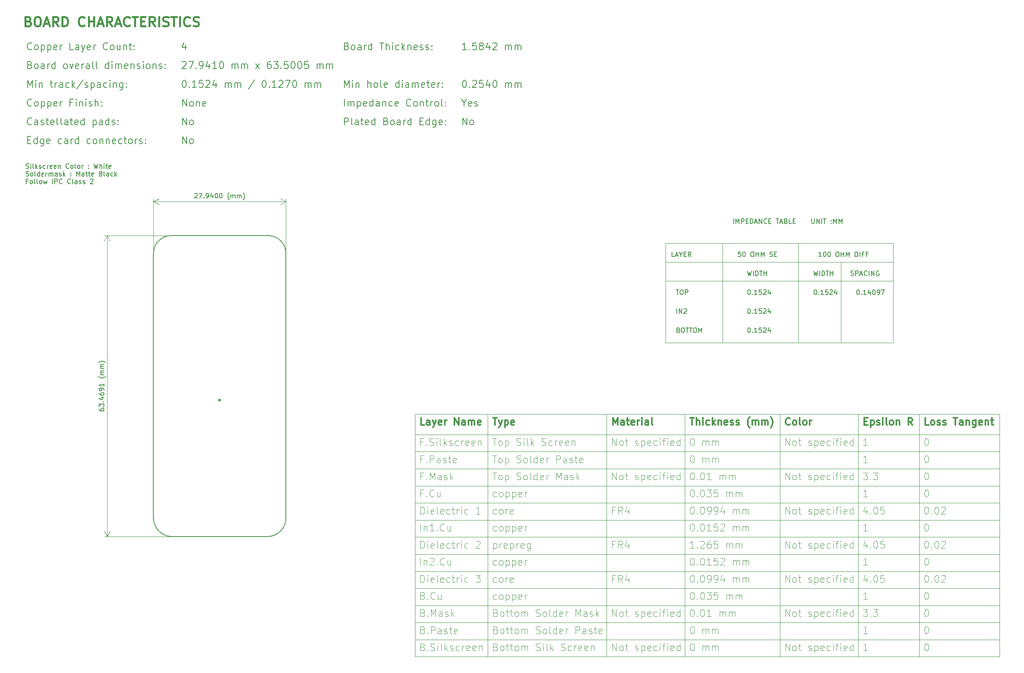
<source format=gbr>
%TF.GenerationSoftware,KiCad,Pcbnew,9.0.2*%
%TF.CreationDate,2025-05-14T22:05:17+05:30*%
%TF.ProjectId,pico2-ice,7069636f-322d-4696-9365-2e6b69636164,REV2*%
%TF.SameCoordinates,Original*%
%TF.FileFunction,OtherDrawing,Comment*%
%FSLAX46Y46*%
G04 Gerber Fmt 4.6, Leading zero omitted, Abs format (unit mm)*
G04 Created by KiCad (PCBNEW 9.0.2) date 2025-05-14 22:05:17*
%MOMM*%
%LPD*%
G01*
G04 APERTURE LIST*
%ADD10C,0.150000*%
%ADD11C,0.100000*%
%ADD12C,0.300000*%
%ADD13C,0.200000*%
%ADD14C,0.400000*%
%ADD15C,0.600000*%
%TA.AperFunction,Profile*%
%ADD16C,0.127000*%
%TD*%
G04 APERTURE END LIST*
D10*
X67104286Y-62289128D02*
X67151905Y-62241509D01*
X67151905Y-62241509D02*
X67247143Y-62193890D01*
X67247143Y-62193890D02*
X67485238Y-62193890D01*
X67485238Y-62193890D02*
X67580476Y-62241509D01*
X67580476Y-62241509D02*
X67628095Y-62289128D01*
X67628095Y-62289128D02*
X67675714Y-62384366D01*
X67675714Y-62384366D02*
X67675714Y-62479604D01*
X67675714Y-62479604D02*
X67628095Y-62622461D01*
X67628095Y-62622461D02*
X67056667Y-63193890D01*
X67056667Y-63193890D02*
X67675714Y-63193890D01*
X68009048Y-62193890D02*
X68675714Y-62193890D01*
X68675714Y-62193890D02*
X68247143Y-63193890D01*
X69056667Y-63098651D02*
X69104286Y-63146271D01*
X69104286Y-63146271D02*
X69056667Y-63193890D01*
X69056667Y-63193890D02*
X69009048Y-63146271D01*
X69009048Y-63146271D02*
X69056667Y-63098651D01*
X69056667Y-63098651D02*
X69056667Y-63193890D01*
X69580476Y-63193890D02*
X69770952Y-63193890D01*
X69770952Y-63193890D02*
X69866190Y-63146271D01*
X69866190Y-63146271D02*
X69913809Y-63098651D01*
X69913809Y-63098651D02*
X70009047Y-62955794D01*
X70009047Y-62955794D02*
X70056666Y-62765318D01*
X70056666Y-62765318D02*
X70056666Y-62384366D01*
X70056666Y-62384366D02*
X70009047Y-62289128D01*
X70009047Y-62289128D02*
X69961428Y-62241509D01*
X69961428Y-62241509D02*
X69866190Y-62193890D01*
X69866190Y-62193890D02*
X69675714Y-62193890D01*
X69675714Y-62193890D02*
X69580476Y-62241509D01*
X69580476Y-62241509D02*
X69532857Y-62289128D01*
X69532857Y-62289128D02*
X69485238Y-62384366D01*
X69485238Y-62384366D02*
X69485238Y-62622461D01*
X69485238Y-62622461D02*
X69532857Y-62717699D01*
X69532857Y-62717699D02*
X69580476Y-62765318D01*
X69580476Y-62765318D02*
X69675714Y-62812937D01*
X69675714Y-62812937D02*
X69866190Y-62812937D01*
X69866190Y-62812937D02*
X69961428Y-62765318D01*
X69961428Y-62765318D02*
X70009047Y-62717699D01*
X70009047Y-62717699D02*
X70056666Y-62622461D01*
X70913809Y-62527223D02*
X70913809Y-63193890D01*
X70675714Y-62146271D02*
X70437619Y-62860556D01*
X70437619Y-62860556D02*
X71056666Y-62860556D01*
X71628095Y-62193890D02*
X71723333Y-62193890D01*
X71723333Y-62193890D02*
X71818571Y-62241509D01*
X71818571Y-62241509D02*
X71866190Y-62289128D01*
X71866190Y-62289128D02*
X71913809Y-62384366D01*
X71913809Y-62384366D02*
X71961428Y-62574842D01*
X71961428Y-62574842D02*
X71961428Y-62812937D01*
X71961428Y-62812937D02*
X71913809Y-63003413D01*
X71913809Y-63003413D02*
X71866190Y-63098651D01*
X71866190Y-63098651D02*
X71818571Y-63146271D01*
X71818571Y-63146271D02*
X71723333Y-63193890D01*
X71723333Y-63193890D02*
X71628095Y-63193890D01*
X71628095Y-63193890D02*
X71532857Y-63146271D01*
X71532857Y-63146271D02*
X71485238Y-63098651D01*
X71485238Y-63098651D02*
X71437619Y-63003413D01*
X71437619Y-63003413D02*
X71390000Y-62812937D01*
X71390000Y-62812937D02*
X71390000Y-62574842D01*
X71390000Y-62574842D02*
X71437619Y-62384366D01*
X71437619Y-62384366D02*
X71485238Y-62289128D01*
X71485238Y-62289128D02*
X71532857Y-62241509D01*
X71532857Y-62241509D02*
X71628095Y-62193890D01*
X72580476Y-62193890D02*
X72675714Y-62193890D01*
X72675714Y-62193890D02*
X72770952Y-62241509D01*
X72770952Y-62241509D02*
X72818571Y-62289128D01*
X72818571Y-62289128D02*
X72866190Y-62384366D01*
X72866190Y-62384366D02*
X72913809Y-62574842D01*
X72913809Y-62574842D02*
X72913809Y-62812937D01*
X72913809Y-62812937D02*
X72866190Y-63003413D01*
X72866190Y-63003413D02*
X72818571Y-63098651D01*
X72818571Y-63098651D02*
X72770952Y-63146271D01*
X72770952Y-63146271D02*
X72675714Y-63193890D01*
X72675714Y-63193890D02*
X72580476Y-63193890D01*
X72580476Y-63193890D02*
X72485238Y-63146271D01*
X72485238Y-63146271D02*
X72437619Y-63098651D01*
X72437619Y-63098651D02*
X72390000Y-63003413D01*
X72390000Y-63003413D02*
X72342381Y-62812937D01*
X72342381Y-62812937D02*
X72342381Y-62574842D01*
X72342381Y-62574842D02*
X72390000Y-62384366D01*
X72390000Y-62384366D02*
X72437619Y-62289128D01*
X72437619Y-62289128D02*
X72485238Y-62241509D01*
X72485238Y-62241509D02*
X72580476Y-62193890D01*
X74390000Y-63574842D02*
X74342381Y-63527223D01*
X74342381Y-63527223D02*
X74247143Y-63384366D01*
X74247143Y-63384366D02*
X74199524Y-63289128D01*
X74199524Y-63289128D02*
X74151905Y-63146271D01*
X74151905Y-63146271D02*
X74104286Y-62908175D01*
X74104286Y-62908175D02*
X74104286Y-62717699D01*
X74104286Y-62717699D02*
X74151905Y-62479604D01*
X74151905Y-62479604D02*
X74199524Y-62336747D01*
X74199524Y-62336747D02*
X74247143Y-62241509D01*
X74247143Y-62241509D02*
X74342381Y-62098651D01*
X74342381Y-62098651D02*
X74390000Y-62051032D01*
X74770953Y-63193890D02*
X74770953Y-62527223D01*
X74770953Y-62622461D02*
X74818572Y-62574842D01*
X74818572Y-62574842D02*
X74913810Y-62527223D01*
X74913810Y-62527223D02*
X75056667Y-62527223D01*
X75056667Y-62527223D02*
X75151905Y-62574842D01*
X75151905Y-62574842D02*
X75199524Y-62670080D01*
X75199524Y-62670080D02*
X75199524Y-63193890D01*
X75199524Y-62670080D02*
X75247143Y-62574842D01*
X75247143Y-62574842D02*
X75342381Y-62527223D01*
X75342381Y-62527223D02*
X75485238Y-62527223D01*
X75485238Y-62527223D02*
X75580477Y-62574842D01*
X75580477Y-62574842D02*
X75628096Y-62670080D01*
X75628096Y-62670080D02*
X75628096Y-63193890D01*
X76104286Y-63193890D02*
X76104286Y-62527223D01*
X76104286Y-62622461D02*
X76151905Y-62574842D01*
X76151905Y-62574842D02*
X76247143Y-62527223D01*
X76247143Y-62527223D02*
X76390000Y-62527223D01*
X76390000Y-62527223D02*
X76485238Y-62574842D01*
X76485238Y-62574842D02*
X76532857Y-62670080D01*
X76532857Y-62670080D02*
X76532857Y-63193890D01*
X76532857Y-62670080D02*
X76580476Y-62574842D01*
X76580476Y-62574842D02*
X76675714Y-62527223D01*
X76675714Y-62527223D02*
X76818571Y-62527223D01*
X76818571Y-62527223D02*
X76913810Y-62574842D01*
X76913810Y-62574842D02*
X76961429Y-62670080D01*
X76961429Y-62670080D02*
X76961429Y-63193890D01*
X77342381Y-63574842D02*
X77390000Y-63527223D01*
X77390000Y-63527223D02*
X77485238Y-63384366D01*
X77485238Y-63384366D02*
X77532857Y-63289128D01*
X77532857Y-63289128D02*
X77580476Y-63146271D01*
X77580476Y-63146271D02*
X77628095Y-62908175D01*
X77628095Y-62908175D02*
X77628095Y-62717699D01*
X77628095Y-62717699D02*
X77580476Y-62479604D01*
X77580476Y-62479604D02*
X77532857Y-62336747D01*
X77532857Y-62336747D02*
X77485238Y-62241509D01*
X77485238Y-62241509D02*
X77390000Y-62098651D01*
X77390000Y-62098651D02*
X77342381Y-62051032D01*
D11*
X58420000Y-74430000D02*
X58420000Y-63302651D01*
X86359999Y-63302651D02*
X86359999Y-74430000D01*
X58420000Y-63889071D02*
X86359999Y-63889071D01*
X58420000Y-63889071D02*
X59546504Y-63302650D01*
X58420000Y-63889071D02*
X59546504Y-64475492D01*
X86359999Y-63889071D02*
X85233495Y-64475492D01*
X86359999Y-63889071D02*
X85233495Y-63302650D01*
D10*
X46960537Y-107664059D02*
X46960537Y-107854535D01*
X46960537Y-107854535D02*
X47008156Y-107949773D01*
X47008156Y-107949773D02*
X47055775Y-107997392D01*
X47055775Y-107997392D02*
X47198632Y-108092630D01*
X47198632Y-108092630D02*
X47389108Y-108140249D01*
X47389108Y-108140249D02*
X47770060Y-108140249D01*
X47770060Y-108140249D02*
X47865298Y-108092630D01*
X47865298Y-108092630D02*
X47912918Y-108045011D01*
X47912918Y-108045011D02*
X47960537Y-107949773D01*
X47960537Y-107949773D02*
X47960537Y-107759297D01*
X47960537Y-107759297D02*
X47912918Y-107664059D01*
X47912918Y-107664059D02*
X47865298Y-107616440D01*
X47865298Y-107616440D02*
X47770060Y-107568821D01*
X47770060Y-107568821D02*
X47531965Y-107568821D01*
X47531965Y-107568821D02*
X47436727Y-107616440D01*
X47436727Y-107616440D02*
X47389108Y-107664059D01*
X47389108Y-107664059D02*
X47341489Y-107759297D01*
X47341489Y-107759297D02*
X47341489Y-107949773D01*
X47341489Y-107949773D02*
X47389108Y-108045011D01*
X47389108Y-108045011D02*
X47436727Y-108092630D01*
X47436727Y-108092630D02*
X47531965Y-108140249D01*
X46960537Y-107235487D02*
X46960537Y-106616440D01*
X46960537Y-106616440D02*
X47341489Y-106949773D01*
X47341489Y-106949773D02*
X47341489Y-106806916D01*
X47341489Y-106806916D02*
X47389108Y-106711678D01*
X47389108Y-106711678D02*
X47436727Y-106664059D01*
X47436727Y-106664059D02*
X47531965Y-106616440D01*
X47531965Y-106616440D02*
X47770060Y-106616440D01*
X47770060Y-106616440D02*
X47865298Y-106664059D01*
X47865298Y-106664059D02*
X47912918Y-106711678D01*
X47912918Y-106711678D02*
X47960537Y-106806916D01*
X47960537Y-106806916D02*
X47960537Y-107092630D01*
X47960537Y-107092630D02*
X47912918Y-107187868D01*
X47912918Y-107187868D02*
X47865298Y-107235487D01*
X47865298Y-106187868D02*
X47912918Y-106140249D01*
X47912918Y-106140249D02*
X47960537Y-106187868D01*
X47960537Y-106187868D02*
X47912918Y-106235487D01*
X47912918Y-106235487D02*
X47865298Y-106187868D01*
X47865298Y-106187868D02*
X47960537Y-106187868D01*
X47293870Y-105283107D02*
X47960537Y-105283107D01*
X46912918Y-105521202D02*
X47627203Y-105759297D01*
X47627203Y-105759297D02*
X47627203Y-105140250D01*
X46960537Y-104330726D02*
X46960537Y-104521202D01*
X46960537Y-104521202D02*
X47008156Y-104616440D01*
X47008156Y-104616440D02*
X47055775Y-104664059D01*
X47055775Y-104664059D02*
X47198632Y-104759297D01*
X47198632Y-104759297D02*
X47389108Y-104806916D01*
X47389108Y-104806916D02*
X47770060Y-104806916D01*
X47770060Y-104806916D02*
X47865298Y-104759297D01*
X47865298Y-104759297D02*
X47912918Y-104711678D01*
X47912918Y-104711678D02*
X47960537Y-104616440D01*
X47960537Y-104616440D02*
X47960537Y-104425964D01*
X47960537Y-104425964D02*
X47912918Y-104330726D01*
X47912918Y-104330726D02*
X47865298Y-104283107D01*
X47865298Y-104283107D02*
X47770060Y-104235488D01*
X47770060Y-104235488D02*
X47531965Y-104235488D01*
X47531965Y-104235488D02*
X47436727Y-104283107D01*
X47436727Y-104283107D02*
X47389108Y-104330726D01*
X47389108Y-104330726D02*
X47341489Y-104425964D01*
X47341489Y-104425964D02*
X47341489Y-104616440D01*
X47341489Y-104616440D02*
X47389108Y-104711678D01*
X47389108Y-104711678D02*
X47436727Y-104759297D01*
X47436727Y-104759297D02*
X47531965Y-104806916D01*
X47960537Y-103759297D02*
X47960537Y-103568821D01*
X47960537Y-103568821D02*
X47912918Y-103473583D01*
X47912918Y-103473583D02*
X47865298Y-103425964D01*
X47865298Y-103425964D02*
X47722441Y-103330726D01*
X47722441Y-103330726D02*
X47531965Y-103283107D01*
X47531965Y-103283107D02*
X47151013Y-103283107D01*
X47151013Y-103283107D02*
X47055775Y-103330726D01*
X47055775Y-103330726D02*
X47008156Y-103378345D01*
X47008156Y-103378345D02*
X46960537Y-103473583D01*
X46960537Y-103473583D02*
X46960537Y-103664059D01*
X46960537Y-103664059D02*
X47008156Y-103759297D01*
X47008156Y-103759297D02*
X47055775Y-103806916D01*
X47055775Y-103806916D02*
X47151013Y-103854535D01*
X47151013Y-103854535D02*
X47389108Y-103854535D01*
X47389108Y-103854535D02*
X47484346Y-103806916D01*
X47484346Y-103806916D02*
X47531965Y-103759297D01*
X47531965Y-103759297D02*
X47579584Y-103664059D01*
X47579584Y-103664059D02*
X47579584Y-103473583D01*
X47579584Y-103473583D02*
X47531965Y-103378345D01*
X47531965Y-103378345D02*
X47484346Y-103330726D01*
X47484346Y-103330726D02*
X47389108Y-103283107D01*
X47960537Y-102330726D02*
X47960537Y-102902154D01*
X47960537Y-102616440D02*
X46960537Y-102616440D01*
X46960537Y-102616440D02*
X47103394Y-102711678D01*
X47103394Y-102711678D02*
X47198632Y-102806916D01*
X47198632Y-102806916D02*
X47246251Y-102902154D01*
X48341489Y-100854535D02*
X48293870Y-100902154D01*
X48293870Y-100902154D02*
X48151013Y-100997392D01*
X48151013Y-100997392D02*
X48055775Y-101045011D01*
X48055775Y-101045011D02*
X47912918Y-101092630D01*
X47912918Y-101092630D02*
X47674822Y-101140249D01*
X47674822Y-101140249D02*
X47484346Y-101140249D01*
X47484346Y-101140249D02*
X47246251Y-101092630D01*
X47246251Y-101092630D02*
X47103394Y-101045011D01*
X47103394Y-101045011D02*
X47008156Y-100997392D01*
X47008156Y-100997392D02*
X46865298Y-100902154D01*
X46865298Y-100902154D02*
X46817679Y-100854535D01*
X47960537Y-100473582D02*
X47293870Y-100473582D01*
X47389108Y-100473582D02*
X47341489Y-100425963D01*
X47341489Y-100425963D02*
X47293870Y-100330725D01*
X47293870Y-100330725D02*
X47293870Y-100187868D01*
X47293870Y-100187868D02*
X47341489Y-100092630D01*
X47341489Y-100092630D02*
X47436727Y-100045011D01*
X47436727Y-100045011D02*
X47960537Y-100045011D01*
X47436727Y-100045011D02*
X47341489Y-99997392D01*
X47341489Y-99997392D02*
X47293870Y-99902154D01*
X47293870Y-99902154D02*
X47293870Y-99759297D01*
X47293870Y-99759297D02*
X47341489Y-99664058D01*
X47341489Y-99664058D02*
X47436727Y-99616439D01*
X47436727Y-99616439D02*
X47960537Y-99616439D01*
X47960537Y-99140249D02*
X47293870Y-99140249D01*
X47389108Y-99140249D02*
X47341489Y-99092630D01*
X47341489Y-99092630D02*
X47293870Y-98997392D01*
X47293870Y-98997392D02*
X47293870Y-98854535D01*
X47293870Y-98854535D02*
X47341489Y-98759297D01*
X47341489Y-98759297D02*
X47436727Y-98711678D01*
X47436727Y-98711678D02*
X47960537Y-98711678D01*
X47436727Y-98711678D02*
X47341489Y-98664059D01*
X47341489Y-98664059D02*
X47293870Y-98568821D01*
X47293870Y-98568821D02*
X47293870Y-98425964D01*
X47293870Y-98425964D02*
X47341489Y-98330725D01*
X47341489Y-98330725D02*
X47436727Y-98283106D01*
X47436727Y-98283106D02*
X47960537Y-98283106D01*
X48341489Y-97902154D02*
X48293870Y-97854535D01*
X48293870Y-97854535D02*
X48151013Y-97759297D01*
X48151013Y-97759297D02*
X48055775Y-97711678D01*
X48055775Y-97711678D02*
X47912918Y-97664059D01*
X47912918Y-97664059D02*
X47674822Y-97616440D01*
X47674822Y-97616440D02*
X47484346Y-97616440D01*
X47484346Y-97616440D02*
X47246251Y-97664059D01*
X47246251Y-97664059D02*
X47103394Y-97711678D01*
X47103394Y-97711678D02*
X47008156Y-97759297D01*
X47008156Y-97759297D02*
X46865298Y-97854535D01*
X46865298Y-97854535D02*
X46817679Y-97902154D01*
D11*
X61730000Y-71120000D02*
X48069298Y-71120000D01*
X48069298Y-134589071D02*
X61755718Y-134589071D01*
X48655718Y-71120000D02*
X48655718Y-134589071D01*
X48655718Y-71120000D02*
X49242139Y-72246504D01*
X48655718Y-71120000D02*
X48069297Y-72246504D01*
X48655718Y-134589071D02*
X48069297Y-133462567D01*
X48655718Y-134589071D02*
X49242139Y-133462567D01*
X214455718Y-72689071D02*
X214455718Y-93689071D01*
X207041434Y-108789071D02*
X207041434Y-159975071D01*
X194455718Y-72689071D02*
X194455718Y-93689071D01*
X113555718Y-131127071D02*
X236884293Y-131127071D01*
X190541433Y-108789071D02*
X190541433Y-159975071D01*
X113555718Y-159975071D02*
X236884293Y-159975071D01*
X154012860Y-108789071D02*
X154012860Y-159975071D01*
X113555718Y-120309071D02*
X236884293Y-120309071D01*
X113555718Y-108789071D02*
X236884293Y-108789071D01*
X113555718Y-145551071D02*
X236884293Y-145551071D01*
X113555718Y-108789071D02*
X113555718Y-159975071D01*
X113555718Y-134733071D02*
X236884293Y-134733071D01*
X170512861Y-108789071D02*
X170512861Y-159975071D01*
X113555718Y-152763071D02*
X236884293Y-152763071D01*
X113555718Y-156369071D02*
X236884293Y-156369071D01*
X113555718Y-123915071D02*
X236884293Y-123915071D01*
X166455718Y-72689071D02*
X214455718Y-72689071D01*
X113555718Y-127521071D02*
X236884293Y-127521071D01*
X113555718Y-141945071D02*
X236884293Y-141945071D01*
X166455718Y-93689071D02*
X166455718Y-72689071D01*
X113555718Y-116703071D02*
X236884293Y-116703071D01*
X219927149Y-108789071D02*
X219927149Y-159975071D01*
X178455718Y-72689071D02*
X178455718Y-93689071D01*
X214455718Y-93689071D02*
X166455718Y-93689071D01*
X236884293Y-108789071D02*
X236884293Y-159975071D01*
X113555718Y-149157071D02*
X236884293Y-149157071D01*
X128941432Y-108789071D02*
X128941432Y-159975071D01*
X113555718Y-138339071D02*
X236884293Y-138339071D01*
X166455718Y-76689071D02*
X214455718Y-76689071D01*
X203455718Y-76689071D02*
X203455718Y-93689071D01*
X113555718Y-113097071D02*
X236884293Y-113097071D01*
X166455718Y-80689071D02*
X214455718Y-80689071D01*
D10*
X183982973Y-90558890D02*
X184078211Y-90558890D01*
X184078211Y-90558890D02*
X184173449Y-90606509D01*
X184173449Y-90606509D02*
X184221068Y-90654128D01*
X184221068Y-90654128D02*
X184268687Y-90749366D01*
X184268687Y-90749366D02*
X184316306Y-90939842D01*
X184316306Y-90939842D02*
X184316306Y-91177937D01*
X184316306Y-91177937D02*
X184268687Y-91368413D01*
X184268687Y-91368413D02*
X184221068Y-91463651D01*
X184221068Y-91463651D02*
X184173449Y-91511271D01*
X184173449Y-91511271D02*
X184078211Y-91558890D01*
X184078211Y-91558890D02*
X183982973Y-91558890D01*
X183982973Y-91558890D02*
X183887735Y-91511271D01*
X183887735Y-91511271D02*
X183840116Y-91463651D01*
X183840116Y-91463651D02*
X183792497Y-91368413D01*
X183792497Y-91368413D02*
X183744878Y-91177937D01*
X183744878Y-91177937D02*
X183744878Y-90939842D01*
X183744878Y-90939842D02*
X183792497Y-90749366D01*
X183792497Y-90749366D02*
X183840116Y-90654128D01*
X183840116Y-90654128D02*
X183887735Y-90606509D01*
X183887735Y-90606509D02*
X183982973Y-90558890D01*
X184744878Y-91463651D02*
X184792497Y-91511271D01*
X184792497Y-91511271D02*
X184744878Y-91558890D01*
X184744878Y-91558890D02*
X184697259Y-91511271D01*
X184697259Y-91511271D02*
X184744878Y-91463651D01*
X184744878Y-91463651D02*
X184744878Y-91558890D01*
X185744877Y-91558890D02*
X185173449Y-91558890D01*
X185459163Y-91558890D02*
X185459163Y-90558890D01*
X185459163Y-90558890D02*
X185363925Y-90701747D01*
X185363925Y-90701747D02*
X185268687Y-90796985D01*
X185268687Y-90796985D02*
X185173449Y-90844604D01*
X186649639Y-90558890D02*
X186173449Y-90558890D01*
X186173449Y-90558890D02*
X186125830Y-91035080D01*
X186125830Y-91035080D02*
X186173449Y-90987461D01*
X186173449Y-90987461D02*
X186268687Y-90939842D01*
X186268687Y-90939842D02*
X186506782Y-90939842D01*
X186506782Y-90939842D02*
X186602020Y-90987461D01*
X186602020Y-90987461D02*
X186649639Y-91035080D01*
X186649639Y-91035080D02*
X186697258Y-91130318D01*
X186697258Y-91130318D02*
X186697258Y-91368413D01*
X186697258Y-91368413D02*
X186649639Y-91463651D01*
X186649639Y-91463651D02*
X186602020Y-91511271D01*
X186602020Y-91511271D02*
X186506782Y-91558890D01*
X186506782Y-91558890D02*
X186268687Y-91558890D01*
X186268687Y-91558890D02*
X186173449Y-91511271D01*
X186173449Y-91511271D02*
X186125830Y-91463651D01*
X187078211Y-90654128D02*
X187125830Y-90606509D01*
X187125830Y-90606509D02*
X187221068Y-90558890D01*
X187221068Y-90558890D02*
X187459163Y-90558890D01*
X187459163Y-90558890D02*
X187554401Y-90606509D01*
X187554401Y-90606509D02*
X187602020Y-90654128D01*
X187602020Y-90654128D02*
X187649639Y-90749366D01*
X187649639Y-90749366D02*
X187649639Y-90844604D01*
X187649639Y-90844604D02*
X187602020Y-90987461D01*
X187602020Y-90987461D02*
X187030592Y-91558890D01*
X187030592Y-91558890D02*
X187649639Y-91558890D01*
X188506782Y-90892223D02*
X188506782Y-91558890D01*
X188268687Y-90511271D02*
X188030592Y-91225556D01*
X188030592Y-91225556D02*
X188649639Y-91225556D01*
D12*
X208345944Y-110309185D02*
X208845944Y-110309185D01*
X209060230Y-111094899D02*
X208345944Y-111094899D01*
X208345944Y-111094899D02*
X208345944Y-109594899D01*
X208345944Y-109594899D02*
X209060230Y-109594899D01*
X209703087Y-110094899D02*
X209703087Y-111594899D01*
X209703087Y-110166328D02*
X209845945Y-110094899D01*
X209845945Y-110094899D02*
X210131659Y-110094899D01*
X210131659Y-110094899D02*
X210274516Y-110166328D01*
X210274516Y-110166328D02*
X210345945Y-110237756D01*
X210345945Y-110237756D02*
X210417373Y-110380613D01*
X210417373Y-110380613D02*
X210417373Y-110809185D01*
X210417373Y-110809185D02*
X210345945Y-110952042D01*
X210345945Y-110952042D02*
X210274516Y-111023471D01*
X210274516Y-111023471D02*
X210131659Y-111094899D01*
X210131659Y-111094899D02*
X209845945Y-111094899D01*
X209845945Y-111094899D02*
X209703087Y-111023471D01*
X210988802Y-111023471D02*
X211131659Y-111094899D01*
X211131659Y-111094899D02*
X211417373Y-111094899D01*
X211417373Y-111094899D02*
X211560230Y-111023471D01*
X211560230Y-111023471D02*
X211631659Y-110880613D01*
X211631659Y-110880613D02*
X211631659Y-110809185D01*
X211631659Y-110809185D02*
X211560230Y-110666328D01*
X211560230Y-110666328D02*
X211417373Y-110594899D01*
X211417373Y-110594899D02*
X211203088Y-110594899D01*
X211203088Y-110594899D02*
X211060230Y-110523471D01*
X211060230Y-110523471D02*
X210988802Y-110380613D01*
X210988802Y-110380613D02*
X210988802Y-110309185D01*
X210988802Y-110309185D02*
X211060230Y-110166328D01*
X211060230Y-110166328D02*
X211203088Y-110094899D01*
X211203088Y-110094899D02*
X211417373Y-110094899D01*
X211417373Y-110094899D02*
X211560230Y-110166328D01*
X212274516Y-111094899D02*
X212274516Y-110094899D01*
X212274516Y-109594899D02*
X212203088Y-109666328D01*
X212203088Y-109666328D02*
X212274516Y-109737756D01*
X212274516Y-109737756D02*
X212345945Y-109666328D01*
X212345945Y-109666328D02*
X212274516Y-109594899D01*
X212274516Y-109594899D02*
X212274516Y-109737756D01*
X213203088Y-111094899D02*
X213060231Y-111023471D01*
X213060231Y-111023471D02*
X212988802Y-110880613D01*
X212988802Y-110880613D02*
X212988802Y-109594899D01*
X213988802Y-111094899D02*
X213845945Y-111023471D01*
X213845945Y-111023471D02*
X213774516Y-110952042D01*
X213774516Y-110952042D02*
X213703088Y-110809185D01*
X213703088Y-110809185D02*
X213703088Y-110380613D01*
X213703088Y-110380613D02*
X213774516Y-110237756D01*
X213774516Y-110237756D02*
X213845945Y-110166328D01*
X213845945Y-110166328D02*
X213988802Y-110094899D01*
X213988802Y-110094899D02*
X214203088Y-110094899D01*
X214203088Y-110094899D02*
X214345945Y-110166328D01*
X214345945Y-110166328D02*
X214417374Y-110237756D01*
X214417374Y-110237756D02*
X214488802Y-110380613D01*
X214488802Y-110380613D02*
X214488802Y-110809185D01*
X214488802Y-110809185D02*
X214417374Y-110952042D01*
X214417374Y-110952042D02*
X214345945Y-111023471D01*
X214345945Y-111023471D02*
X214203088Y-111094899D01*
X214203088Y-111094899D02*
X213988802Y-111094899D01*
X215131659Y-110094899D02*
X215131659Y-111094899D01*
X215131659Y-110237756D02*
X215203088Y-110166328D01*
X215203088Y-110166328D02*
X215345945Y-110094899D01*
X215345945Y-110094899D02*
X215560231Y-110094899D01*
X215560231Y-110094899D02*
X215703088Y-110166328D01*
X215703088Y-110166328D02*
X215774517Y-110309185D01*
X215774517Y-110309185D02*
X215774517Y-111094899D01*
X218488802Y-111094899D02*
X217988802Y-110380613D01*
X217631659Y-111094899D02*
X217631659Y-109594899D01*
X217631659Y-109594899D02*
X218203088Y-109594899D01*
X218203088Y-109594899D02*
X218345945Y-109666328D01*
X218345945Y-109666328D02*
X218417374Y-109737756D01*
X218417374Y-109737756D02*
X218488802Y-109880613D01*
X218488802Y-109880613D02*
X218488802Y-110094899D01*
X218488802Y-110094899D02*
X218417374Y-110237756D01*
X218417374Y-110237756D02*
X218345945Y-110309185D01*
X218345945Y-110309185D02*
X218203088Y-110380613D01*
X218203088Y-110380613D02*
X217631659Y-110380613D01*
D11*
X221385795Y-153579299D02*
X221528652Y-153579299D01*
X221528652Y-153579299D02*
X221671509Y-153650728D01*
X221671509Y-153650728D02*
X221742938Y-153722156D01*
X221742938Y-153722156D02*
X221814366Y-153865013D01*
X221814366Y-153865013D02*
X221885795Y-154150728D01*
X221885795Y-154150728D02*
X221885795Y-154507871D01*
X221885795Y-154507871D02*
X221814366Y-154793585D01*
X221814366Y-154793585D02*
X221742938Y-154936442D01*
X221742938Y-154936442D02*
X221671509Y-155007871D01*
X221671509Y-155007871D02*
X221528652Y-155079299D01*
X221528652Y-155079299D02*
X221385795Y-155079299D01*
X221385795Y-155079299D02*
X221242938Y-155007871D01*
X221242938Y-155007871D02*
X221171509Y-154936442D01*
X221171509Y-154936442D02*
X221100080Y-154793585D01*
X221100080Y-154793585D02*
X221028652Y-154507871D01*
X221028652Y-154507871D02*
X221028652Y-154150728D01*
X221028652Y-154150728D02*
X221100080Y-153865013D01*
X221100080Y-153865013D02*
X221171509Y-153722156D01*
X221171509Y-153722156D02*
X221242938Y-153650728D01*
X221242938Y-153650728D02*
X221385795Y-153579299D01*
X115228649Y-118233585D02*
X114728649Y-118233585D01*
X114728649Y-119019299D02*
X114728649Y-117519299D01*
X114728649Y-117519299D02*
X115442935Y-117519299D01*
X116014363Y-118876442D02*
X116085792Y-118947871D01*
X116085792Y-118947871D02*
X116014363Y-119019299D01*
X116014363Y-119019299D02*
X115942935Y-118947871D01*
X115942935Y-118947871D02*
X116014363Y-118876442D01*
X116014363Y-118876442D02*
X116014363Y-119019299D01*
X116728649Y-119019299D02*
X116728649Y-117519299D01*
X116728649Y-117519299D02*
X117300078Y-117519299D01*
X117300078Y-117519299D02*
X117442935Y-117590728D01*
X117442935Y-117590728D02*
X117514364Y-117662156D01*
X117514364Y-117662156D02*
X117585792Y-117805013D01*
X117585792Y-117805013D02*
X117585792Y-118019299D01*
X117585792Y-118019299D02*
X117514364Y-118162156D01*
X117514364Y-118162156D02*
X117442935Y-118233585D01*
X117442935Y-118233585D02*
X117300078Y-118305013D01*
X117300078Y-118305013D02*
X116728649Y-118305013D01*
X118871507Y-119019299D02*
X118871507Y-118233585D01*
X118871507Y-118233585D02*
X118800078Y-118090728D01*
X118800078Y-118090728D02*
X118657221Y-118019299D01*
X118657221Y-118019299D02*
X118371507Y-118019299D01*
X118371507Y-118019299D02*
X118228649Y-118090728D01*
X118871507Y-118947871D02*
X118728649Y-119019299D01*
X118728649Y-119019299D02*
X118371507Y-119019299D01*
X118371507Y-119019299D02*
X118228649Y-118947871D01*
X118228649Y-118947871D02*
X118157221Y-118805013D01*
X118157221Y-118805013D02*
X118157221Y-118662156D01*
X118157221Y-118662156D02*
X118228649Y-118519299D01*
X118228649Y-118519299D02*
X118371507Y-118447871D01*
X118371507Y-118447871D02*
X118728649Y-118447871D01*
X118728649Y-118447871D02*
X118871507Y-118376442D01*
X119514364Y-118947871D02*
X119657221Y-119019299D01*
X119657221Y-119019299D02*
X119942935Y-119019299D01*
X119942935Y-119019299D02*
X120085792Y-118947871D01*
X120085792Y-118947871D02*
X120157221Y-118805013D01*
X120157221Y-118805013D02*
X120157221Y-118733585D01*
X120157221Y-118733585D02*
X120085792Y-118590728D01*
X120085792Y-118590728D02*
X119942935Y-118519299D01*
X119942935Y-118519299D02*
X119728650Y-118519299D01*
X119728650Y-118519299D02*
X119585792Y-118447871D01*
X119585792Y-118447871D02*
X119514364Y-118305013D01*
X119514364Y-118305013D02*
X119514364Y-118233585D01*
X119514364Y-118233585D02*
X119585792Y-118090728D01*
X119585792Y-118090728D02*
X119728650Y-118019299D01*
X119728650Y-118019299D02*
X119942935Y-118019299D01*
X119942935Y-118019299D02*
X120085792Y-118090728D01*
X120585793Y-118019299D02*
X121157221Y-118019299D01*
X120800078Y-117519299D02*
X120800078Y-118805013D01*
X120800078Y-118805013D02*
X120871507Y-118947871D01*
X120871507Y-118947871D02*
X121014364Y-119019299D01*
X121014364Y-119019299D02*
X121157221Y-119019299D01*
X122228650Y-118947871D02*
X122085793Y-119019299D01*
X122085793Y-119019299D02*
X121800079Y-119019299D01*
X121800079Y-119019299D02*
X121657221Y-118947871D01*
X121657221Y-118947871D02*
X121585793Y-118805013D01*
X121585793Y-118805013D02*
X121585793Y-118233585D01*
X121585793Y-118233585D02*
X121657221Y-118090728D01*
X121657221Y-118090728D02*
X121800079Y-118019299D01*
X121800079Y-118019299D02*
X122085793Y-118019299D01*
X122085793Y-118019299D02*
X122228650Y-118090728D01*
X122228650Y-118090728D02*
X122300079Y-118233585D01*
X122300079Y-118233585D02*
X122300079Y-118376442D01*
X122300079Y-118376442D02*
X121585793Y-118519299D01*
X171971507Y-157185299D02*
X172114364Y-157185299D01*
X172114364Y-157185299D02*
X172257221Y-157256728D01*
X172257221Y-157256728D02*
X172328650Y-157328156D01*
X172328650Y-157328156D02*
X172400078Y-157471013D01*
X172400078Y-157471013D02*
X172471507Y-157756728D01*
X172471507Y-157756728D02*
X172471507Y-158113871D01*
X172471507Y-158113871D02*
X172400078Y-158399585D01*
X172400078Y-158399585D02*
X172328650Y-158542442D01*
X172328650Y-158542442D02*
X172257221Y-158613871D01*
X172257221Y-158613871D02*
X172114364Y-158685299D01*
X172114364Y-158685299D02*
X171971507Y-158685299D01*
X171971507Y-158685299D02*
X171828650Y-158613871D01*
X171828650Y-158613871D02*
X171757221Y-158542442D01*
X171757221Y-158542442D02*
X171685792Y-158399585D01*
X171685792Y-158399585D02*
X171614364Y-158113871D01*
X171614364Y-158113871D02*
X171614364Y-157756728D01*
X171614364Y-157756728D02*
X171685792Y-157471013D01*
X171685792Y-157471013D02*
X171757221Y-157328156D01*
X171757221Y-157328156D02*
X171828650Y-157256728D01*
X171828650Y-157256728D02*
X171971507Y-157185299D01*
X174257220Y-158685299D02*
X174257220Y-157685299D01*
X174257220Y-157828156D02*
X174328649Y-157756728D01*
X174328649Y-157756728D02*
X174471506Y-157685299D01*
X174471506Y-157685299D02*
X174685792Y-157685299D01*
X174685792Y-157685299D02*
X174828649Y-157756728D01*
X174828649Y-157756728D02*
X174900078Y-157899585D01*
X174900078Y-157899585D02*
X174900078Y-158685299D01*
X174900078Y-157899585D02*
X174971506Y-157756728D01*
X174971506Y-157756728D02*
X175114363Y-157685299D01*
X175114363Y-157685299D02*
X175328649Y-157685299D01*
X175328649Y-157685299D02*
X175471506Y-157756728D01*
X175471506Y-157756728D02*
X175542935Y-157899585D01*
X175542935Y-157899585D02*
X175542935Y-158685299D01*
X176257220Y-158685299D02*
X176257220Y-157685299D01*
X176257220Y-157828156D02*
X176328649Y-157756728D01*
X176328649Y-157756728D02*
X176471506Y-157685299D01*
X176471506Y-157685299D02*
X176685792Y-157685299D01*
X176685792Y-157685299D02*
X176828649Y-157756728D01*
X176828649Y-157756728D02*
X176900078Y-157899585D01*
X176900078Y-157899585D02*
X176900078Y-158685299D01*
X176900078Y-157899585D02*
X176971506Y-157756728D01*
X176971506Y-157756728D02*
X177114363Y-157685299D01*
X177114363Y-157685299D02*
X177328649Y-157685299D01*
X177328649Y-157685299D02*
X177471506Y-157756728D01*
X177471506Y-157756728D02*
X177542935Y-157899585D01*
X177542935Y-157899585D02*
X177542935Y-158685299D01*
X155685791Y-143475585D02*
X155185791Y-143475585D01*
X155185791Y-144261299D02*
X155185791Y-142761299D01*
X155185791Y-142761299D02*
X155900077Y-142761299D01*
X157328648Y-144261299D02*
X156828648Y-143547013D01*
X156471505Y-144261299D02*
X156471505Y-142761299D01*
X156471505Y-142761299D02*
X157042934Y-142761299D01*
X157042934Y-142761299D02*
X157185791Y-142832728D01*
X157185791Y-142832728D02*
X157257220Y-142904156D01*
X157257220Y-142904156D02*
X157328648Y-143047013D01*
X157328648Y-143047013D02*
X157328648Y-143261299D01*
X157328648Y-143261299D02*
X157257220Y-143404156D01*
X157257220Y-143404156D02*
X157185791Y-143475585D01*
X157185791Y-143475585D02*
X157042934Y-143547013D01*
X157042934Y-143547013D02*
X156471505Y-143547013D01*
X158614363Y-143261299D02*
X158614363Y-144261299D01*
X158257220Y-142689871D02*
X157900077Y-143761299D01*
X157900077Y-143761299D02*
X158828648Y-143761299D01*
D13*
X64480153Y-34543956D02*
X64551581Y-34472528D01*
X64551581Y-34472528D02*
X64694439Y-34401099D01*
X64694439Y-34401099D02*
X65051581Y-34401099D01*
X65051581Y-34401099D02*
X65194439Y-34472528D01*
X65194439Y-34472528D02*
X65265867Y-34543956D01*
X65265867Y-34543956D02*
X65337296Y-34686813D01*
X65337296Y-34686813D02*
X65337296Y-34829671D01*
X65337296Y-34829671D02*
X65265867Y-35043956D01*
X65265867Y-35043956D02*
X64408724Y-35901099D01*
X64408724Y-35901099D02*
X65337296Y-35901099D01*
X65837295Y-34401099D02*
X66837295Y-34401099D01*
X66837295Y-34401099D02*
X66194438Y-35901099D01*
X67408723Y-35758242D02*
X67480152Y-35829671D01*
X67480152Y-35829671D02*
X67408723Y-35901099D01*
X67408723Y-35901099D02*
X67337295Y-35829671D01*
X67337295Y-35829671D02*
X67408723Y-35758242D01*
X67408723Y-35758242D02*
X67408723Y-35901099D01*
X68194438Y-35901099D02*
X68480152Y-35901099D01*
X68480152Y-35901099D02*
X68623009Y-35829671D01*
X68623009Y-35829671D02*
X68694438Y-35758242D01*
X68694438Y-35758242D02*
X68837295Y-35543956D01*
X68837295Y-35543956D02*
X68908724Y-35258242D01*
X68908724Y-35258242D02*
X68908724Y-34686813D01*
X68908724Y-34686813D02*
X68837295Y-34543956D01*
X68837295Y-34543956D02*
X68765867Y-34472528D01*
X68765867Y-34472528D02*
X68623009Y-34401099D01*
X68623009Y-34401099D02*
X68337295Y-34401099D01*
X68337295Y-34401099D02*
X68194438Y-34472528D01*
X68194438Y-34472528D02*
X68123009Y-34543956D01*
X68123009Y-34543956D02*
X68051581Y-34686813D01*
X68051581Y-34686813D02*
X68051581Y-35043956D01*
X68051581Y-35043956D02*
X68123009Y-35186813D01*
X68123009Y-35186813D02*
X68194438Y-35258242D01*
X68194438Y-35258242D02*
X68337295Y-35329671D01*
X68337295Y-35329671D02*
X68623009Y-35329671D01*
X68623009Y-35329671D02*
X68765867Y-35258242D01*
X68765867Y-35258242D02*
X68837295Y-35186813D01*
X68837295Y-35186813D02*
X68908724Y-35043956D01*
X70194438Y-34901099D02*
X70194438Y-35901099D01*
X69837295Y-34329671D02*
X69480152Y-35401099D01*
X69480152Y-35401099D02*
X70408723Y-35401099D01*
X71765866Y-35901099D02*
X70908723Y-35901099D01*
X71337294Y-35901099D02*
X71337294Y-34401099D01*
X71337294Y-34401099D02*
X71194437Y-34615385D01*
X71194437Y-34615385D02*
X71051580Y-34758242D01*
X71051580Y-34758242D02*
X70908723Y-34829671D01*
X72694437Y-34401099D02*
X72837294Y-34401099D01*
X72837294Y-34401099D02*
X72980151Y-34472528D01*
X72980151Y-34472528D02*
X73051580Y-34543956D01*
X73051580Y-34543956D02*
X73123008Y-34686813D01*
X73123008Y-34686813D02*
X73194437Y-34972528D01*
X73194437Y-34972528D02*
X73194437Y-35329671D01*
X73194437Y-35329671D02*
X73123008Y-35615385D01*
X73123008Y-35615385D02*
X73051580Y-35758242D01*
X73051580Y-35758242D02*
X72980151Y-35829671D01*
X72980151Y-35829671D02*
X72837294Y-35901099D01*
X72837294Y-35901099D02*
X72694437Y-35901099D01*
X72694437Y-35901099D02*
X72551580Y-35829671D01*
X72551580Y-35829671D02*
X72480151Y-35758242D01*
X72480151Y-35758242D02*
X72408722Y-35615385D01*
X72408722Y-35615385D02*
X72337294Y-35329671D01*
X72337294Y-35329671D02*
X72337294Y-34972528D01*
X72337294Y-34972528D02*
X72408722Y-34686813D01*
X72408722Y-34686813D02*
X72480151Y-34543956D01*
X72480151Y-34543956D02*
X72551580Y-34472528D01*
X72551580Y-34472528D02*
X72694437Y-34401099D01*
X74980150Y-35901099D02*
X74980150Y-34901099D01*
X74980150Y-35043956D02*
X75051579Y-34972528D01*
X75051579Y-34972528D02*
X75194436Y-34901099D01*
X75194436Y-34901099D02*
X75408722Y-34901099D01*
X75408722Y-34901099D02*
X75551579Y-34972528D01*
X75551579Y-34972528D02*
X75623008Y-35115385D01*
X75623008Y-35115385D02*
X75623008Y-35901099D01*
X75623008Y-35115385D02*
X75694436Y-34972528D01*
X75694436Y-34972528D02*
X75837293Y-34901099D01*
X75837293Y-34901099D02*
X76051579Y-34901099D01*
X76051579Y-34901099D02*
X76194436Y-34972528D01*
X76194436Y-34972528D02*
X76265865Y-35115385D01*
X76265865Y-35115385D02*
X76265865Y-35901099D01*
X76980150Y-35901099D02*
X76980150Y-34901099D01*
X76980150Y-35043956D02*
X77051579Y-34972528D01*
X77051579Y-34972528D02*
X77194436Y-34901099D01*
X77194436Y-34901099D02*
X77408722Y-34901099D01*
X77408722Y-34901099D02*
X77551579Y-34972528D01*
X77551579Y-34972528D02*
X77623008Y-35115385D01*
X77623008Y-35115385D02*
X77623008Y-35901099D01*
X77623008Y-35115385D02*
X77694436Y-34972528D01*
X77694436Y-34972528D02*
X77837293Y-34901099D01*
X77837293Y-34901099D02*
X78051579Y-34901099D01*
X78051579Y-34901099D02*
X78194436Y-34972528D01*
X78194436Y-34972528D02*
X78265865Y-35115385D01*
X78265865Y-35115385D02*
X78265865Y-35901099D01*
X79980150Y-35901099D02*
X80765865Y-34901099D01*
X79980150Y-34901099D02*
X80765865Y-35901099D01*
X83123008Y-34401099D02*
X82837293Y-34401099D01*
X82837293Y-34401099D02*
X82694436Y-34472528D01*
X82694436Y-34472528D02*
X82623008Y-34543956D01*
X82623008Y-34543956D02*
X82480150Y-34758242D01*
X82480150Y-34758242D02*
X82408722Y-35043956D01*
X82408722Y-35043956D02*
X82408722Y-35615385D01*
X82408722Y-35615385D02*
X82480150Y-35758242D01*
X82480150Y-35758242D02*
X82551579Y-35829671D01*
X82551579Y-35829671D02*
X82694436Y-35901099D01*
X82694436Y-35901099D02*
X82980150Y-35901099D01*
X82980150Y-35901099D02*
X83123008Y-35829671D01*
X83123008Y-35829671D02*
X83194436Y-35758242D01*
X83194436Y-35758242D02*
X83265865Y-35615385D01*
X83265865Y-35615385D02*
X83265865Y-35258242D01*
X83265865Y-35258242D02*
X83194436Y-35115385D01*
X83194436Y-35115385D02*
X83123008Y-35043956D01*
X83123008Y-35043956D02*
X82980150Y-34972528D01*
X82980150Y-34972528D02*
X82694436Y-34972528D01*
X82694436Y-34972528D02*
X82551579Y-35043956D01*
X82551579Y-35043956D02*
X82480150Y-35115385D01*
X82480150Y-35115385D02*
X82408722Y-35258242D01*
X83765864Y-34401099D02*
X84694436Y-34401099D01*
X84694436Y-34401099D02*
X84194436Y-34972528D01*
X84194436Y-34972528D02*
X84408721Y-34972528D01*
X84408721Y-34972528D02*
X84551579Y-35043956D01*
X84551579Y-35043956D02*
X84623007Y-35115385D01*
X84623007Y-35115385D02*
X84694436Y-35258242D01*
X84694436Y-35258242D02*
X84694436Y-35615385D01*
X84694436Y-35615385D02*
X84623007Y-35758242D01*
X84623007Y-35758242D02*
X84551579Y-35829671D01*
X84551579Y-35829671D02*
X84408721Y-35901099D01*
X84408721Y-35901099D02*
X83980150Y-35901099D01*
X83980150Y-35901099D02*
X83837293Y-35829671D01*
X83837293Y-35829671D02*
X83765864Y-35758242D01*
X85337292Y-35758242D02*
X85408721Y-35829671D01*
X85408721Y-35829671D02*
X85337292Y-35901099D01*
X85337292Y-35901099D02*
X85265864Y-35829671D01*
X85265864Y-35829671D02*
X85337292Y-35758242D01*
X85337292Y-35758242D02*
X85337292Y-35901099D01*
X86765864Y-34401099D02*
X86051578Y-34401099D01*
X86051578Y-34401099D02*
X85980150Y-35115385D01*
X85980150Y-35115385D02*
X86051578Y-35043956D01*
X86051578Y-35043956D02*
X86194436Y-34972528D01*
X86194436Y-34972528D02*
X86551578Y-34972528D01*
X86551578Y-34972528D02*
X86694436Y-35043956D01*
X86694436Y-35043956D02*
X86765864Y-35115385D01*
X86765864Y-35115385D02*
X86837293Y-35258242D01*
X86837293Y-35258242D02*
X86837293Y-35615385D01*
X86837293Y-35615385D02*
X86765864Y-35758242D01*
X86765864Y-35758242D02*
X86694436Y-35829671D01*
X86694436Y-35829671D02*
X86551578Y-35901099D01*
X86551578Y-35901099D02*
X86194436Y-35901099D01*
X86194436Y-35901099D02*
X86051578Y-35829671D01*
X86051578Y-35829671D02*
X85980150Y-35758242D01*
X87765864Y-34401099D02*
X87908721Y-34401099D01*
X87908721Y-34401099D02*
X88051578Y-34472528D01*
X88051578Y-34472528D02*
X88123007Y-34543956D01*
X88123007Y-34543956D02*
X88194435Y-34686813D01*
X88194435Y-34686813D02*
X88265864Y-34972528D01*
X88265864Y-34972528D02*
X88265864Y-35329671D01*
X88265864Y-35329671D02*
X88194435Y-35615385D01*
X88194435Y-35615385D02*
X88123007Y-35758242D01*
X88123007Y-35758242D02*
X88051578Y-35829671D01*
X88051578Y-35829671D02*
X87908721Y-35901099D01*
X87908721Y-35901099D02*
X87765864Y-35901099D01*
X87765864Y-35901099D02*
X87623007Y-35829671D01*
X87623007Y-35829671D02*
X87551578Y-35758242D01*
X87551578Y-35758242D02*
X87480149Y-35615385D01*
X87480149Y-35615385D02*
X87408721Y-35329671D01*
X87408721Y-35329671D02*
X87408721Y-34972528D01*
X87408721Y-34972528D02*
X87480149Y-34686813D01*
X87480149Y-34686813D02*
X87551578Y-34543956D01*
X87551578Y-34543956D02*
X87623007Y-34472528D01*
X87623007Y-34472528D02*
X87765864Y-34401099D01*
X89194435Y-34401099D02*
X89337292Y-34401099D01*
X89337292Y-34401099D02*
X89480149Y-34472528D01*
X89480149Y-34472528D02*
X89551578Y-34543956D01*
X89551578Y-34543956D02*
X89623006Y-34686813D01*
X89623006Y-34686813D02*
X89694435Y-34972528D01*
X89694435Y-34972528D02*
X89694435Y-35329671D01*
X89694435Y-35329671D02*
X89623006Y-35615385D01*
X89623006Y-35615385D02*
X89551578Y-35758242D01*
X89551578Y-35758242D02*
X89480149Y-35829671D01*
X89480149Y-35829671D02*
X89337292Y-35901099D01*
X89337292Y-35901099D02*
X89194435Y-35901099D01*
X89194435Y-35901099D02*
X89051578Y-35829671D01*
X89051578Y-35829671D02*
X88980149Y-35758242D01*
X88980149Y-35758242D02*
X88908720Y-35615385D01*
X88908720Y-35615385D02*
X88837292Y-35329671D01*
X88837292Y-35329671D02*
X88837292Y-34972528D01*
X88837292Y-34972528D02*
X88908720Y-34686813D01*
X88908720Y-34686813D02*
X88980149Y-34543956D01*
X88980149Y-34543956D02*
X89051578Y-34472528D01*
X89051578Y-34472528D02*
X89194435Y-34401099D01*
X91051577Y-34401099D02*
X90337291Y-34401099D01*
X90337291Y-34401099D02*
X90265863Y-35115385D01*
X90265863Y-35115385D02*
X90337291Y-35043956D01*
X90337291Y-35043956D02*
X90480149Y-34972528D01*
X90480149Y-34972528D02*
X90837291Y-34972528D01*
X90837291Y-34972528D02*
X90980149Y-35043956D01*
X90980149Y-35043956D02*
X91051577Y-35115385D01*
X91051577Y-35115385D02*
X91123006Y-35258242D01*
X91123006Y-35258242D02*
X91123006Y-35615385D01*
X91123006Y-35615385D02*
X91051577Y-35758242D01*
X91051577Y-35758242D02*
X90980149Y-35829671D01*
X90980149Y-35829671D02*
X90837291Y-35901099D01*
X90837291Y-35901099D02*
X90480149Y-35901099D01*
X90480149Y-35901099D02*
X90337291Y-35829671D01*
X90337291Y-35829671D02*
X90265863Y-35758242D01*
X92908719Y-35901099D02*
X92908719Y-34901099D01*
X92908719Y-35043956D02*
X92980148Y-34972528D01*
X92980148Y-34972528D02*
X93123005Y-34901099D01*
X93123005Y-34901099D02*
X93337291Y-34901099D01*
X93337291Y-34901099D02*
X93480148Y-34972528D01*
X93480148Y-34972528D02*
X93551577Y-35115385D01*
X93551577Y-35115385D02*
X93551577Y-35901099D01*
X93551577Y-35115385D02*
X93623005Y-34972528D01*
X93623005Y-34972528D02*
X93765862Y-34901099D01*
X93765862Y-34901099D02*
X93980148Y-34901099D01*
X93980148Y-34901099D02*
X94123005Y-34972528D01*
X94123005Y-34972528D02*
X94194434Y-35115385D01*
X94194434Y-35115385D02*
X94194434Y-35901099D01*
X94908719Y-35901099D02*
X94908719Y-34901099D01*
X94908719Y-35043956D02*
X94980148Y-34972528D01*
X94980148Y-34972528D02*
X95123005Y-34901099D01*
X95123005Y-34901099D02*
X95337291Y-34901099D01*
X95337291Y-34901099D02*
X95480148Y-34972528D01*
X95480148Y-34972528D02*
X95551577Y-35115385D01*
X95551577Y-35115385D02*
X95551577Y-35901099D01*
X95551577Y-35115385D02*
X95623005Y-34972528D01*
X95623005Y-34972528D02*
X95765862Y-34901099D01*
X95765862Y-34901099D02*
X95980148Y-34901099D01*
X95980148Y-34901099D02*
X96123005Y-34972528D01*
X96123005Y-34972528D02*
X96194434Y-35115385D01*
X96194434Y-35115385D02*
X96194434Y-35901099D01*
X98708719Y-39858099D02*
X98708719Y-38358099D01*
X98708719Y-38358099D02*
X99208719Y-39429528D01*
X99208719Y-39429528D02*
X99708719Y-38358099D01*
X99708719Y-38358099D02*
X99708719Y-39858099D01*
X100423005Y-39858099D02*
X100423005Y-38858099D01*
X100423005Y-38358099D02*
X100351577Y-38429528D01*
X100351577Y-38429528D02*
X100423005Y-38500956D01*
X100423005Y-38500956D02*
X100494434Y-38429528D01*
X100494434Y-38429528D02*
X100423005Y-38358099D01*
X100423005Y-38358099D02*
X100423005Y-38500956D01*
X101137291Y-38858099D02*
X101137291Y-39858099D01*
X101137291Y-39000956D02*
X101208720Y-38929528D01*
X101208720Y-38929528D02*
X101351577Y-38858099D01*
X101351577Y-38858099D02*
X101565863Y-38858099D01*
X101565863Y-38858099D02*
X101708720Y-38929528D01*
X101708720Y-38929528D02*
X101780149Y-39072385D01*
X101780149Y-39072385D02*
X101780149Y-39858099D01*
X103637291Y-39858099D02*
X103637291Y-38358099D01*
X104280149Y-39858099D02*
X104280149Y-39072385D01*
X104280149Y-39072385D02*
X104208720Y-38929528D01*
X104208720Y-38929528D02*
X104065863Y-38858099D01*
X104065863Y-38858099D02*
X103851577Y-38858099D01*
X103851577Y-38858099D02*
X103708720Y-38929528D01*
X103708720Y-38929528D02*
X103637291Y-39000956D01*
X105208720Y-39858099D02*
X105065863Y-39786671D01*
X105065863Y-39786671D02*
X104994434Y-39715242D01*
X104994434Y-39715242D02*
X104923006Y-39572385D01*
X104923006Y-39572385D02*
X104923006Y-39143813D01*
X104923006Y-39143813D02*
X104994434Y-39000956D01*
X104994434Y-39000956D02*
X105065863Y-38929528D01*
X105065863Y-38929528D02*
X105208720Y-38858099D01*
X105208720Y-38858099D02*
X105423006Y-38858099D01*
X105423006Y-38858099D02*
X105565863Y-38929528D01*
X105565863Y-38929528D02*
X105637292Y-39000956D01*
X105637292Y-39000956D02*
X105708720Y-39143813D01*
X105708720Y-39143813D02*
X105708720Y-39572385D01*
X105708720Y-39572385D02*
X105637292Y-39715242D01*
X105637292Y-39715242D02*
X105565863Y-39786671D01*
X105565863Y-39786671D02*
X105423006Y-39858099D01*
X105423006Y-39858099D02*
X105208720Y-39858099D01*
X106565863Y-39858099D02*
X106423006Y-39786671D01*
X106423006Y-39786671D02*
X106351577Y-39643813D01*
X106351577Y-39643813D02*
X106351577Y-38358099D01*
X107708720Y-39786671D02*
X107565863Y-39858099D01*
X107565863Y-39858099D02*
X107280149Y-39858099D01*
X107280149Y-39858099D02*
X107137291Y-39786671D01*
X107137291Y-39786671D02*
X107065863Y-39643813D01*
X107065863Y-39643813D02*
X107065863Y-39072385D01*
X107065863Y-39072385D02*
X107137291Y-38929528D01*
X107137291Y-38929528D02*
X107280149Y-38858099D01*
X107280149Y-38858099D02*
X107565863Y-38858099D01*
X107565863Y-38858099D02*
X107708720Y-38929528D01*
X107708720Y-38929528D02*
X107780149Y-39072385D01*
X107780149Y-39072385D02*
X107780149Y-39215242D01*
X107780149Y-39215242D02*
X107065863Y-39358099D01*
X110208720Y-39858099D02*
X110208720Y-38358099D01*
X110208720Y-39786671D02*
X110065862Y-39858099D01*
X110065862Y-39858099D02*
X109780148Y-39858099D01*
X109780148Y-39858099D02*
X109637291Y-39786671D01*
X109637291Y-39786671D02*
X109565862Y-39715242D01*
X109565862Y-39715242D02*
X109494434Y-39572385D01*
X109494434Y-39572385D02*
X109494434Y-39143813D01*
X109494434Y-39143813D02*
X109565862Y-39000956D01*
X109565862Y-39000956D02*
X109637291Y-38929528D01*
X109637291Y-38929528D02*
X109780148Y-38858099D01*
X109780148Y-38858099D02*
X110065862Y-38858099D01*
X110065862Y-38858099D02*
X110208720Y-38929528D01*
X110923005Y-39858099D02*
X110923005Y-38858099D01*
X110923005Y-38358099D02*
X110851577Y-38429528D01*
X110851577Y-38429528D02*
X110923005Y-38500956D01*
X110923005Y-38500956D02*
X110994434Y-38429528D01*
X110994434Y-38429528D02*
X110923005Y-38358099D01*
X110923005Y-38358099D02*
X110923005Y-38500956D01*
X112280149Y-39858099D02*
X112280149Y-39072385D01*
X112280149Y-39072385D02*
X112208720Y-38929528D01*
X112208720Y-38929528D02*
X112065863Y-38858099D01*
X112065863Y-38858099D02*
X111780149Y-38858099D01*
X111780149Y-38858099D02*
X111637291Y-38929528D01*
X112280149Y-39786671D02*
X112137291Y-39858099D01*
X112137291Y-39858099D02*
X111780149Y-39858099D01*
X111780149Y-39858099D02*
X111637291Y-39786671D01*
X111637291Y-39786671D02*
X111565863Y-39643813D01*
X111565863Y-39643813D02*
X111565863Y-39500956D01*
X111565863Y-39500956D02*
X111637291Y-39358099D01*
X111637291Y-39358099D02*
X111780149Y-39286671D01*
X111780149Y-39286671D02*
X112137291Y-39286671D01*
X112137291Y-39286671D02*
X112280149Y-39215242D01*
X112994434Y-39858099D02*
X112994434Y-38858099D01*
X112994434Y-39000956D02*
X113065863Y-38929528D01*
X113065863Y-38929528D02*
X113208720Y-38858099D01*
X113208720Y-38858099D02*
X113423006Y-38858099D01*
X113423006Y-38858099D02*
X113565863Y-38929528D01*
X113565863Y-38929528D02*
X113637292Y-39072385D01*
X113637292Y-39072385D02*
X113637292Y-39858099D01*
X113637292Y-39072385D02*
X113708720Y-38929528D01*
X113708720Y-38929528D02*
X113851577Y-38858099D01*
X113851577Y-38858099D02*
X114065863Y-38858099D01*
X114065863Y-38858099D02*
X114208720Y-38929528D01*
X114208720Y-38929528D02*
X114280149Y-39072385D01*
X114280149Y-39072385D02*
X114280149Y-39858099D01*
X115565863Y-39786671D02*
X115423006Y-39858099D01*
X115423006Y-39858099D02*
X115137292Y-39858099D01*
X115137292Y-39858099D02*
X114994434Y-39786671D01*
X114994434Y-39786671D02*
X114923006Y-39643813D01*
X114923006Y-39643813D02*
X114923006Y-39072385D01*
X114923006Y-39072385D02*
X114994434Y-38929528D01*
X114994434Y-38929528D02*
X115137292Y-38858099D01*
X115137292Y-38858099D02*
X115423006Y-38858099D01*
X115423006Y-38858099D02*
X115565863Y-38929528D01*
X115565863Y-38929528D02*
X115637292Y-39072385D01*
X115637292Y-39072385D02*
X115637292Y-39215242D01*
X115637292Y-39215242D02*
X114923006Y-39358099D01*
X116065863Y-38858099D02*
X116637291Y-38858099D01*
X116280148Y-38358099D02*
X116280148Y-39643813D01*
X116280148Y-39643813D02*
X116351577Y-39786671D01*
X116351577Y-39786671D02*
X116494434Y-39858099D01*
X116494434Y-39858099D02*
X116637291Y-39858099D01*
X117708720Y-39786671D02*
X117565863Y-39858099D01*
X117565863Y-39858099D02*
X117280149Y-39858099D01*
X117280149Y-39858099D02*
X117137291Y-39786671D01*
X117137291Y-39786671D02*
X117065863Y-39643813D01*
X117065863Y-39643813D02*
X117065863Y-39072385D01*
X117065863Y-39072385D02*
X117137291Y-38929528D01*
X117137291Y-38929528D02*
X117280149Y-38858099D01*
X117280149Y-38858099D02*
X117565863Y-38858099D01*
X117565863Y-38858099D02*
X117708720Y-38929528D01*
X117708720Y-38929528D02*
X117780149Y-39072385D01*
X117780149Y-39072385D02*
X117780149Y-39215242D01*
X117780149Y-39215242D02*
X117065863Y-39358099D01*
X118423005Y-39858099D02*
X118423005Y-38858099D01*
X118423005Y-39143813D02*
X118494434Y-39000956D01*
X118494434Y-39000956D02*
X118565863Y-38929528D01*
X118565863Y-38929528D02*
X118708720Y-38858099D01*
X118708720Y-38858099D02*
X118851577Y-38858099D01*
X119351576Y-39715242D02*
X119423005Y-39786671D01*
X119423005Y-39786671D02*
X119351576Y-39858099D01*
X119351576Y-39858099D02*
X119280148Y-39786671D01*
X119280148Y-39786671D02*
X119351576Y-39715242D01*
X119351576Y-39715242D02*
X119351576Y-39858099D01*
X119351576Y-38929528D02*
X119423005Y-39000956D01*
X119423005Y-39000956D02*
X119351576Y-39072385D01*
X119351576Y-39072385D02*
X119280148Y-39000956D01*
X119280148Y-39000956D02*
X119351576Y-38929528D01*
X119351576Y-38929528D02*
X119351576Y-39072385D01*
D11*
X171971507Y-131943299D02*
X172114364Y-131943299D01*
X172114364Y-131943299D02*
X172257221Y-132014728D01*
X172257221Y-132014728D02*
X172328650Y-132086156D01*
X172328650Y-132086156D02*
X172400078Y-132229013D01*
X172400078Y-132229013D02*
X172471507Y-132514728D01*
X172471507Y-132514728D02*
X172471507Y-132871871D01*
X172471507Y-132871871D02*
X172400078Y-133157585D01*
X172400078Y-133157585D02*
X172328650Y-133300442D01*
X172328650Y-133300442D02*
X172257221Y-133371871D01*
X172257221Y-133371871D02*
X172114364Y-133443299D01*
X172114364Y-133443299D02*
X171971507Y-133443299D01*
X171971507Y-133443299D02*
X171828650Y-133371871D01*
X171828650Y-133371871D02*
X171757221Y-133300442D01*
X171757221Y-133300442D02*
X171685792Y-133157585D01*
X171685792Y-133157585D02*
X171614364Y-132871871D01*
X171614364Y-132871871D02*
X171614364Y-132514728D01*
X171614364Y-132514728D02*
X171685792Y-132229013D01*
X171685792Y-132229013D02*
X171757221Y-132086156D01*
X171757221Y-132086156D02*
X171828650Y-132014728D01*
X171828650Y-132014728D02*
X171971507Y-131943299D01*
X173114363Y-133300442D02*
X173185792Y-133371871D01*
X173185792Y-133371871D02*
X173114363Y-133443299D01*
X173114363Y-133443299D02*
X173042935Y-133371871D01*
X173042935Y-133371871D02*
X173114363Y-133300442D01*
X173114363Y-133300442D02*
X173114363Y-133443299D01*
X174114364Y-131943299D02*
X174257221Y-131943299D01*
X174257221Y-131943299D02*
X174400078Y-132014728D01*
X174400078Y-132014728D02*
X174471507Y-132086156D01*
X174471507Y-132086156D02*
X174542935Y-132229013D01*
X174542935Y-132229013D02*
X174614364Y-132514728D01*
X174614364Y-132514728D02*
X174614364Y-132871871D01*
X174614364Y-132871871D02*
X174542935Y-133157585D01*
X174542935Y-133157585D02*
X174471507Y-133300442D01*
X174471507Y-133300442D02*
X174400078Y-133371871D01*
X174400078Y-133371871D02*
X174257221Y-133443299D01*
X174257221Y-133443299D02*
X174114364Y-133443299D01*
X174114364Y-133443299D02*
X173971507Y-133371871D01*
X173971507Y-133371871D02*
X173900078Y-133300442D01*
X173900078Y-133300442D02*
X173828649Y-133157585D01*
X173828649Y-133157585D02*
X173757221Y-132871871D01*
X173757221Y-132871871D02*
X173757221Y-132514728D01*
X173757221Y-132514728D02*
X173828649Y-132229013D01*
X173828649Y-132229013D02*
X173900078Y-132086156D01*
X173900078Y-132086156D02*
X173971507Y-132014728D01*
X173971507Y-132014728D02*
X174114364Y-131943299D01*
X176042935Y-133443299D02*
X175185792Y-133443299D01*
X175614363Y-133443299D02*
X175614363Y-131943299D01*
X175614363Y-131943299D02*
X175471506Y-132157585D01*
X175471506Y-132157585D02*
X175328649Y-132300442D01*
X175328649Y-132300442D02*
X175185792Y-132371871D01*
X177400077Y-131943299D02*
X176685791Y-131943299D01*
X176685791Y-131943299D02*
X176614363Y-132657585D01*
X176614363Y-132657585D02*
X176685791Y-132586156D01*
X176685791Y-132586156D02*
X176828649Y-132514728D01*
X176828649Y-132514728D02*
X177185791Y-132514728D01*
X177185791Y-132514728D02*
X177328649Y-132586156D01*
X177328649Y-132586156D02*
X177400077Y-132657585D01*
X177400077Y-132657585D02*
X177471506Y-132800442D01*
X177471506Y-132800442D02*
X177471506Y-133157585D01*
X177471506Y-133157585D02*
X177400077Y-133300442D01*
X177400077Y-133300442D02*
X177328649Y-133371871D01*
X177328649Y-133371871D02*
X177185791Y-133443299D01*
X177185791Y-133443299D02*
X176828649Y-133443299D01*
X176828649Y-133443299D02*
X176685791Y-133371871D01*
X176685791Y-133371871D02*
X176614363Y-133300442D01*
X178042934Y-132086156D02*
X178114362Y-132014728D01*
X178114362Y-132014728D02*
X178257220Y-131943299D01*
X178257220Y-131943299D02*
X178614362Y-131943299D01*
X178614362Y-131943299D02*
X178757220Y-132014728D01*
X178757220Y-132014728D02*
X178828648Y-132086156D01*
X178828648Y-132086156D02*
X178900077Y-132229013D01*
X178900077Y-132229013D02*
X178900077Y-132371871D01*
X178900077Y-132371871D02*
X178828648Y-132586156D01*
X178828648Y-132586156D02*
X177971505Y-133443299D01*
X177971505Y-133443299D02*
X178900077Y-133443299D01*
X180685790Y-133443299D02*
X180685790Y-132443299D01*
X180685790Y-132586156D02*
X180757219Y-132514728D01*
X180757219Y-132514728D02*
X180900076Y-132443299D01*
X180900076Y-132443299D02*
X181114362Y-132443299D01*
X181114362Y-132443299D02*
X181257219Y-132514728D01*
X181257219Y-132514728D02*
X181328648Y-132657585D01*
X181328648Y-132657585D02*
X181328648Y-133443299D01*
X181328648Y-132657585D02*
X181400076Y-132514728D01*
X181400076Y-132514728D02*
X181542933Y-132443299D01*
X181542933Y-132443299D02*
X181757219Y-132443299D01*
X181757219Y-132443299D02*
X181900076Y-132514728D01*
X181900076Y-132514728D02*
X181971505Y-132657585D01*
X181971505Y-132657585D02*
X181971505Y-133443299D01*
X182685790Y-133443299D02*
X182685790Y-132443299D01*
X182685790Y-132586156D02*
X182757219Y-132514728D01*
X182757219Y-132514728D02*
X182900076Y-132443299D01*
X182900076Y-132443299D02*
X183114362Y-132443299D01*
X183114362Y-132443299D02*
X183257219Y-132514728D01*
X183257219Y-132514728D02*
X183328648Y-132657585D01*
X183328648Y-132657585D02*
X183328648Y-133443299D01*
X183328648Y-132657585D02*
X183400076Y-132514728D01*
X183400076Y-132514728D02*
X183542933Y-132443299D01*
X183542933Y-132443299D02*
X183757219Y-132443299D01*
X183757219Y-132443299D02*
X183900076Y-132514728D01*
X183900076Y-132514728D02*
X183971505Y-132657585D01*
X183971505Y-132657585D02*
X183971505Y-133443299D01*
X130757221Y-133371871D02*
X130614363Y-133443299D01*
X130614363Y-133443299D02*
X130328649Y-133443299D01*
X130328649Y-133443299D02*
X130185792Y-133371871D01*
X130185792Y-133371871D02*
X130114363Y-133300442D01*
X130114363Y-133300442D02*
X130042935Y-133157585D01*
X130042935Y-133157585D02*
X130042935Y-132729013D01*
X130042935Y-132729013D02*
X130114363Y-132586156D01*
X130114363Y-132586156D02*
X130185792Y-132514728D01*
X130185792Y-132514728D02*
X130328649Y-132443299D01*
X130328649Y-132443299D02*
X130614363Y-132443299D01*
X130614363Y-132443299D02*
X130757221Y-132514728D01*
X131614363Y-133443299D02*
X131471506Y-133371871D01*
X131471506Y-133371871D02*
X131400077Y-133300442D01*
X131400077Y-133300442D02*
X131328649Y-133157585D01*
X131328649Y-133157585D02*
X131328649Y-132729013D01*
X131328649Y-132729013D02*
X131400077Y-132586156D01*
X131400077Y-132586156D02*
X131471506Y-132514728D01*
X131471506Y-132514728D02*
X131614363Y-132443299D01*
X131614363Y-132443299D02*
X131828649Y-132443299D01*
X131828649Y-132443299D02*
X131971506Y-132514728D01*
X131971506Y-132514728D02*
X132042935Y-132586156D01*
X132042935Y-132586156D02*
X132114363Y-132729013D01*
X132114363Y-132729013D02*
X132114363Y-133157585D01*
X132114363Y-133157585D02*
X132042935Y-133300442D01*
X132042935Y-133300442D02*
X131971506Y-133371871D01*
X131971506Y-133371871D02*
X131828649Y-133443299D01*
X131828649Y-133443299D02*
X131614363Y-133443299D01*
X132757220Y-132443299D02*
X132757220Y-133943299D01*
X132757220Y-132514728D02*
X132900078Y-132443299D01*
X132900078Y-132443299D02*
X133185792Y-132443299D01*
X133185792Y-132443299D02*
X133328649Y-132514728D01*
X133328649Y-132514728D02*
X133400078Y-132586156D01*
X133400078Y-132586156D02*
X133471506Y-132729013D01*
X133471506Y-132729013D02*
X133471506Y-133157585D01*
X133471506Y-133157585D02*
X133400078Y-133300442D01*
X133400078Y-133300442D02*
X133328649Y-133371871D01*
X133328649Y-133371871D02*
X133185792Y-133443299D01*
X133185792Y-133443299D02*
X132900078Y-133443299D01*
X132900078Y-133443299D02*
X132757220Y-133371871D01*
X134114363Y-132443299D02*
X134114363Y-133943299D01*
X134114363Y-132514728D02*
X134257221Y-132443299D01*
X134257221Y-132443299D02*
X134542935Y-132443299D01*
X134542935Y-132443299D02*
X134685792Y-132514728D01*
X134685792Y-132514728D02*
X134757221Y-132586156D01*
X134757221Y-132586156D02*
X134828649Y-132729013D01*
X134828649Y-132729013D02*
X134828649Y-133157585D01*
X134828649Y-133157585D02*
X134757221Y-133300442D01*
X134757221Y-133300442D02*
X134685792Y-133371871D01*
X134685792Y-133371871D02*
X134542935Y-133443299D01*
X134542935Y-133443299D02*
X134257221Y-133443299D01*
X134257221Y-133443299D02*
X134114363Y-133371871D01*
X136042935Y-133371871D02*
X135900078Y-133443299D01*
X135900078Y-133443299D02*
X135614364Y-133443299D01*
X135614364Y-133443299D02*
X135471506Y-133371871D01*
X135471506Y-133371871D02*
X135400078Y-133229013D01*
X135400078Y-133229013D02*
X135400078Y-132657585D01*
X135400078Y-132657585D02*
X135471506Y-132514728D01*
X135471506Y-132514728D02*
X135614364Y-132443299D01*
X135614364Y-132443299D02*
X135900078Y-132443299D01*
X135900078Y-132443299D02*
X136042935Y-132514728D01*
X136042935Y-132514728D02*
X136114364Y-132657585D01*
X136114364Y-132657585D02*
X136114364Y-132800442D01*
X136114364Y-132800442D02*
X135400078Y-132943299D01*
X136757220Y-133443299D02*
X136757220Y-132443299D01*
X136757220Y-132729013D02*
X136828649Y-132586156D01*
X136828649Y-132586156D02*
X136900078Y-132514728D01*
X136900078Y-132514728D02*
X137042935Y-132443299D01*
X137042935Y-132443299D02*
X137185792Y-132443299D01*
X130757221Y-147795871D02*
X130614363Y-147867299D01*
X130614363Y-147867299D02*
X130328649Y-147867299D01*
X130328649Y-147867299D02*
X130185792Y-147795871D01*
X130185792Y-147795871D02*
X130114363Y-147724442D01*
X130114363Y-147724442D02*
X130042935Y-147581585D01*
X130042935Y-147581585D02*
X130042935Y-147153013D01*
X130042935Y-147153013D02*
X130114363Y-147010156D01*
X130114363Y-147010156D02*
X130185792Y-146938728D01*
X130185792Y-146938728D02*
X130328649Y-146867299D01*
X130328649Y-146867299D02*
X130614363Y-146867299D01*
X130614363Y-146867299D02*
X130757221Y-146938728D01*
X131614363Y-147867299D02*
X131471506Y-147795871D01*
X131471506Y-147795871D02*
X131400077Y-147724442D01*
X131400077Y-147724442D02*
X131328649Y-147581585D01*
X131328649Y-147581585D02*
X131328649Y-147153013D01*
X131328649Y-147153013D02*
X131400077Y-147010156D01*
X131400077Y-147010156D02*
X131471506Y-146938728D01*
X131471506Y-146938728D02*
X131614363Y-146867299D01*
X131614363Y-146867299D02*
X131828649Y-146867299D01*
X131828649Y-146867299D02*
X131971506Y-146938728D01*
X131971506Y-146938728D02*
X132042935Y-147010156D01*
X132042935Y-147010156D02*
X132114363Y-147153013D01*
X132114363Y-147153013D02*
X132114363Y-147581585D01*
X132114363Y-147581585D02*
X132042935Y-147724442D01*
X132042935Y-147724442D02*
X131971506Y-147795871D01*
X131971506Y-147795871D02*
X131828649Y-147867299D01*
X131828649Y-147867299D02*
X131614363Y-147867299D01*
X132757220Y-146867299D02*
X132757220Y-148367299D01*
X132757220Y-146938728D02*
X132900078Y-146867299D01*
X132900078Y-146867299D02*
X133185792Y-146867299D01*
X133185792Y-146867299D02*
X133328649Y-146938728D01*
X133328649Y-146938728D02*
X133400078Y-147010156D01*
X133400078Y-147010156D02*
X133471506Y-147153013D01*
X133471506Y-147153013D02*
X133471506Y-147581585D01*
X133471506Y-147581585D02*
X133400078Y-147724442D01*
X133400078Y-147724442D02*
X133328649Y-147795871D01*
X133328649Y-147795871D02*
X133185792Y-147867299D01*
X133185792Y-147867299D02*
X132900078Y-147867299D01*
X132900078Y-147867299D02*
X132757220Y-147795871D01*
X134114363Y-146867299D02*
X134114363Y-148367299D01*
X134114363Y-146938728D02*
X134257221Y-146867299D01*
X134257221Y-146867299D02*
X134542935Y-146867299D01*
X134542935Y-146867299D02*
X134685792Y-146938728D01*
X134685792Y-146938728D02*
X134757221Y-147010156D01*
X134757221Y-147010156D02*
X134828649Y-147153013D01*
X134828649Y-147153013D02*
X134828649Y-147581585D01*
X134828649Y-147581585D02*
X134757221Y-147724442D01*
X134757221Y-147724442D02*
X134685792Y-147795871D01*
X134685792Y-147795871D02*
X134542935Y-147867299D01*
X134542935Y-147867299D02*
X134257221Y-147867299D01*
X134257221Y-147867299D02*
X134114363Y-147795871D01*
X136042935Y-147795871D02*
X135900078Y-147867299D01*
X135900078Y-147867299D02*
X135614364Y-147867299D01*
X135614364Y-147867299D02*
X135471506Y-147795871D01*
X135471506Y-147795871D02*
X135400078Y-147653013D01*
X135400078Y-147653013D02*
X135400078Y-147081585D01*
X135400078Y-147081585D02*
X135471506Y-146938728D01*
X135471506Y-146938728D02*
X135614364Y-146867299D01*
X135614364Y-146867299D02*
X135900078Y-146867299D01*
X135900078Y-146867299D02*
X136042935Y-146938728D01*
X136042935Y-146938728D02*
X136114364Y-147081585D01*
X136114364Y-147081585D02*
X136114364Y-147224442D01*
X136114364Y-147224442D02*
X135400078Y-147367299D01*
X136757220Y-147867299D02*
X136757220Y-146867299D01*
X136757220Y-147153013D02*
X136828649Y-147010156D01*
X136828649Y-147010156D02*
X136900078Y-146938728D01*
X136900078Y-146938728D02*
X137042935Y-146867299D01*
X137042935Y-146867299D02*
X137185792Y-146867299D01*
D12*
X130031657Y-109594899D02*
X130888800Y-109594899D01*
X130460228Y-111094899D02*
X130460228Y-109594899D01*
X131245942Y-110094899D02*
X131603085Y-111094899D01*
X131960228Y-110094899D02*
X131603085Y-111094899D01*
X131603085Y-111094899D02*
X131460228Y-111452042D01*
X131460228Y-111452042D02*
X131388799Y-111523471D01*
X131388799Y-111523471D02*
X131245942Y-111594899D01*
X132531656Y-110094899D02*
X132531656Y-111594899D01*
X132531656Y-110166328D02*
X132674514Y-110094899D01*
X132674514Y-110094899D02*
X132960228Y-110094899D01*
X132960228Y-110094899D02*
X133103085Y-110166328D01*
X133103085Y-110166328D02*
X133174514Y-110237756D01*
X133174514Y-110237756D02*
X133245942Y-110380613D01*
X133245942Y-110380613D02*
X133245942Y-110809185D01*
X133245942Y-110809185D02*
X133174514Y-110952042D01*
X133174514Y-110952042D02*
X133103085Y-111023471D01*
X133103085Y-111023471D02*
X132960228Y-111094899D01*
X132960228Y-111094899D02*
X132674514Y-111094899D01*
X132674514Y-111094899D02*
X132531656Y-111023471D01*
X134460228Y-111023471D02*
X134317371Y-111094899D01*
X134317371Y-111094899D02*
X134031657Y-111094899D01*
X134031657Y-111094899D02*
X133888799Y-111023471D01*
X133888799Y-111023471D02*
X133817371Y-110880613D01*
X133817371Y-110880613D02*
X133817371Y-110309185D01*
X133817371Y-110309185D02*
X133888799Y-110166328D01*
X133888799Y-110166328D02*
X134031657Y-110094899D01*
X134031657Y-110094899D02*
X134317371Y-110094899D01*
X134317371Y-110094899D02*
X134460228Y-110166328D01*
X134460228Y-110166328D02*
X134531657Y-110309185D01*
X134531657Y-110309185D02*
X134531657Y-110452042D01*
X134531657Y-110452042D02*
X133817371Y-110594899D01*
D11*
X115228649Y-150687585D02*
X115442935Y-150759013D01*
X115442935Y-150759013D02*
X115514364Y-150830442D01*
X115514364Y-150830442D02*
X115585792Y-150973299D01*
X115585792Y-150973299D02*
X115585792Y-151187585D01*
X115585792Y-151187585D02*
X115514364Y-151330442D01*
X115514364Y-151330442D02*
X115442935Y-151401871D01*
X115442935Y-151401871D02*
X115300078Y-151473299D01*
X115300078Y-151473299D02*
X114728649Y-151473299D01*
X114728649Y-151473299D02*
X114728649Y-149973299D01*
X114728649Y-149973299D02*
X115228649Y-149973299D01*
X115228649Y-149973299D02*
X115371507Y-150044728D01*
X115371507Y-150044728D02*
X115442935Y-150116156D01*
X115442935Y-150116156D02*
X115514364Y-150259013D01*
X115514364Y-150259013D02*
X115514364Y-150401871D01*
X115514364Y-150401871D02*
X115442935Y-150544728D01*
X115442935Y-150544728D02*
X115371507Y-150616156D01*
X115371507Y-150616156D02*
X115228649Y-150687585D01*
X115228649Y-150687585D02*
X114728649Y-150687585D01*
X116228649Y-151330442D02*
X116300078Y-151401871D01*
X116300078Y-151401871D02*
X116228649Y-151473299D01*
X116228649Y-151473299D02*
X116157221Y-151401871D01*
X116157221Y-151401871D02*
X116228649Y-151330442D01*
X116228649Y-151330442D02*
X116228649Y-151473299D01*
X116942935Y-151473299D02*
X116942935Y-149973299D01*
X116942935Y-149973299D02*
X117442935Y-151044728D01*
X117442935Y-151044728D02*
X117942935Y-149973299D01*
X117942935Y-149973299D02*
X117942935Y-151473299D01*
X119300079Y-151473299D02*
X119300079Y-150687585D01*
X119300079Y-150687585D02*
X119228650Y-150544728D01*
X119228650Y-150544728D02*
X119085793Y-150473299D01*
X119085793Y-150473299D02*
X118800079Y-150473299D01*
X118800079Y-150473299D02*
X118657221Y-150544728D01*
X119300079Y-151401871D02*
X119157221Y-151473299D01*
X119157221Y-151473299D02*
X118800079Y-151473299D01*
X118800079Y-151473299D02*
X118657221Y-151401871D01*
X118657221Y-151401871D02*
X118585793Y-151259013D01*
X118585793Y-151259013D02*
X118585793Y-151116156D01*
X118585793Y-151116156D02*
X118657221Y-150973299D01*
X118657221Y-150973299D02*
X118800079Y-150901871D01*
X118800079Y-150901871D02*
X119157221Y-150901871D01*
X119157221Y-150901871D02*
X119300079Y-150830442D01*
X119942936Y-151401871D02*
X120085793Y-151473299D01*
X120085793Y-151473299D02*
X120371507Y-151473299D01*
X120371507Y-151473299D02*
X120514364Y-151401871D01*
X120514364Y-151401871D02*
X120585793Y-151259013D01*
X120585793Y-151259013D02*
X120585793Y-151187585D01*
X120585793Y-151187585D02*
X120514364Y-151044728D01*
X120514364Y-151044728D02*
X120371507Y-150973299D01*
X120371507Y-150973299D02*
X120157222Y-150973299D01*
X120157222Y-150973299D02*
X120014364Y-150901871D01*
X120014364Y-150901871D02*
X119942936Y-150759013D01*
X119942936Y-150759013D02*
X119942936Y-150687585D01*
X119942936Y-150687585D02*
X120014364Y-150544728D01*
X120014364Y-150544728D02*
X120157222Y-150473299D01*
X120157222Y-150473299D02*
X120371507Y-150473299D01*
X120371507Y-150473299D02*
X120514364Y-150544728D01*
X121228650Y-151473299D02*
X121228650Y-149973299D01*
X121371508Y-150901871D02*
X121800079Y-151473299D01*
X121800079Y-150473299D02*
X121228650Y-151044728D01*
X130614363Y-157899585D02*
X130828649Y-157971013D01*
X130828649Y-157971013D02*
X130900078Y-158042442D01*
X130900078Y-158042442D02*
X130971506Y-158185299D01*
X130971506Y-158185299D02*
X130971506Y-158399585D01*
X130971506Y-158399585D02*
X130900078Y-158542442D01*
X130900078Y-158542442D02*
X130828649Y-158613871D01*
X130828649Y-158613871D02*
X130685792Y-158685299D01*
X130685792Y-158685299D02*
X130114363Y-158685299D01*
X130114363Y-158685299D02*
X130114363Y-157185299D01*
X130114363Y-157185299D02*
X130614363Y-157185299D01*
X130614363Y-157185299D02*
X130757221Y-157256728D01*
X130757221Y-157256728D02*
X130828649Y-157328156D01*
X130828649Y-157328156D02*
X130900078Y-157471013D01*
X130900078Y-157471013D02*
X130900078Y-157613871D01*
X130900078Y-157613871D02*
X130828649Y-157756728D01*
X130828649Y-157756728D02*
X130757221Y-157828156D01*
X130757221Y-157828156D02*
X130614363Y-157899585D01*
X130614363Y-157899585D02*
X130114363Y-157899585D01*
X131828649Y-158685299D02*
X131685792Y-158613871D01*
X131685792Y-158613871D02*
X131614363Y-158542442D01*
X131614363Y-158542442D02*
X131542935Y-158399585D01*
X131542935Y-158399585D02*
X131542935Y-157971013D01*
X131542935Y-157971013D02*
X131614363Y-157828156D01*
X131614363Y-157828156D02*
X131685792Y-157756728D01*
X131685792Y-157756728D02*
X131828649Y-157685299D01*
X131828649Y-157685299D02*
X132042935Y-157685299D01*
X132042935Y-157685299D02*
X132185792Y-157756728D01*
X132185792Y-157756728D02*
X132257221Y-157828156D01*
X132257221Y-157828156D02*
X132328649Y-157971013D01*
X132328649Y-157971013D02*
X132328649Y-158399585D01*
X132328649Y-158399585D02*
X132257221Y-158542442D01*
X132257221Y-158542442D02*
X132185792Y-158613871D01*
X132185792Y-158613871D02*
X132042935Y-158685299D01*
X132042935Y-158685299D02*
X131828649Y-158685299D01*
X132757221Y-157685299D02*
X133328649Y-157685299D01*
X132971506Y-157185299D02*
X132971506Y-158471013D01*
X132971506Y-158471013D02*
X133042935Y-158613871D01*
X133042935Y-158613871D02*
X133185792Y-158685299D01*
X133185792Y-158685299D02*
X133328649Y-158685299D01*
X133614364Y-157685299D02*
X134185792Y-157685299D01*
X133828649Y-157185299D02*
X133828649Y-158471013D01*
X133828649Y-158471013D02*
X133900078Y-158613871D01*
X133900078Y-158613871D02*
X134042935Y-158685299D01*
X134042935Y-158685299D02*
X134185792Y-158685299D01*
X134900078Y-158685299D02*
X134757221Y-158613871D01*
X134757221Y-158613871D02*
X134685792Y-158542442D01*
X134685792Y-158542442D02*
X134614364Y-158399585D01*
X134614364Y-158399585D02*
X134614364Y-157971013D01*
X134614364Y-157971013D02*
X134685792Y-157828156D01*
X134685792Y-157828156D02*
X134757221Y-157756728D01*
X134757221Y-157756728D02*
X134900078Y-157685299D01*
X134900078Y-157685299D02*
X135114364Y-157685299D01*
X135114364Y-157685299D02*
X135257221Y-157756728D01*
X135257221Y-157756728D02*
X135328650Y-157828156D01*
X135328650Y-157828156D02*
X135400078Y-157971013D01*
X135400078Y-157971013D02*
X135400078Y-158399585D01*
X135400078Y-158399585D02*
X135328650Y-158542442D01*
X135328650Y-158542442D02*
X135257221Y-158613871D01*
X135257221Y-158613871D02*
X135114364Y-158685299D01*
X135114364Y-158685299D02*
X134900078Y-158685299D01*
X136042935Y-158685299D02*
X136042935Y-157685299D01*
X136042935Y-157828156D02*
X136114364Y-157756728D01*
X136114364Y-157756728D02*
X136257221Y-157685299D01*
X136257221Y-157685299D02*
X136471507Y-157685299D01*
X136471507Y-157685299D02*
X136614364Y-157756728D01*
X136614364Y-157756728D02*
X136685793Y-157899585D01*
X136685793Y-157899585D02*
X136685793Y-158685299D01*
X136685793Y-157899585D02*
X136757221Y-157756728D01*
X136757221Y-157756728D02*
X136900078Y-157685299D01*
X136900078Y-157685299D02*
X137114364Y-157685299D01*
X137114364Y-157685299D02*
X137257221Y-157756728D01*
X137257221Y-157756728D02*
X137328650Y-157899585D01*
X137328650Y-157899585D02*
X137328650Y-158685299D01*
X139114364Y-158613871D02*
X139328650Y-158685299D01*
X139328650Y-158685299D02*
X139685792Y-158685299D01*
X139685792Y-158685299D02*
X139828650Y-158613871D01*
X139828650Y-158613871D02*
X139900078Y-158542442D01*
X139900078Y-158542442D02*
X139971507Y-158399585D01*
X139971507Y-158399585D02*
X139971507Y-158256728D01*
X139971507Y-158256728D02*
X139900078Y-158113871D01*
X139900078Y-158113871D02*
X139828650Y-158042442D01*
X139828650Y-158042442D02*
X139685792Y-157971013D01*
X139685792Y-157971013D02*
X139400078Y-157899585D01*
X139400078Y-157899585D02*
X139257221Y-157828156D01*
X139257221Y-157828156D02*
X139185792Y-157756728D01*
X139185792Y-157756728D02*
X139114364Y-157613871D01*
X139114364Y-157613871D02*
X139114364Y-157471013D01*
X139114364Y-157471013D02*
X139185792Y-157328156D01*
X139185792Y-157328156D02*
X139257221Y-157256728D01*
X139257221Y-157256728D02*
X139400078Y-157185299D01*
X139400078Y-157185299D02*
X139757221Y-157185299D01*
X139757221Y-157185299D02*
X139971507Y-157256728D01*
X140614363Y-158685299D02*
X140614363Y-157685299D01*
X140614363Y-157185299D02*
X140542935Y-157256728D01*
X140542935Y-157256728D02*
X140614363Y-157328156D01*
X140614363Y-157328156D02*
X140685792Y-157256728D01*
X140685792Y-157256728D02*
X140614363Y-157185299D01*
X140614363Y-157185299D02*
X140614363Y-157328156D01*
X141542935Y-158685299D02*
X141400078Y-158613871D01*
X141400078Y-158613871D02*
X141328649Y-158471013D01*
X141328649Y-158471013D02*
X141328649Y-157185299D01*
X142114363Y-158685299D02*
X142114363Y-157185299D01*
X142257221Y-158113871D02*
X142685792Y-158685299D01*
X142685792Y-157685299D02*
X142114363Y-158256728D01*
X144400078Y-158613871D02*
X144614364Y-158685299D01*
X144614364Y-158685299D02*
X144971506Y-158685299D01*
X144971506Y-158685299D02*
X145114364Y-158613871D01*
X145114364Y-158613871D02*
X145185792Y-158542442D01*
X145185792Y-158542442D02*
X145257221Y-158399585D01*
X145257221Y-158399585D02*
X145257221Y-158256728D01*
X145257221Y-158256728D02*
X145185792Y-158113871D01*
X145185792Y-158113871D02*
X145114364Y-158042442D01*
X145114364Y-158042442D02*
X144971506Y-157971013D01*
X144971506Y-157971013D02*
X144685792Y-157899585D01*
X144685792Y-157899585D02*
X144542935Y-157828156D01*
X144542935Y-157828156D02*
X144471506Y-157756728D01*
X144471506Y-157756728D02*
X144400078Y-157613871D01*
X144400078Y-157613871D02*
X144400078Y-157471013D01*
X144400078Y-157471013D02*
X144471506Y-157328156D01*
X144471506Y-157328156D02*
X144542935Y-157256728D01*
X144542935Y-157256728D02*
X144685792Y-157185299D01*
X144685792Y-157185299D02*
X145042935Y-157185299D01*
X145042935Y-157185299D02*
X145257221Y-157256728D01*
X146542935Y-158613871D02*
X146400077Y-158685299D01*
X146400077Y-158685299D02*
X146114363Y-158685299D01*
X146114363Y-158685299D02*
X145971506Y-158613871D01*
X145971506Y-158613871D02*
X145900077Y-158542442D01*
X145900077Y-158542442D02*
X145828649Y-158399585D01*
X145828649Y-158399585D02*
X145828649Y-157971013D01*
X145828649Y-157971013D02*
X145900077Y-157828156D01*
X145900077Y-157828156D02*
X145971506Y-157756728D01*
X145971506Y-157756728D02*
X146114363Y-157685299D01*
X146114363Y-157685299D02*
X146400077Y-157685299D01*
X146400077Y-157685299D02*
X146542935Y-157756728D01*
X147185791Y-158685299D02*
X147185791Y-157685299D01*
X147185791Y-157971013D02*
X147257220Y-157828156D01*
X147257220Y-157828156D02*
X147328649Y-157756728D01*
X147328649Y-157756728D02*
X147471506Y-157685299D01*
X147471506Y-157685299D02*
X147614363Y-157685299D01*
X148685791Y-158613871D02*
X148542934Y-158685299D01*
X148542934Y-158685299D02*
X148257220Y-158685299D01*
X148257220Y-158685299D02*
X148114362Y-158613871D01*
X148114362Y-158613871D02*
X148042934Y-158471013D01*
X148042934Y-158471013D02*
X148042934Y-157899585D01*
X148042934Y-157899585D02*
X148114362Y-157756728D01*
X148114362Y-157756728D02*
X148257220Y-157685299D01*
X148257220Y-157685299D02*
X148542934Y-157685299D01*
X148542934Y-157685299D02*
X148685791Y-157756728D01*
X148685791Y-157756728D02*
X148757220Y-157899585D01*
X148757220Y-157899585D02*
X148757220Y-158042442D01*
X148757220Y-158042442D02*
X148042934Y-158185299D01*
X149971505Y-158613871D02*
X149828648Y-158685299D01*
X149828648Y-158685299D02*
X149542934Y-158685299D01*
X149542934Y-158685299D02*
X149400076Y-158613871D01*
X149400076Y-158613871D02*
X149328648Y-158471013D01*
X149328648Y-158471013D02*
X149328648Y-157899585D01*
X149328648Y-157899585D02*
X149400076Y-157756728D01*
X149400076Y-157756728D02*
X149542934Y-157685299D01*
X149542934Y-157685299D02*
X149828648Y-157685299D01*
X149828648Y-157685299D02*
X149971505Y-157756728D01*
X149971505Y-157756728D02*
X150042934Y-157899585D01*
X150042934Y-157899585D02*
X150042934Y-158042442D01*
X150042934Y-158042442D02*
X149328648Y-158185299D01*
X150685790Y-157685299D02*
X150685790Y-158685299D01*
X150685790Y-157828156D02*
X150757219Y-157756728D01*
X150757219Y-157756728D02*
X150900076Y-157685299D01*
X150900076Y-157685299D02*
X151114362Y-157685299D01*
X151114362Y-157685299D02*
X151257219Y-157756728D01*
X151257219Y-157756728D02*
X151328648Y-157899585D01*
X151328648Y-157899585D02*
X151328648Y-158685299D01*
D13*
X65194439Y-30944099D02*
X65194439Y-31944099D01*
X64837296Y-30372671D02*
X64480153Y-31444099D01*
X64480153Y-31444099D02*
X65408724Y-31444099D01*
X64551581Y-47772099D02*
X64551581Y-46272099D01*
X64551581Y-46272099D02*
X65408724Y-47772099D01*
X65408724Y-47772099D02*
X65408724Y-46272099D01*
X66337296Y-47772099D02*
X66194439Y-47700671D01*
X66194439Y-47700671D02*
X66123010Y-47629242D01*
X66123010Y-47629242D02*
X66051582Y-47486385D01*
X66051582Y-47486385D02*
X66051582Y-47057813D01*
X66051582Y-47057813D02*
X66123010Y-46914956D01*
X66123010Y-46914956D02*
X66194439Y-46843528D01*
X66194439Y-46843528D02*
X66337296Y-46772099D01*
X66337296Y-46772099D02*
X66551582Y-46772099D01*
X66551582Y-46772099D02*
X66694439Y-46843528D01*
X66694439Y-46843528D02*
X66765868Y-46914956D01*
X66765868Y-46914956D02*
X66837296Y-47057813D01*
X66837296Y-47057813D02*
X66837296Y-47486385D01*
X66837296Y-47486385D02*
X66765868Y-47629242D01*
X66765868Y-47629242D02*
X66694439Y-47700671D01*
X66694439Y-47700671D02*
X66551582Y-47772099D01*
X66551582Y-47772099D02*
X66337296Y-47772099D01*
D11*
X171971507Y-149973299D02*
X172114364Y-149973299D01*
X172114364Y-149973299D02*
X172257221Y-150044728D01*
X172257221Y-150044728D02*
X172328650Y-150116156D01*
X172328650Y-150116156D02*
X172400078Y-150259013D01*
X172400078Y-150259013D02*
X172471507Y-150544728D01*
X172471507Y-150544728D02*
X172471507Y-150901871D01*
X172471507Y-150901871D02*
X172400078Y-151187585D01*
X172400078Y-151187585D02*
X172328650Y-151330442D01*
X172328650Y-151330442D02*
X172257221Y-151401871D01*
X172257221Y-151401871D02*
X172114364Y-151473299D01*
X172114364Y-151473299D02*
X171971507Y-151473299D01*
X171971507Y-151473299D02*
X171828650Y-151401871D01*
X171828650Y-151401871D02*
X171757221Y-151330442D01*
X171757221Y-151330442D02*
X171685792Y-151187585D01*
X171685792Y-151187585D02*
X171614364Y-150901871D01*
X171614364Y-150901871D02*
X171614364Y-150544728D01*
X171614364Y-150544728D02*
X171685792Y-150259013D01*
X171685792Y-150259013D02*
X171757221Y-150116156D01*
X171757221Y-150116156D02*
X171828650Y-150044728D01*
X171828650Y-150044728D02*
X171971507Y-149973299D01*
X173114363Y-151330442D02*
X173185792Y-151401871D01*
X173185792Y-151401871D02*
X173114363Y-151473299D01*
X173114363Y-151473299D02*
X173042935Y-151401871D01*
X173042935Y-151401871D02*
X173114363Y-151330442D01*
X173114363Y-151330442D02*
X173114363Y-151473299D01*
X174114364Y-149973299D02*
X174257221Y-149973299D01*
X174257221Y-149973299D02*
X174400078Y-150044728D01*
X174400078Y-150044728D02*
X174471507Y-150116156D01*
X174471507Y-150116156D02*
X174542935Y-150259013D01*
X174542935Y-150259013D02*
X174614364Y-150544728D01*
X174614364Y-150544728D02*
X174614364Y-150901871D01*
X174614364Y-150901871D02*
X174542935Y-151187585D01*
X174542935Y-151187585D02*
X174471507Y-151330442D01*
X174471507Y-151330442D02*
X174400078Y-151401871D01*
X174400078Y-151401871D02*
X174257221Y-151473299D01*
X174257221Y-151473299D02*
X174114364Y-151473299D01*
X174114364Y-151473299D02*
X173971507Y-151401871D01*
X173971507Y-151401871D02*
X173900078Y-151330442D01*
X173900078Y-151330442D02*
X173828649Y-151187585D01*
X173828649Y-151187585D02*
X173757221Y-150901871D01*
X173757221Y-150901871D02*
X173757221Y-150544728D01*
X173757221Y-150544728D02*
X173828649Y-150259013D01*
X173828649Y-150259013D02*
X173900078Y-150116156D01*
X173900078Y-150116156D02*
X173971507Y-150044728D01*
X173971507Y-150044728D02*
X174114364Y-149973299D01*
X176042935Y-151473299D02*
X175185792Y-151473299D01*
X175614363Y-151473299D02*
X175614363Y-149973299D01*
X175614363Y-149973299D02*
X175471506Y-150187585D01*
X175471506Y-150187585D02*
X175328649Y-150330442D01*
X175328649Y-150330442D02*
X175185792Y-150401871D01*
X177828648Y-151473299D02*
X177828648Y-150473299D01*
X177828648Y-150616156D02*
X177900077Y-150544728D01*
X177900077Y-150544728D02*
X178042934Y-150473299D01*
X178042934Y-150473299D02*
X178257220Y-150473299D01*
X178257220Y-150473299D02*
X178400077Y-150544728D01*
X178400077Y-150544728D02*
X178471506Y-150687585D01*
X178471506Y-150687585D02*
X178471506Y-151473299D01*
X178471506Y-150687585D02*
X178542934Y-150544728D01*
X178542934Y-150544728D02*
X178685791Y-150473299D01*
X178685791Y-150473299D02*
X178900077Y-150473299D01*
X178900077Y-150473299D02*
X179042934Y-150544728D01*
X179042934Y-150544728D02*
X179114363Y-150687585D01*
X179114363Y-150687585D02*
X179114363Y-151473299D01*
X179828648Y-151473299D02*
X179828648Y-150473299D01*
X179828648Y-150616156D02*
X179900077Y-150544728D01*
X179900077Y-150544728D02*
X180042934Y-150473299D01*
X180042934Y-150473299D02*
X180257220Y-150473299D01*
X180257220Y-150473299D02*
X180400077Y-150544728D01*
X180400077Y-150544728D02*
X180471506Y-150687585D01*
X180471506Y-150687585D02*
X180471506Y-151473299D01*
X180471506Y-150687585D02*
X180542934Y-150544728D01*
X180542934Y-150544728D02*
X180685791Y-150473299D01*
X180685791Y-150473299D02*
X180900077Y-150473299D01*
X180900077Y-150473299D02*
X181042934Y-150544728D01*
X181042934Y-150544728D02*
X181114363Y-150687585D01*
X181114363Y-150687585D02*
X181114363Y-151473299D01*
X115228649Y-157899585D02*
X115442935Y-157971013D01*
X115442935Y-157971013D02*
X115514364Y-158042442D01*
X115514364Y-158042442D02*
X115585792Y-158185299D01*
X115585792Y-158185299D02*
X115585792Y-158399585D01*
X115585792Y-158399585D02*
X115514364Y-158542442D01*
X115514364Y-158542442D02*
X115442935Y-158613871D01*
X115442935Y-158613871D02*
X115300078Y-158685299D01*
X115300078Y-158685299D02*
X114728649Y-158685299D01*
X114728649Y-158685299D02*
X114728649Y-157185299D01*
X114728649Y-157185299D02*
X115228649Y-157185299D01*
X115228649Y-157185299D02*
X115371507Y-157256728D01*
X115371507Y-157256728D02*
X115442935Y-157328156D01*
X115442935Y-157328156D02*
X115514364Y-157471013D01*
X115514364Y-157471013D02*
X115514364Y-157613871D01*
X115514364Y-157613871D02*
X115442935Y-157756728D01*
X115442935Y-157756728D02*
X115371507Y-157828156D01*
X115371507Y-157828156D02*
X115228649Y-157899585D01*
X115228649Y-157899585D02*
X114728649Y-157899585D01*
X116228649Y-158542442D02*
X116300078Y-158613871D01*
X116300078Y-158613871D02*
X116228649Y-158685299D01*
X116228649Y-158685299D02*
X116157221Y-158613871D01*
X116157221Y-158613871D02*
X116228649Y-158542442D01*
X116228649Y-158542442D02*
X116228649Y-158685299D01*
X116871507Y-158613871D02*
X117085793Y-158685299D01*
X117085793Y-158685299D02*
X117442935Y-158685299D01*
X117442935Y-158685299D02*
X117585793Y-158613871D01*
X117585793Y-158613871D02*
X117657221Y-158542442D01*
X117657221Y-158542442D02*
X117728650Y-158399585D01*
X117728650Y-158399585D02*
X117728650Y-158256728D01*
X117728650Y-158256728D02*
X117657221Y-158113871D01*
X117657221Y-158113871D02*
X117585793Y-158042442D01*
X117585793Y-158042442D02*
X117442935Y-157971013D01*
X117442935Y-157971013D02*
X117157221Y-157899585D01*
X117157221Y-157899585D02*
X117014364Y-157828156D01*
X117014364Y-157828156D02*
X116942935Y-157756728D01*
X116942935Y-157756728D02*
X116871507Y-157613871D01*
X116871507Y-157613871D02*
X116871507Y-157471013D01*
X116871507Y-157471013D02*
X116942935Y-157328156D01*
X116942935Y-157328156D02*
X117014364Y-157256728D01*
X117014364Y-157256728D02*
X117157221Y-157185299D01*
X117157221Y-157185299D02*
X117514364Y-157185299D01*
X117514364Y-157185299D02*
X117728650Y-157256728D01*
X118371506Y-158685299D02*
X118371506Y-157685299D01*
X118371506Y-157185299D02*
X118300078Y-157256728D01*
X118300078Y-157256728D02*
X118371506Y-157328156D01*
X118371506Y-157328156D02*
X118442935Y-157256728D01*
X118442935Y-157256728D02*
X118371506Y-157185299D01*
X118371506Y-157185299D02*
X118371506Y-157328156D01*
X119300078Y-158685299D02*
X119157221Y-158613871D01*
X119157221Y-158613871D02*
X119085792Y-158471013D01*
X119085792Y-158471013D02*
X119085792Y-157185299D01*
X119871506Y-158685299D02*
X119871506Y-157185299D01*
X120014364Y-158113871D02*
X120442935Y-158685299D01*
X120442935Y-157685299D02*
X119871506Y-158256728D01*
X121014364Y-158613871D02*
X121157221Y-158685299D01*
X121157221Y-158685299D02*
X121442935Y-158685299D01*
X121442935Y-158685299D02*
X121585792Y-158613871D01*
X121585792Y-158613871D02*
X121657221Y-158471013D01*
X121657221Y-158471013D02*
X121657221Y-158399585D01*
X121657221Y-158399585D02*
X121585792Y-158256728D01*
X121585792Y-158256728D02*
X121442935Y-158185299D01*
X121442935Y-158185299D02*
X121228650Y-158185299D01*
X121228650Y-158185299D02*
X121085792Y-158113871D01*
X121085792Y-158113871D02*
X121014364Y-157971013D01*
X121014364Y-157971013D02*
X121014364Y-157899585D01*
X121014364Y-157899585D02*
X121085792Y-157756728D01*
X121085792Y-157756728D02*
X121228650Y-157685299D01*
X121228650Y-157685299D02*
X121442935Y-157685299D01*
X121442935Y-157685299D02*
X121585792Y-157756728D01*
X122942936Y-158613871D02*
X122800078Y-158685299D01*
X122800078Y-158685299D02*
X122514364Y-158685299D01*
X122514364Y-158685299D02*
X122371507Y-158613871D01*
X122371507Y-158613871D02*
X122300078Y-158542442D01*
X122300078Y-158542442D02*
X122228650Y-158399585D01*
X122228650Y-158399585D02*
X122228650Y-157971013D01*
X122228650Y-157971013D02*
X122300078Y-157828156D01*
X122300078Y-157828156D02*
X122371507Y-157756728D01*
X122371507Y-157756728D02*
X122514364Y-157685299D01*
X122514364Y-157685299D02*
X122800078Y-157685299D01*
X122800078Y-157685299D02*
X122942936Y-157756728D01*
X123585792Y-158685299D02*
X123585792Y-157685299D01*
X123585792Y-157971013D02*
X123657221Y-157828156D01*
X123657221Y-157828156D02*
X123728650Y-157756728D01*
X123728650Y-157756728D02*
X123871507Y-157685299D01*
X123871507Y-157685299D02*
X124014364Y-157685299D01*
X125085792Y-158613871D02*
X124942935Y-158685299D01*
X124942935Y-158685299D02*
X124657221Y-158685299D01*
X124657221Y-158685299D02*
X124514363Y-158613871D01*
X124514363Y-158613871D02*
X124442935Y-158471013D01*
X124442935Y-158471013D02*
X124442935Y-157899585D01*
X124442935Y-157899585D02*
X124514363Y-157756728D01*
X124514363Y-157756728D02*
X124657221Y-157685299D01*
X124657221Y-157685299D02*
X124942935Y-157685299D01*
X124942935Y-157685299D02*
X125085792Y-157756728D01*
X125085792Y-157756728D02*
X125157221Y-157899585D01*
X125157221Y-157899585D02*
X125157221Y-158042442D01*
X125157221Y-158042442D02*
X124442935Y-158185299D01*
X126371506Y-158613871D02*
X126228649Y-158685299D01*
X126228649Y-158685299D02*
X125942935Y-158685299D01*
X125942935Y-158685299D02*
X125800077Y-158613871D01*
X125800077Y-158613871D02*
X125728649Y-158471013D01*
X125728649Y-158471013D02*
X125728649Y-157899585D01*
X125728649Y-157899585D02*
X125800077Y-157756728D01*
X125800077Y-157756728D02*
X125942935Y-157685299D01*
X125942935Y-157685299D02*
X126228649Y-157685299D01*
X126228649Y-157685299D02*
X126371506Y-157756728D01*
X126371506Y-157756728D02*
X126442935Y-157899585D01*
X126442935Y-157899585D02*
X126442935Y-158042442D01*
X126442935Y-158042442D02*
X125728649Y-158185299D01*
X127085791Y-157685299D02*
X127085791Y-158685299D01*
X127085791Y-157828156D02*
X127157220Y-157756728D01*
X127157220Y-157756728D02*
X127300077Y-157685299D01*
X127300077Y-157685299D02*
X127514363Y-157685299D01*
X127514363Y-157685299D02*
X127657220Y-157756728D01*
X127657220Y-157756728D02*
X127728649Y-157899585D01*
X127728649Y-157899585D02*
X127728649Y-158685299D01*
X208857223Y-128837299D02*
X208857223Y-129837299D01*
X208500080Y-128265871D02*
X208142937Y-129337299D01*
X208142937Y-129337299D02*
X209071508Y-129337299D01*
X209642936Y-129694442D02*
X209714365Y-129765871D01*
X209714365Y-129765871D02*
X209642936Y-129837299D01*
X209642936Y-129837299D02*
X209571508Y-129765871D01*
X209571508Y-129765871D02*
X209642936Y-129694442D01*
X209642936Y-129694442D02*
X209642936Y-129837299D01*
X210642937Y-128337299D02*
X210785794Y-128337299D01*
X210785794Y-128337299D02*
X210928651Y-128408728D01*
X210928651Y-128408728D02*
X211000080Y-128480156D01*
X211000080Y-128480156D02*
X211071508Y-128623013D01*
X211071508Y-128623013D02*
X211142937Y-128908728D01*
X211142937Y-128908728D02*
X211142937Y-129265871D01*
X211142937Y-129265871D02*
X211071508Y-129551585D01*
X211071508Y-129551585D02*
X211000080Y-129694442D01*
X211000080Y-129694442D02*
X210928651Y-129765871D01*
X210928651Y-129765871D02*
X210785794Y-129837299D01*
X210785794Y-129837299D02*
X210642937Y-129837299D01*
X210642937Y-129837299D02*
X210500080Y-129765871D01*
X210500080Y-129765871D02*
X210428651Y-129694442D01*
X210428651Y-129694442D02*
X210357222Y-129551585D01*
X210357222Y-129551585D02*
X210285794Y-129265871D01*
X210285794Y-129265871D02*
X210285794Y-128908728D01*
X210285794Y-128908728D02*
X210357222Y-128623013D01*
X210357222Y-128623013D02*
X210428651Y-128480156D01*
X210428651Y-128480156D02*
X210500080Y-128408728D01*
X210500080Y-128408728D02*
X210642937Y-128337299D01*
X212500079Y-128337299D02*
X211785793Y-128337299D01*
X211785793Y-128337299D02*
X211714365Y-129051585D01*
X211714365Y-129051585D02*
X211785793Y-128980156D01*
X211785793Y-128980156D02*
X211928651Y-128908728D01*
X211928651Y-128908728D02*
X212285793Y-128908728D01*
X212285793Y-128908728D02*
X212428651Y-128980156D01*
X212428651Y-128980156D02*
X212500079Y-129051585D01*
X212500079Y-129051585D02*
X212571508Y-129194442D01*
X212571508Y-129194442D02*
X212571508Y-129551585D01*
X212571508Y-129551585D02*
X212500079Y-129694442D01*
X212500079Y-129694442D02*
X212428651Y-129765871D01*
X212428651Y-129765871D02*
X212285793Y-129837299D01*
X212285793Y-129837299D02*
X211928651Y-129837299D01*
X211928651Y-129837299D02*
X211785793Y-129765871D01*
X211785793Y-129765871D02*
X211714365Y-129694442D01*
X221385795Y-149973299D02*
X221528652Y-149973299D01*
X221528652Y-149973299D02*
X221671509Y-150044728D01*
X221671509Y-150044728D02*
X221742938Y-150116156D01*
X221742938Y-150116156D02*
X221814366Y-150259013D01*
X221814366Y-150259013D02*
X221885795Y-150544728D01*
X221885795Y-150544728D02*
X221885795Y-150901871D01*
X221885795Y-150901871D02*
X221814366Y-151187585D01*
X221814366Y-151187585D02*
X221742938Y-151330442D01*
X221742938Y-151330442D02*
X221671509Y-151401871D01*
X221671509Y-151401871D02*
X221528652Y-151473299D01*
X221528652Y-151473299D02*
X221385795Y-151473299D01*
X221385795Y-151473299D02*
X221242938Y-151401871D01*
X221242938Y-151401871D02*
X221171509Y-151330442D01*
X221171509Y-151330442D02*
X221100080Y-151187585D01*
X221100080Y-151187585D02*
X221028652Y-150901871D01*
X221028652Y-150901871D02*
X221028652Y-150544728D01*
X221028652Y-150544728D02*
X221100080Y-150259013D01*
X221100080Y-150259013D02*
X221171509Y-150116156D01*
X221171509Y-150116156D02*
X221242938Y-150044728D01*
X221242938Y-150044728D02*
X221385795Y-149973299D01*
X114728649Y-140655299D02*
X114728649Y-139155299D01*
X115442935Y-139655299D02*
X115442935Y-140655299D01*
X115442935Y-139798156D02*
X115514364Y-139726728D01*
X115514364Y-139726728D02*
X115657221Y-139655299D01*
X115657221Y-139655299D02*
X115871507Y-139655299D01*
X115871507Y-139655299D02*
X116014364Y-139726728D01*
X116014364Y-139726728D02*
X116085793Y-139869585D01*
X116085793Y-139869585D02*
X116085793Y-140655299D01*
X116728650Y-139298156D02*
X116800078Y-139226728D01*
X116800078Y-139226728D02*
X116942936Y-139155299D01*
X116942936Y-139155299D02*
X117300078Y-139155299D01*
X117300078Y-139155299D02*
X117442936Y-139226728D01*
X117442936Y-139226728D02*
X117514364Y-139298156D01*
X117514364Y-139298156D02*
X117585793Y-139441013D01*
X117585793Y-139441013D02*
X117585793Y-139583871D01*
X117585793Y-139583871D02*
X117514364Y-139798156D01*
X117514364Y-139798156D02*
X116657221Y-140655299D01*
X116657221Y-140655299D02*
X117585793Y-140655299D01*
X118228649Y-140512442D02*
X118300078Y-140583871D01*
X118300078Y-140583871D02*
X118228649Y-140655299D01*
X118228649Y-140655299D02*
X118157221Y-140583871D01*
X118157221Y-140583871D02*
X118228649Y-140512442D01*
X118228649Y-140512442D02*
X118228649Y-140655299D01*
X119800078Y-140512442D02*
X119728650Y-140583871D01*
X119728650Y-140583871D02*
X119514364Y-140655299D01*
X119514364Y-140655299D02*
X119371507Y-140655299D01*
X119371507Y-140655299D02*
X119157221Y-140583871D01*
X119157221Y-140583871D02*
X119014364Y-140441013D01*
X119014364Y-140441013D02*
X118942935Y-140298156D01*
X118942935Y-140298156D02*
X118871507Y-140012442D01*
X118871507Y-140012442D02*
X118871507Y-139798156D01*
X118871507Y-139798156D02*
X118942935Y-139512442D01*
X118942935Y-139512442D02*
X119014364Y-139369585D01*
X119014364Y-139369585D02*
X119157221Y-139226728D01*
X119157221Y-139226728D02*
X119371507Y-139155299D01*
X119371507Y-139155299D02*
X119514364Y-139155299D01*
X119514364Y-139155299D02*
X119728650Y-139226728D01*
X119728650Y-139226728D02*
X119800078Y-139298156D01*
X121085793Y-139655299D02*
X121085793Y-140655299D01*
X120442935Y-139655299D02*
X120442935Y-140441013D01*
X120442935Y-140441013D02*
X120514364Y-140583871D01*
X120514364Y-140583871D02*
X120657221Y-140655299D01*
X120657221Y-140655299D02*
X120871507Y-140655299D01*
X120871507Y-140655299D02*
X121014364Y-140583871D01*
X121014364Y-140583871D02*
X121085793Y-140512442D01*
D13*
X31894438Y-39858099D02*
X31894438Y-38358099D01*
X31894438Y-38358099D02*
X32394438Y-39429528D01*
X32394438Y-39429528D02*
X32894438Y-38358099D01*
X32894438Y-38358099D02*
X32894438Y-39858099D01*
X33608724Y-39858099D02*
X33608724Y-38858099D01*
X33608724Y-38358099D02*
X33537296Y-38429528D01*
X33537296Y-38429528D02*
X33608724Y-38500956D01*
X33608724Y-38500956D02*
X33680153Y-38429528D01*
X33680153Y-38429528D02*
X33608724Y-38358099D01*
X33608724Y-38358099D02*
X33608724Y-38500956D01*
X34323010Y-38858099D02*
X34323010Y-39858099D01*
X34323010Y-39000956D02*
X34394439Y-38929528D01*
X34394439Y-38929528D02*
X34537296Y-38858099D01*
X34537296Y-38858099D02*
X34751582Y-38858099D01*
X34751582Y-38858099D02*
X34894439Y-38929528D01*
X34894439Y-38929528D02*
X34965868Y-39072385D01*
X34965868Y-39072385D02*
X34965868Y-39858099D01*
X36608725Y-38858099D02*
X37180153Y-38858099D01*
X36823010Y-38358099D02*
X36823010Y-39643813D01*
X36823010Y-39643813D02*
X36894439Y-39786671D01*
X36894439Y-39786671D02*
X37037296Y-39858099D01*
X37037296Y-39858099D02*
X37180153Y-39858099D01*
X37680153Y-39858099D02*
X37680153Y-38858099D01*
X37680153Y-39143813D02*
X37751582Y-39000956D01*
X37751582Y-39000956D02*
X37823011Y-38929528D01*
X37823011Y-38929528D02*
X37965868Y-38858099D01*
X37965868Y-38858099D02*
X38108725Y-38858099D01*
X39251582Y-39858099D02*
X39251582Y-39072385D01*
X39251582Y-39072385D02*
X39180153Y-38929528D01*
X39180153Y-38929528D02*
X39037296Y-38858099D01*
X39037296Y-38858099D02*
X38751582Y-38858099D01*
X38751582Y-38858099D02*
X38608724Y-38929528D01*
X39251582Y-39786671D02*
X39108724Y-39858099D01*
X39108724Y-39858099D02*
X38751582Y-39858099D01*
X38751582Y-39858099D02*
X38608724Y-39786671D01*
X38608724Y-39786671D02*
X38537296Y-39643813D01*
X38537296Y-39643813D02*
X38537296Y-39500956D01*
X38537296Y-39500956D02*
X38608724Y-39358099D01*
X38608724Y-39358099D02*
X38751582Y-39286671D01*
X38751582Y-39286671D02*
X39108724Y-39286671D01*
X39108724Y-39286671D02*
X39251582Y-39215242D01*
X40608725Y-39786671D02*
X40465867Y-39858099D01*
X40465867Y-39858099D02*
X40180153Y-39858099D01*
X40180153Y-39858099D02*
X40037296Y-39786671D01*
X40037296Y-39786671D02*
X39965867Y-39715242D01*
X39965867Y-39715242D02*
X39894439Y-39572385D01*
X39894439Y-39572385D02*
X39894439Y-39143813D01*
X39894439Y-39143813D02*
X39965867Y-39000956D01*
X39965867Y-39000956D02*
X40037296Y-38929528D01*
X40037296Y-38929528D02*
X40180153Y-38858099D01*
X40180153Y-38858099D02*
X40465867Y-38858099D01*
X40465867Y-38858099D02*
X40608725Y-38929528D01*
X41251581Y-39858099D02*
X41251581Y-38358099D01*
X41394439Y-39286671D02*
X41823010Y-39858099D01*
X41823010Y-38858099D02*
X41251581Y-39429528D01*
X43537296Y-38286671D02*
X42251582Y-40215242D01*
X43965868Y-39786671D02*
X44108725Y-39858099D01*
X44108725Y-39858099D02*
X44394439Y-39858099D01*
X44394439Y-39858099D02*
X44537296Y-39786671D01*
X44537296Y-39786671D02*
X44608725Y-39643813D01*
X44608725Y-39643813D02*
X44608725Y-39572385D01*
X44608725Y-39572385D02*
X44537296Y-39429528D01*
X44537296Y-39429528D02*
X44394439Y-39358099D01*
X44394439Y-39358099D02*
X44180154Y-39358099D01*
X44180154Y-39358099D02*
X44037296Y-39286671D01*
X44037296Y-39286671D02*
X43965868Y-39143813D01*
X43965868Y-39143813D02*
X43965868Y-39072385D01*
X43965868Y-39072385D02*
X44037296Y-38929528D01*
X44037296Y-38929528D02*
X44180154Y-38858099D01*
X44180154Y-38858099D02*
X44394439Y-38858099D01*
X44394439Y-38858099D02*
X44537296Y-38929528D01*
X45251582Y-38858099D02*
X45251582Y-40358099D01*
X45251582Y-38929528D02*
X45394440Y-38858099D01*
X45394440Y-38858099D02*
X45680154Y-38858099D01*
X45680154Y-38858099D02*
X45823011Y-38929528D01*
X45823011Y-38929528D02*
X45894440Y-39000956D01*
X45894440Y-39000956D02*
X45965868Y-39143813D01*
X45965868Y-39143813D02*
X45965868Y-39572385D01*
X45965868Y-39572385D02*
X45894440Y-39715242D01*
X45894440Y-39715242D02*
X45823011Y-39786671D01*
X45823011Y-39786671D02*
X45680154Y-39858099D01*
X45680154Y-39858099D02*
X45394440Y-39858099D01*
X45394440Y-39858099D02*
X45251582Y-39786671D01*
X47251583Y-39858099D02*
X47251583Y-39072385D01*
X47251583Y-39072385D02*
X47180154Y-38929528D01*
X47180154Y-38929528D02*
X47037297Y-38858099D01*
X47037297Y-38858099D02*
X46751583Y-38858099D01*
X46751583Y-38858099D02*
X46608725Y-38929528D01*
X47251583Y-39786671D02*
X47108725Y-39858099D01*
X47108725Y-39858099D02*
X46751583Y-39858099D01*
X46751583Y-39858099D02*
X46608725Y-39786671D01*
X46608725Y-39786671D02*
X46537297Y-39643813D01*
X46537297Y-39643813D02*
X46537297Y-39500956D01*
X46537297Y-39500956D02*
X46608725Y-39358099D01*
X46608725Y-39358099D02*
X46751583Y-39286671D01*
X46751583Y-39286671D02*
X47108725Y-39286671D01*
X47108725Y-39286671D02*
X47251583Y-39215242D01*
X48608726Y-39786671D02*
X48465868Y-39858099D01*
X48465868Y-39858099D02*
X48180154Y-39858099D01*
X48180154Y-39858099D02*
X48037297Y-39786671D01*
X48037297Y-39786671D02*
X47965868Y-39715242D01*
X47965868Y-39715242D02*
X47894440Y-39572385D01*
X47894440Y-39572385D02*
X47894440Y-39143813D01*
X47894440Y-39143813D02*
X47965868Y-39000956D01*
X47965868Y-39000956D02*
X48037297Y-38929528D01*
X48037297Y-38929528D02*
X48180154Y-38858099D01*
X48180154Y-38858099D02*
X48465868Y-38858099D01*
X48465868Y-38858099D02*
X48608726Y-38929528D01*
X49251582Y-39858099D02*
X49251582Y-38858099D01*
X49251582Y-38358099D02*
X49180154Y-38429528D01*
X49180154Y-38429528D02*
X49251582Y-38500956D01*
X49251582Y-38500956D02*
X49323011Y-38429528D01*
X49323011Y-38429528D02*
X49251582Y-38358099D01*
X49251582Y-38358099D02*
X49251582Y-38500956D01*
X49965868Y-38858099D02*
X49965868Y-39858099D01*
X49965868Y-39000956D02*
X50037297Y-38929528D01*
X50037297Y-38929528D02*
X50180154Y-38858099D01*
X50180154Y-38858099D02*
X50394440Y-38858099D01*
X50394440Y-38858099D02*
X50537297Y-38929528D01*
X50537297Y-38929528D02*
X50608726Y-39072385D01*
X50608726Y-39072385D02*
X50608726Y-39858099D01*
X51965869Y-38858099D02*
X51965869Y-40072385D01*
X51965869Y-40072385D02*
X51894440Y-40215242D01*
X51894440Y-40215242D02*
X51823011Y-40286671D01*
X51823011Y-40286671D02*
X51680154Y-40358099D01*
X51680154Y-40358099D02*
X51465869Y-40358099D01*
X51465869Y-40358099D02*
X51323011Y-40286671D01*
X51965869Y-39786671D02*
X51823011Y-39858099D01*
X51823011Y-39858099D02*
X51537297Y-39858099D01*
X51537297Y-39858099D02*
X51394440Y-39786671D01*
X51394440Y-39786671D02*
X51323011Y-39715242D01*
X51323011Y-39715242D02*
X51251583Y-39572385D01*
X51251583Y-39572385D02*
X51251583Y-39143813D01*
X51251583Y-39143813D02*
X51323011Y-39000956D01*
X51323011Y-39000956D02*
X51394440Y-38929528D01*
X51394440Y-38929528D02*
X51537297Y-38858099D01*
X51537297Y-38858099D02*
X51823011Y-38858099D01*
X51823011Y-38858099D02*
X51965869Y-38929528D01*
X52680154Y-39715242D02*
X52751583Y-39786671D01*
X52751583Y-39786671D02*
X52680154Y-39858099D01*
X52680154Y-39858099D02*
X52608726Y-39786671D01*
X52608726Y-39786671D02*
X52680154Y-39715242D01*
X52680154Y-39715242D02*
X52680154Y-39858099D01*
X52680154Y-38929528D02*
X52751583Y-39000956D01*
X52751583Y-39000956D02*
X52680154Y-39072385D01*
X52680154Y-39072385D02*
X52608726Y-39000956D01*
X52608726Y-39000956D02*
X52680154Y-38929528D01*
X52680154Y-38929528D02*
X52680154Y-39072385D01*
D11*
X208071508Y-121125299D02*
X209000080Y-121125299D01*
X209000080Y-121125299D02*
X208500080Y-121696728D01*
X208500080Y-121696728D02*
X208714365Y-121696728D01*
X208714365Y-121696728D02*
X208857223Y-121768156D01*
X208857223Y-121768156D02*
X208928651Y-121839585D01*
X208928651Y-121839585D02*
X209000080Y-121982442D01*
X209000080Y-121982442D02*
X209000080Y-122339585D01*
X209000080Y-122339585D02*
X208928651Y-122482442D01*
X208928651Y-122482442D02*
X208857223Y-122553871D01*
X208857223Y-122553871D02*
X208714365Y-122625299D01*
X208714365Y-122625299D02*
X208285794Y-122625299D01*
X208285794Y-122625299D02*
X208142937Y-122553871D01*
X208142937Y-122553871D02*
X208071508Y-122482442D01*
X209642936Y-122482442D02*
X209714365Y-122553871D01*
X209714365Y-122553871D02*
X209642936Y-122625299D01*
X209642936Y-122625299D02*
X209571508Y-122553871D01*
X209571508Y-122553871D02*
X209642936Y-122482442D01*
X209642936Y-122482442D02*
X209642936Y-122625299D01*
X210214365Y-121125299D02*
X211142937Y-121125299D01*
X211142937Y-121125299D02*
X210642937Y-121696728D01*
X210642937Y-121696728D02*
X210857222Y-121696728D01*
X210857222Y-121696728D02*
X211000080Y-121768156D01*
X211000080Y-121768156D02*
X211071508Y-121839585D01*
X211071508Y-121839585D02*
X211142937Y-121982442D01*
X211142937Y-121982442D02*
X211142937Y-122339585D01*
X211142937Y-122339585D02*
X211071508Y-122482442D01*
X211071508Y-122482442D02*
X211000080Y-122553871D01*
X211000080Y-122553871D02*
X210857222Y-122625299D01*
X210857222Y-122625299D02*
X210428651Y-122625299D01*
X210428651Y-122625299D02*
X210285794Y-122553871D01*
X210285794Y-122553871D02*
X210214365Y-122482442D01*
X209000080Y-133443299D02*
X208142937Y-133443299D01*
X208571508Y-133443299D02*
X208571508Y-131943299D01*
X208571508Y-131943299D02*
X208428651Y-132157585D01*
X208428651Y-132157585D02*
X208285794Y-132300442D01*
X208285794Y-132300442D02*
X208142937Y-132371871D01*
X171971507Y-139155299D02*
X172114364Y-139155299D01*
X172114364Y-139155299D02*
X172257221Y-139226728D01*
X172257221Y-139226728D02*
X172328650Y-139298156D01*
X172328650Y-139298156D02*
X172400078Y-139441013D01*
X172400078Y-139441013D02*
X172471507Y-139726728D01*
X172471507Y-139726728D02*
X172471507Y-140083871D01*
X172471507Y-140083871D02*
X172400078Y-140369585D01*
X172400078Y-140369585D02*
X172328650Y-140512442D01*
X172328650Y-140512442D02*
X172257221Y-140583871D01*
X172257221Y-140583871D02*
X172114364Y-140655299D01*
X172114364Y-140655299D02*
X171971507Y-140655299D01*
X171971507Y-140655299D02*
X171828650Y-140583871D01*
X171828650Y-140583871D02*
X171757221Y-140512442D01*
X171757221Y-140512442D02*
X171685792Y-140369585D01*
X171685792Y-140369585D02*
X171614364Y-140083871D01*
X171614364Y-140083871D02*
X171614364Y-139726728D01*
X171614364Y-139726728D02*
X171685792Y-139441013D01*
X171685792Y-139441013D02*
X171757221Y-139298156D01*
X171757221Y-139298156D02*
X171828650Y-139226728D01*
X171828650Y-139226728D02*
X171971507Y-139155299D01*
X173114363Y-140512442D02*
X173185792Y-140583871D01*
X173185792Y-140583871D02*
X173114363Y-140655299D01*
X173114363Y-140655299D02*
X173042935Y-140583871D01*
X173042935Y-140583871D02*
X173114363Y-140512442D01*
X173114363Y-140512442D02*
X173114363Y-140655299D01*
X174114364Y-139155299D02*
X174257221Y-139155299D01*
X174257221Y-139155299D02*
X174400078Y-139226728D01*
X174400078Y-139226728D02*
X174471507Y-139298156D01*
X174471507Y-139298156D02*
X174542935Y-139441013D01*
X174542935Y-139441013D02*
X174614364Y-139726728D01*
X174614364Y-139726728D02*
X174614364Y-140083871D01*
X174614364Y-140083871D02*
X174542935Y-140369585D01*
X174542935Y-140369585D02*
X174471507Y-140512442D01*
X174471507Y-140512442D02*
X174400078Y-140583871D01*
X174400078Y-140583871D02*
X174257221Y-140655299D01*
X174257221Y-140655299D02*
X174114364Y-140655299D01*
X174114364Y-140655299D02*
X173971507Y-140583871D01*
X173971507Y-140583871D02*
X173900078Y-140512442D01*
X173900078Y-140512442D02*
X173828649Y-140369585D01*
X173828649Y-140369585D02*
X173757221Y-140083871D01*
X173757221Y-140083871D02*
X173757221Y-139726728D01*
X173757221Y-139726728D02*
X173828649Y-139441013D01*
X173828649Y-139441013D02*
X173900078Y-139298156D01*
X173900078Y-139298156D02*
X173971507Y-139226728D01*
X173971507Y-139226728D02*
X174114364Y-139155299D01*
X176042935Y-140655299D02*
X175185792Y-140655299D01*
X175614363Y-140655299D02*
X175614363Y-139155299D01*
X175614363Y-139155299D02*
X175471506Y-139369585D01*
X175471506Y-139369585D02*
X175328649Y-139512442D01*
X175328649Y-139512442D02*
X175185792Y-139583871D01*
X177400077Y-139155299D02*
X176685791Y-139155299D01*
X176685791Y-139155299D02*
X176614363Y-139869585D01*
X176614363Y-139869585D02*
X176685791Y-139798156D01*
X176685791Y-139798156D02*
X176828649Y-139726728D01*
X176828649Y-139726728D02*
X177185791Y-139726728D01*
X177185791Y-139726728D02*
X177328649Y-139798156D01*
X177328649Y-139798156D02*
X177400077Y-139869585D01*
X177400077Y-139869585D02*
X177471506Y-140012442D01*
X177471506Y-140012442D02*
X177471506Y-140369585D01*
X177471506Y-140369585D02*
X177400077Y-140512442D01*
X177400077Y-140512442D02*
X177328649Y-140583871D01*
X177328649Y-140583871D02*
X177185791Y-140655299D01*
X177185791Y-140655299D02*
X176828649Y-140655299D01*
X176828649Y-140655299D02*
X176685791Y-140583871D01*
X176685791Y-140583871D02*
X176614363Y-140512442D01*
X178042934Y-139298156D02*
X178114362Y-139226728D01*
X178114362Y-139226728D02*
X178257220Y-139155299D01*
X178257220Y-139155299D02*
X178614362Y-139155299D01*
X178614362Y-139155299D02*
X178757220Y-139226728D01*
X178757220Y-139226728D02*
X178828648Y-139298156D01*
X178828648Y-139298156D02*
X178900077Y-139441013D01*
X178900077Y-139441013D02*
X178900077Y-139583871D01*
X178900077Y-139583871D02*
X178828648Y-139798156D01*
X178828648Y-139798156D02*
X177971505Y-140655299D01*
X177971505Y-140655299D02*
X178900077Y-140655299D01*
X180685790Y-140655299D02*
X180685790Y-139655299D01*
X180685790Y-139798156D02*
X180757219Y-139726728D01*
X180757219Y-139726728D02*
X180900076Y-139655299D01*
X180900076Y-139655299D02*
X181114362Y-139655299D01*
X181114362Y-139655299D02*
X181257219Y-139726728D01*
X181257219Y-139726728D02*
X181328648Y-139869585D01*
X181328648Y-139869585D02*
X181328648Y-140655299D01*
X181328648Y-139869585D02*
X181400076Y-139726728D01*
X181400076Y-139726728D02*
X181542933Y-139655299D01*
X181542933Y-139655299D02*
X181757219Y-139655299D01*
X181757219Y-139655299D02*
X181900076Y-139726728D01*
X181900076Y-139726728D02*
X181971505Y-139869585D01*
X181971505Y-139869585D02*
X181971505Y-140655299D01*
X182685790Y-140655299D02*
X182685790Y-139655299D01*
X182685790Y-139798156D02*
X182757219Y-139726728D01*
X182757219Y-139726728D02*
X182900076Y-139655299D01*
X182900076Y-139655299D02*
X183114362Y-139655299D01*
X183114362Y-139655299D02*
X183257219Y-139726728D01*
X183257219Y-139726728D02*
X183328648Y-139869585D01*
X183328648Y-139869585D02*
X183328648Y-140655299D01*
X183328648Y-139869585D02*
X183400076Y-139726728D01*
X183400076Y-139726728D02*
X183542933Y-139655299D01*
X183542933Y-139655299D02*
X183757219Y-139655299D01*
X183757219Y-139655299D02*
X183900076Y-139726728D01*
X183900076Y-139726728D02*
X183971505Y-139869585D01*
X183971505Y-139869585D02*
X183971505Y-140655299D01*
X209000080Y-155079299D02*
X208142937Y-155079299D01*
X208571508Y-155079299D02*
X208571508Y-153579299D01*
X208571508Y-153579299D02*
X208428651Y-153793585D01*
X208428651Y-153793585D02*
X208285794Y-153936442D01*
X208285794Y-153936442D02*
X208142937Y-154007871D01*
X130757221Y-144189871D02*
X130614363Y-144261299D01*
X130614363Y-144261299D02*
X130328649Y-144261299D01*
X130328649Y-144261299D02*
X130185792Y-144189871D01*
X130185792Y-144189871D02*
X130114363Y-144118442D01*
X130114363Y-144118442D02*
X130042935Y-143975585D01*
X130042935Y-143975585D02*
X130042935Y-143547013D01*
X130042935Y-143547013D02*
X130114363Y-143404156D01*
X130114363Y-143404156D02*
X130185792Y-143332728D01*
X130185792Y-143332728D02*
X130328649Y-143261299D01*
X130328649Y-143261299D02*
X130614363Y-143261299D01*
X130614363Y-143261299D02*
X130757221Y-143332728D01*
X131614363Y-144261299D02*
X131471506Y-144189871D01*
X131471506Y-144189871D02*
X131400077Y-144118442D01*
X131400077Y-144118442D02*
X131328649Y-143975585D01*
X131328649Y-143975585D02*
X131328649Y-143547013D01*
X131328649Y-143547013D02*
X131400077Y-143404156D01*
X131400077Y-143404156D02*
X131471506Y-143332728D01*
X131471506Y-143332728D02*
X131614363Y-143261299D01*
X131614363Y-143261299D02*
X131828649Y-143261299D01*
X131828649Y-143261299D02*
X131971506Y-143332728D01*
X131971506Y-143332728D02*
X132042935Y-143404156D01*
X132042935Y-143404156D02*
X132114363Y-143547013D01*
X132114363Y-143547013D02*
X132114363Y-143975585D01*
X132114363Y-143975585D02*
X132042935Y-144118442D01*
X132042935Y-144118442D02*
X131971506Y-144189871D01*
X131971506Y-144189871D02*
X131828649Y-144261299D01*
X131828649Y-144261299D02*
X131614363Y-144261299D01*
X132757220Y-144261299D02*
X132757220Y-143261299D01*
X132757220Y-143547013D02*
X132828649Y-143404156D01*
X132828649Y-143404156D02*
X132900078Y-143332728D01*
X132900078Y-143332728D02*
X133042935Y-143261299D01*
X133042935Y-143261299D02*
X133185792Y-143261299D01*
X134257220Y-144189871D02*
X134114363Y-144261299D01*
X134114363Y-144261299D02*
X133828649Y-144261299D01*
X133828649Y-144261299D02*
X133685791Y-144189871D01*
X133685791Y-144189871D02*
X133614363Y-144047013D01*
X133614363Y-144047013D02*
X133614363Y-143475585D01*
X133614363Y-143475585D02*
X133685791Y-143332728D01*
X133685791Y-143332728D02*
X133828649Y-143261299D01*
X133828649Y-143261299D02*
X134114363Y-143261299D01*
X134114363Y-143261299D02*
X134257220Y-143332728D01*
X134257220Y-143332728D02*
X134328649Y-143475585D01*
X134328649Y-143475585D02*
X134328649Y-143618442D01*
X134328649Y-143618442D02*
X133614363Y-143761299D01*
X130757221Y-129765871D02*
X130614363Y-129837299D01*
X130614363Y-129837299D02*
X130328649Y-129837299D01*
X130328649Y-129837299D02*
X130185792Y-129765871D01*
X130185792Y-129765871D02*
X130114363Y-129694442D01*
X130114363Y-129694442D02*
X130042935Y-129551585D01*
X130042935Y-129551585D02*
X130042935Y-129123013D01*
X130042935Y-129123013D02*
X130114363Y-128980156D01*
X130114363Y-128980156D02*
X130185792Y-128908728D01*
X130185792Y-128908728D02*
X130328649Y-128837299D01*
X130328649Y-128837299D02*
X130614363Y-128837299D01*
X130614363Y-128837299D02*
X130757221Y-128908728D01*
X131614363Y-129837299D02*
X131471506Y-129765871D01*
X131471506Y-129765871D02*
X131400077Y-129694442D01*
X131400077Y-129694442D02*
X131328649Y-129551585D01*
X131328649Y-129551585D02*
X131328649Y-129123013D01*
X131328649Y-129123013D02*
X131400077Y-128980156D01*
X131400077Y-128980156D02*
X131471506Y-128908728D01*
X131471506Y-128908728D02*
X131614363Y-128837299D01*
X131614363Y-128837299D02*
X131828649Y-128837299D01*
X131828649Y-128837299D02*
X131971506Y-128908728D01*
X131971506Y-128908728D02*
X132042935Y-128980156D01*
X132042935Y-128980156D02*
X132114363Y-129123013D01*
X132114363Y-129123013D02*
X132114363Y-129551585D01*
X132114363Y-129551585D02*
X132042935Y-129694442D01*
X132042935Y-129694442D02*
X131971506Y-129765871D01*
X131971506Y-129765871D02*
X131828649Y-129837299D01*
X131828649Y-129837299D02*
X131614363Y-129837299D01*
X132757220Y-129837299D02*
X132757220Y-128837299D01*
X132757220Y-129123013D02*
X132828649Y-128980156D01*
X132828649Y-128980156D02*
X132900078Y-128908728D01*
X132900078Y-128908728D02*
X133042935Y-128837299D01*
X133042935Y-128837299D02*
X133185792Y-128837299D01*
X134257220Y-129765871D02*
X134114363Y-129837299D01*
X134114363Y-129837299D02*
X133828649Y-129837299D01*
X133828649Y-129837299D02*
X133685791Y-129765871D01*
X133685791Y-129765871D02*
X133614363Y-129623013D01*
X133614363Y-129623013D02*
X133614363Y-129051585D01*
X133614363Y-129051585D02*
X133685791Y-128908728D01*
X133685791Y-128908728D02*
X133828649Y-128837299D01*
X133828649Y-128837299D02*
X134114363Y-128837299D01*
X134114363Y-128837299D02*
X134257220Y-128908728D01*
X134257220Y-128908728D02*
X134328649Y-129051585D01*
X134328649Y-129051585D02*
X134328649Y-129194442D01*
X134328649Y-129194442D02*
X133614363Y-129337299D01*
X155185791Y-158685299D02*
X155185791Y-157185299D01*
X155185791Y-157185299D02*
X156042934Y-158685299D01*
X156042934Y-158685299D02*
X156042934Y-157185299D01*
X156971506Y-158685299D02*
X156828649Y-158613871D01*
X156828649Y-158613871D02*
X156757220Y-158542442D01*
X156757220Y-158542442D02*
X156685792Y-158399585D01*
X156685792Y-158399585D02*
X156685792Y-157971013D01*
X156685792Y-157971013D02*
X156757220Y-157828156D01*
X156757220Y-157828156D02*
X156828649Y-157756728D01*
X156828649Y-157756728D02*
X156971506Y-157685299D01*
X156971506Y-157685299D02*
X157185792Y-157685299D01*
X157185792Y-157685299D02*
X157328649Y-157756728D01*
X157328649Y-157756728D02*
X157400078Y-157828156D01*
X157400078Y-157828156D02*
X157471506Y-157971013D01*
X157471506Y-157971013D02*
X157471506Y-158399585D01*
X157471506Y-158399585D02*
X157400078Y-158542442D01*
X157400078Y-158542442D02*
X157328649Y-158613871D01*
X157328649Y-158613871D02*
X157185792Y-158685299D01*
X157185792Y-158685299D02*
X156971506Y-158685299D01*
X157900078Y-157685299D02*
X158471506Y-157685299D01*
X158114363Y-157185299D02*
X158114363Y-158471013D01*
X158114363Y-158471013D02*
X158185792Y-158613871D01*
X158185792Y-158613871D02*
X158328649Y-158685299D01*
X158328649Y-158685299D02*
X158471506Y-158685299D01*
X160042935Y-158613871D02*
X160185792Y-158685299D01*
X160185792Y-158685299D02*
X160471506Y-158685299D01*
X160471506Y-158685299D02*
X160614363Y-158613871D01*
X160614363Y-158613871D02*
X160685792Y-158471013D01*
X160685792Y-158471013D02*
X160685792Y-158399585D01*
X160685792Y-158399585D02*
X160614363Y-158256728D01*
X160614363Y-158256728D02*
X160471506Y-158185299D01*
X160471506Y-158185299D02*
X160257221Y-158185299D01*
X160257221Y-158185299D02*
X160114363Y-158113871D01*
X160114363Y-158113871D02*
X160042935Y-157971013D01*
X160042935Y-157971013D02*
X160042935Y-157899585D01*
X160042935Y-157899585D02*
X160114363Y-157756728D01*
X160114363Y-157756728D02*
X160257221Y-157685299D01*
X160257221Y-157685299D02*
X160471506Y-157685299D01*
X160471506Y-157685299D02*
X160614363Y-157756728D01*
X161328649Y-157685299D02*
X161328649Y-159185299D01*
X161328649Y-157756728D02*
X161471507Y-157685299D01*
X161471507Y-157685299D02*
X161757221Y-157685299D01*
X161757221Y-157685299D02*
X161900078Y-157756728D01*
X161900078Y-157756728D02*
X161971507Y-157828156D01*
X161971507Y-157828156D02*
X162042935Y-157971013D01*
X162042935Y-157971013D02*
X162042935Y-158399585D01*
X162042935Y-158399585D02*
X161971507Y-158542442D01*
X161971507Y-158542442D02*
X161900078Y-158613871D01*
X161900078Y-158613871D02*
X161757221Y-158685299D01*
X161757221Y-158685299D02*
X161471507Y-158685299D01*
X161471507Y-158685299D02*
X161328649Y-158613871D01*
X163257221Y-158613871D02*
X163114364Y-158685299D01*
X163114364Y-158685299D02*
X162828650Y-158685299D01*
X162828650Y-158685299D02*
X162685792Y-158613871D01*
X162685792Y-158613871D02*
X162614364Y-158471013D01*
X162614364Y-158471013D02*
X162614364Y-157899585D01*
X162614364Y-157899585D02*
X162685792Y-157756728D01*
X162685792Y-157756728D02*
X162828650Y-157685299D01*
X162828650Y-157685299D02*
X163114364Y-157685299D01*
X163114364Y-157685299D02*
X163257221Y-157756728D01*
X163257221Y-157756728D02*
X163328650Y-157899585D01*
X163328650Y-157899585D02*
X163328650Y-158042442D01*
X163328650Y-158042442D02*
X162614364Y-158185299D01*
X164614364Y-158613871D02*
X164471506Y-158685299D01*
X164471506Y-158685299D02*
X164185792Y-158685299D01*
X164185792Y-158685299D02*
X164042935Y-158613871D01*
X164042935Y-158613871D02*
X163971506Y-158542442D01*
X163971506Y-158542442D02*
X163900078Y-158399585D01*
X163900078Y-158399585D02*
X163900078Y-157971013D01*
X163900078Y-157971013D02*
X163971506Y-157828156D01*
X163971506Y-157828156D02*
X164042935Y-157756728D01*
X164042935Y-157756728D02*
X164185792Y-157685299D01*
X164185792Y-157685299D02*
X164471506Y-157685299D01*
X164471506Y-157685299D02*
X164614364Y-157756728D01*
X165257220Y-158685299D02*
X165257220Y-157685299D01*
X165257220Y-157185299D02*
X165185792Y-157256728D01*
X165185792Y-157256728D02*
X165257220Y-157328156D01*
X165257220Y-157328156D02*
X165328649Y-157256728D01*
X165328649Y-157256728D02*
X165257220Y-157185299D01*
X165257220Y-157185299D02*
X165257220Y-157328156D01*
X165757221Y-157685299D02*
X166328649Y-157685299D01*
X165971506Y-158685299D02*
X165971506Y-157399585D01*
X165971506Y-157399585D02*
X166042935Y-157256728D01*
X166042935Y-157256728D02*
X166185792Y-157185299D01*
X166185792Y-157185299D02*
X166328649Y-157185299D01*
X166828649Y-158685299D02*
X166828649Y-157685299D01*
X166828649Y-157185299D02*
X166757221Y-157256728D01*
X166757221Y-157256728D02*
X166828649Y-157328156D01*
X166828649Y-157328156D02*
X166900078Y-157256728D01*
X166900078Y-157256728D02*
X166828649Y-157185299D01*
X166828649Y-157185299D02*
X166828649Y-157328156D01*
X168114364Y-158613871D02*
X167971507Y-158685299D01*
X167971507Y-158685299D02*
X167685793Y-158685299D01*
X167685793Y-158685299D02*
X167542935Y-158613871D01*
X167542935Y-158613871D02*
X167471507Y-158471013D01*
X167471507Y-158471013D02*
X167471507Y-157899585D01*
X167471507Y-157899585D02*
X167542935Y-157756728D01*
X167542935Y-157756728D02*
X167685793Y-157685299D01*
X167685793Y-157685299D02*
X167971507Y-157685299D01*
X167971507Y-157685299D02*
X168114364Y-157756728D01*
X168114364Y-157756728D02*
X168185793Y-157899585D01*
X168185793Y-157899585D02*
X168185793Y-158042442D01*
X168185793Y-158042442D02*
X167471507Y-158185299D01*
X169471507Y-158685299D02*
X169471507Y-157185299D01*
X169471507Y-158613871D02*
X169328649Y-158685299D01*
X169328649Y-158685299D02*
X169042935Y-158685299D01*
X169042935Y-158685299D02*
X168900078Y-158613871D01*
X168900078Y-158613871D02*
X168828649Y-158542442D01*
X168828649Y-158542442D02*
X168757221Y-158399585D01*
X168757221Y-158399585D02*
X168757221Y-157971013D01*
X168757221Y-157971013D02*
X168828649Y-157828156D01*
X168828649Y-157828156D02*
X168900078Y-157756728D01*
X168900078Y-157756728D02*
X169042935Y-157685299D01*
X169042935Y-157685299D02*
X169328649Y-157685299D01*
X169328649Y-157685299D02*
X169471507Y-157756728D01*
X221385795Y-157185299D02*
X221528652Y-157185299D01*
X221528652Y-157185299D02*
X221671509Y-157256728D01*
X221671509Y-157256728D02*
X221742938Y-157328156D01*
X221742938Y-157328156D02*
X221814366Y-157471013D01*
X221814366Y-157471013D02*
X221885795Y-157756728D01*
X221885795Y-157756728D02*
X221885795Y-158113871D01*
X221885795Y-158113871D02*
X221814366Y-158399585D01*
X221814366Y-158399585D02*
X221742938Y-158542442D01*
X221742938Y-158542442D02*
X221671509Y-158613871D01*
X221671509Y-158613871D02*
X221528652Y-158685299D01*
X221528652Y-158685299D02*
X221385795Y-158685299D01*
X221385795Y-158685299D02*
X221242938Y-158613871D01*
X221242938Y-158613871D02*
X221171509Y-158542442D01*
X221171509Y-158542442D02*
X221100080Y-158399585D01*
X221100080Y-158399585D02*
X221028652Y-158113871D01*
X221028652Y-158113871D02*
X221028652Y-157756728D01*
X221028652Y-157756728D02*
X221100080Y-157471013D01*
X221100080Y-157471013D02*
X221171509Y-157328156D01*
X221171509Y-157328156D02*
X221242938Y-157256728D01*
X221242938Y-157256728D02*
X221385795Y-157185299D01*
D13*
X124437291Y-31944099D02*
X123580148Y-31944099D01*
X124008719Y-31944099D02*
X124008719Y-30444099D01*
X124008719Y-30444099D02*
X123865862Y-30658385D01*
X123865862Y-30658385D02*
X123723005Y-30801242D01*
X123723005Y-30801242D02*
X123580148Y-30872671D01*
X125080147Y-31801242D02*
X125151576Y-31872671D01*
X125151576Y-31872671D02*
X125080147Y-31944099D01*
X125080147Y-31944099D02*
X125008719Y-31872671D01*
X125008719Y-31872671D02*
X125080147Y-31801242D01*
X125080147Y-31801242D02*
X125080147Y-31944099D01*
X126508719Y-30444099D02*
X125794433Y-30444099D01*
X125794433Y-30444099D02*
X125723005Y-31158385D01*
X125723005Y-31158385D02*
X125794433Y-31086956D01*
X125794433Y-31086956D02*
X125937291Y-31015528D01*
X125937291Y-31015528D02*
X126294433Y-31015528D01*
X126294433Y-31015528D02*
X126437291Y-31086956D01*
X126437291Y-31086956D02*
X126508719Y-31158385D01*
X126508719Y-31158385D02*
X126580148Y-31301242D01*
X126580148Y-31301242D02*
X126580148Y-31658385D01*
X126580148Y-31658385D02*
X126508719Y-31801242D01*
X126508719Y-31801242D02*
X126437291Y-31872671D01*
X126437291Y-31872671D02*
X126294433Y-31944099D01*
X126294433Y-31944099D02*
X125937291Y-31944099D01*
X125937291Y-31944099D02*
X125794433Y-31872671D01*
X125794433Y-31872671D02*
X125723005Y-31801242D01*
X127437290Y-31086956D02*
X127294433Y-31015528D01*
X127294433Y-31015528D02*
X127223004Y-30944099D01*
X127223004Y-30944099D02*
X127151576Y-30801242D01*
X127151576Y-30801242D02*
X127151576Y-30729813D01*
X127151576Y-30729813D02*
X127223004Y-30586956D01*
X127223004Y-30586956D02*
X127294433Y-30515528D01*
X127294433Y-30515528D02*
X127437290Y-30444099D01*
X127437290Y-30444099D02*
X127723004Y-30444099D01*
X127723004Y-30444099D02*
X127865862Y-30515528D01*
X127865862Y-30515528D02*
X127937290Y-30586956D01*
X127937290Y-30586956D02*
X128008719Y-30729813D01*
X128008719Y-30729813D02*
X128008719Y-30801242D01*
X128008719Y-30801242D02*
X127937290Y-30944099D01*
X127937290Y-30944099D02*
X127865862Y-31015528D01*
X127865862Y-31015528D02*
X127723004Y-31086956D01*
X127723004Y-31086956D02*
X127437290Y-31086956D01*
X127437290Y-31086956D02*
X127294433Y-31158385D01*
X127294433Y-31158385D02*
X127223004Y-31229813D01*
X127223004Y-31229813D02*
X127151576Y-31372671D01*
X127151576Y-31372671D02*
X127151576Y-31658385D01*
X127151576Y-31658385D02*
X127223004Y-31801242D01*
X127223004Y-31801242D02*
X127294433Y-31872671D01*
X127294433Y-31872671D02*
X127437290Y-31944099D01*
X127437290Y-31944099D02*
X127723004Y-31944099D01*
X127723004Y-31944099D02*
X127865862Y-31872671D01*
X127865862Y-31872671D02*
X127937290Y-31801242D01*
X127937290Y-31801242D02*
X128008719Y-31658385D01*
X128008719Y-31658385D02*
X128008719Y-31372671D01*
X128008719Y-31372671D02*
X127937290Y-31229813D01*
X127937290Y-31229813D02*
X127865862Y-31158385D01*
X127865862Y-31158385D02*
X127723004Y-31086956D01*
X129294433Y-30944099D02*
X129294433Y-31944099D01*
X128937290Y-30372671D02*
X128580147Y-31444099D01*
X128580147Y-31444099D02*
X129508718Y-31444099D01*
X130008718Y-30586956D02*
X130080146Y-30515528D01*
X130080146Y-30515528D02*
X130223004Y-30444099D01*
X130223004Y-30444099D02*
X130580146Y-30444099D01*
X130580146Y-30444099D02*
X130723004Y-30515528D01*
X130723004Y-30515528D02*
X130794432Y-30586956D01*
X130794432Y-30586956D02*
X130865861Y-30729813D01*
X130865861Y-30729813D02*
X130865861Y-30872671D01*
X130865861Y-30872671D02*
X130794432Y-31086956D01*
X130794432Y-31086956D02*
X129937289Y-31944099D01*
X129937289Y-31944099D02*
X130865861Y-31944099D01*
X132651574Y-31944099D02*
X132651574Y-30944099D01*
X132651574Y-31086956D02*
X132723003Y-31015528D01*
X132723003Y-31015528D02*
X132865860Y-30944099D01*
X132865860Y-30944099D02*
X133080146Y-30944099D01*
X133080146Y-30944099D02*
X133223003Y-31015528D01*
X133223003Y-31015528D02*
X133294432Y-31158385D01*
X133294432Y-31158385D02*
X133294432Y-31944099D01*
X133294432Y-31158385D02*
X133365860Y-31015528D01*
X133365860Y-31015528D02*
X133508717Y-30944099D01*
X133508717Y-30944099D02*
X133723003Y-30944099D01*
X133723003Y-30944099D02*
X133865860Y-31015528D01*
X133865860Y-31015528D02*
X133937289Y-31158385D01*
X133937289Y-31158385D02*
X133937289Y-31944099D01*
X134651574Y-31944099D02*
X134651574Y-30944099D01*
X134651574Y-31086956D02*
X134723003Y-31015528D01*
X134723003Y-31015528D02*
X134865860Y-30944099D01*
X134865860Y-30944099D02*
X135080146Y-30944099D01*
X135080146Y-30944099D02*
X135223003Y-31015528D01*
X135223003Y-31015528D02*
X135294432Y-31158385D01*
X135294432Y-31158385D02*
X135294432Y-31944099D01*
X135294432Y-31158385D02*
X135365860Y-31015528D01*
X135365860Y-31015528D02*
X135508717Y-30944099D01*
X135508717Y-30944099D02*
X135723003Y-30944099D01*
X135723003Y-30944099D02*
X135865860Y-31015528D01*
X135865860Y-31015528D02*
X135937289Y-31158385D01*
X135937289Y-31158385D02*
X135937289Y-31944099D01*
D11*
X209000080Y-119019299D02*
X208142937Y-119019299D01*
X208571508Y-119019299D02*
X208571508Y-117519299D01*
X208571508Y-117519299D02*
X208428651Y-117733585D01*
X208428651Y-117733585D02*
X208285794Y-117876442D01*
X208285794Y-117876442D02*
X208142937Y-117947871D01*
X114728649Y-144261299D02*
X114728649Y-142761299D01*
X114728649Y-142761299D02*
X115085792Y-142761299D01*
X115085792Y-142761299D02*
X115300078Y-142832728D01*
X115300078Y-142832728D02*
X115442935Y-142975585D01*
X115442935Y-142975585D02*
X115514364Y-143118442D01*
X115514364Y-143118442D02*
X115585792Y-143404156D01*
X115585792Y-143404156D02*
X115585792Y-143618442D01*
X115585792Y-143618442D02*
X115514364Y-143904156D01*
X115514364Y-143904156D02*
X115442935Y-144047013D01*
X115442935Y-144047013D02*
X115300078Y-144189871D01*
X115300078Y-144189871D02*
X115085792Y-144261299D01*
X115085792Y-144261299D02*
X114728649Y-144261299D01*
X116228649Y-144261299D02*
X116228649Y-143261299D01*
X116228649Y-142761299D02*
X116157221Y-142832728D01*
X116157221Y-142832728D02*
X116228649Y-142904156D01*
X116228649Y-142904156D02*
X116300078Y-142832728D01*
X116300078Y-142832728D02*
X116228649Y-142761299D01*
X116228649Y-142761299D02*
X116228649Y-142904156D01*
X117514364Y-144189871D02*
X117371507Y-144261299D01*
X117371507Y-144261299D02*
X117085793Y-144261299D01*
X117085793Y-144261299D02*
X116942935Y-144189871D01*
X116942935Y-144189871D02*
X116871507Y-144047013D01*
X116871507Y-144047013D02*
X116871507Y-143475585D01*
X116871507Y-143475585D02*
X116942935Y-143332728D01*
X116942935Y-143332728D02*
X117085793Y-143261299D01*
X117085793Y-143261299D02*
X117371507Y-143261299D01*
X117371507Y-143261299D02*
X117514364Y-143332728D01*
X117514364Y-143332728D02*
X117585793Y-143475585D01*
X117585793Y-143475585D02*
X117585793Y-143618442D01*
X117585793Y-143618442D02*
X116871507Y-143761299D01*
X118442935Y-144261299D02*
X118300078Y-144189871D01*
X118300078Y-144189871D02*
X118228649Y-144047013D01*
X118228649Y-144047013D02*
X118228649Y-142761299D01*
X119585792Y-144189871D02*
X119442935Y-144261299D01*
X119442935Y-144261299D02*
X119157221Y-144261299D01*
X119157221Y-144261299D02*
X119014363Y-144189871D01*
X119014363Y-144189871D02*
X118942935Y-144047013D01*
X118942935Y-144047013D02*
X118942935Y-143475585D01*
X118942935Y-143475585D02*
X119014363Y-143332728D01*
X119014363Y-143332728D02*
X119157221Y-143261299D01*
X119157221Y-143261299D02*
X119442935Y-143261299D01*
X119442935Y-143261299D02*
X119585792Y-143332728D01*
X119585792Y-143332728D02*
X119657221Y-143475585D01*
X119657221Y-143475585D02*
X119657221Y-143618442D01*
X119657221Y-143618442D02*
X118942935Y-143761299D01*
X120942935Y-144189871D02*
X120800077Y-144261299D01*
X120800077Y-144261299D02*
X120514363Y-144261299D01*
X120514363Y-144261299D02*
X120371506Y-144189871D01*
X120371506Y-144189871D02*
X120300077Y-144118442D01*
X120300077Y-144118442D02*
X120228649Y-143975585D01*
X120228649Y-143975585D02*
X120228649Y-143547013D01*
X120228649Y-143547013D02*
X120300077Y-143404156D01*
X120300077Y-143404156D02*
X120371506Y-143332728D01*
X120371506Y-143332728D02*
X120514363Y-143261299D01*
X120514363Y-143261299D02*
X120800077Y-143261299D01*
X120800077Y-143261299D02*
X120942935Y-143332728D01*
X121371506Y-143261299D02*
X121942934Y-143261299D01*
X121585791Y-142761299D02*
X121585791Y-144047013D01*
X121585791Y-144047013D02*
X121657220Y-144189871D01*
X121657220Y-144189871D02*
X121800077Y-144261299D01*
X121800077Y-144261299D02*
X121942934Y-144261299D01*
X122442934Y-144261299D02*
X122442934Y-143261299D01*
X122442934Y-143547013D02*
X122514363Y-143404156D01*
X122514363Y-143404156D02*
X122585792Y-143332728D01*
X122585792Y-143332728D02*
X122728649Y-143261299D01*
X122728649Y-143261299D02*
X122871506Y-143261299D01*
X123371505Y-144261299D02*
X123371505Y-143261299D01*
X123371505Y-142761299D02*
X123300077Y-142832728D01*
X123300077Y-142832728D02*
X123371505Y-142904156D01*
X123371505Y-142904156D02*
X123442934Y-142832728D01*
X123442934Y-142832728D02*
X123371505Y-142761299D01*
X123371505Y-142761299D02*
X123371505Y-142904156D01*
X124728649Y-144189871D02*
X124585791Y-144261299D01*
X124585791Y-144261299D02*
X124300077Y-144261299D01*
X124300077Y-144261299D02*
X124157220Y-144189871D01*
X124157220Y-144189871D02*
X124085791Y-144118442D01*
X124085791Y-144118442D02*
X124014363Y-143975585D01*
X124014363Y-143975585D02*
X124014363Y-143547013D01*
X124014363Y-143547013D02*
X124085791Y-143404156D01*
X124085791Y-143404156D02*
X124157220Y-143332728D01*
X124157220Y-143332728D02*
X124300077Y-143261299D01*
X124300077Y-143261299D02*
X124585791Y-143261299D01*
X124585791Y-143261299D02*
X124728649Y-143332728D01*
X126371505Y-142761299D02*
X127300077Y-142761299D01*
X127300077Y-142761299D02*
X126800077Y-143332728D01*
X126800077Y-143332728D02*
X127014362Y-143332728D01*
X127014362Y-143332728D02*
X127157220Y-143404156D01*
X127157220Y-143404156D02*
X127228648Y-143475585D01*
X127228648Y-143475585D02*
X127300077Y-143618442D01*
X127300077Y-143618442D02*
X127300077Y-143975585D01*
X127300077Y-143975585D02*
X127228648Y-144118442D01*
X127228648Y-144118442D02*
X127157220Y-144189871D01*
X127157220Y-144189871D02*
X127014362Y-144261299D01*
X127014362Y-144261299D02*
X126585791Y-144261299D01*
X126585791Y-144261299D02*
X126442934Y-144189871D01*
X126442934Y-144189871D02*
X126371505Y-144118442D01*
D13*
X99208719Y-31158385D02*
X99423005Y-31229813D01*
X99423005Y-31229813D02*
X99494434Y-31301242D01*
X99494434Y-31301242D02*
X99565862Y-31444099D01*
X99565862Y-31444099D02*
X99565862Y-31658385D01*
X99565862Y-31658385D02*
X99494434Y-31801242D01*
X99494434Y-31801242D02*
X99423005Y-31872671D01*
X99423005Y-31872671D02*
X99280148Y-31944099D01*
X99280148Y-31944099D02*
X98708719Y-31944099D01*
X98708719Y-31944099D02*
X98708719Y-30444099D01*
X98708719Y-30444099D02*
X99208719Y-30444099D01*
X99208719Y-30444099D02*
X99351577Y-30515528D01*
X99351577Y-30515528D02*
X99423005Y-30586956D01*
X99423005Y-30586956D02*
X99494434Y-30729813D01*
X99494434Y-30729813D02*
X99494434Y-30872671D01*
X99494434Y-30872671D02*
X99423005Y-31015528D01*
X99423005Y-31015528D02*
X99351577Y-31086956D01*
X99351577Y-31086956D02*
X99208719Y-31158385D01*
X99208719Y-31158385D02*
X98708719Y-31158385D01*
X100423005Y-31944099D02*
X100280148Y-31872671D01*
X100280148Y-31872671D02*
X100208719Y-31801242D01*
X100208719Y-31801242D02*
X100137291Y-31658385D01*
X100137291Y-31658385D02*
X100137291Y-31229813D01*
X100137291Y-31229813D02*
X100208719Y-31086956D01*
X100208719Y-31086956D02*
X100280148Y-31015528D01*
X100280148Y-31015528D02*
X100423005Y-30944099D01*
X100423005Y-30944099D02*
X100637291Y-30944099D01*
X100637291Y-30944099D02*
X100780148Y-31015528D01*
X100780148Y-31015528D02*
X100851577Y-31086956D01*
X100851577Y-31086956D02*
X100923005Y-31229813D01*
X100923005Y-31229813D02*
X100923005Y-31658385D01*
X100923005Y-31658385D02*
X100851577Y-31801242D01*
X100851577Y-31801242D02*
X100780148Y-31872671D01*
X100780148Y-31872671D02*
X100637291Y-31944099D01*
X100637291Y-31944099D02*
X100423005Y-31944099D01*
X102208720Y-31944099D02*
X102208720Y-31158385D01*
X102208720Y-31158385D02*
X102137291Y-31015528D01*
X102137291Y-31015528D02*
X101994434Y-30944099D01*
X101994434Y-30944099D02*
X101708720Y-30944099D01*
X101708720Y-30944099D02*
X101565862Y-31015528D01*
X102208720Y-31872671D02*
X102065862Y-31944099D01*
X102065862Y-31944099D02*
X101708720Y-31944099D01*
X101708720Y-31944099D02*
X101565862Y-31872671D01*
X101565862Y-31872671D02*
X101494434Y-31729813D01*
X101494434Y-31729813D02*
X101494434Y-31586956D01*
X101494434Y-31586956D02*
X101565862Y-31444099D01*
X101565862Y-31444099D02*
X101708720Y-31372671D01*
X101708720Y-31372671D02*
X102065862Y-31372671D01*
X102065862Y-31372671D02*
X102208720Y-31301242D01*
X102923005Y-31944099D02*
X102923005Y-30944099D01*
X102923005Y-31229813D02*
X102994434Y-31086956D01*
X102994434Y-31086956D02*
X103065863Y-31015528D01*
X103065863Y-31015528D02*
X103208720Y-30944099D01*
X103208720Y-30944099D02*
X103351577Y-30944099D01*
X104494434Y-31944099D02*
X104494434Y-30444099D01*
X104494434Y-31872671D02*
X104351576Y-31944099D01*
X104351576Y-31944099D02*
X104065862Y-31944099D01*
X104065862Y-31944099D02*
X103923005Y-31872671D01*
X103923005Y-31872671D02*
X103851576Y-31801242D01*
X103851576Y-31801242D02*
X103780148Y-31658385D01*
X103780148Y-31658385D02*
X103780148Y-31229813D01*
X103780148Y-31229813D02*
X103851576Y-31086956D01*
X103851576Y-31086956D02*
X103923005Y-31015528D01*
X103923005Y-31015528D02*
X104065862Y-30944099D01*
X104065862Y-30944099D02*
X104351576Y-30944099D01*
X104351576Y-30944099D02*
X104494434Y-31015528D01*
X106137291Y-30444099D02*
X106994434Y-30444099D01*
X106565862Y-31944099D02*
X106565862Y-30444099D01*
X107494433Y-31944099D02*
X107494433Y-30444099D01*
X108137291Y-31944099D02*
X108137291Y-31158385D01*
X108137291Y-31158385D02*
X108065862Y-31015528D01*
X108065862Y-31015528D02*
X107923005Y-30944099D01*
X107923005Y-30944099D02*
X107708719Y-30944099D01*
X107708719Y-30944099D02*
X107565862Y-31015528D01*
X107565862Y-31015528D02*
X107494433Y-31086956D01*
X108851576Y-31944099D02*
X108851576Y-30944099D01*
X108851576Y-30444099D02*
X108780148Y-30515528D01*
X108780148Y-30515528D02*
X108851576Y-30586956D01*
X108851576Y-30586956D02*
X108923005Y-30515528D01*
X108923005Y-30515528D02*
X108851576Y-30444099D01*
X108851576Y-30444099D02*
X108851576Y-30586956D01*
X110208720Y-31872671D02*
X110065862Y-31944099D01*
X110065862Y-31944099D02*
X109780148Y-31944099D01*
X109780148Y-31944099D02*
X109637291Y-31872671D01*
X109637291Y-31872671D02*
X109565862Y-31801242D01*
X109565862Y-31801242D02*
X109494434Y-31658385D01*
X109494434Y-31658385D02*
X109494434Y-31229813D01*
X109494434Y-31229813D02*
X109565862Y-31086956D01*
X109565862Y-31086956D02*
X109637291Y-31015528D01*
X109637291Y-31015528D02*
X109780148Y-30944099D01*
X109780148Y-30944099D02*
X110065862Y-30944099D01*
X110065862Y-30944099D02*
X110208720Y-31015528D01*
X110851576Y-31944099D02*
X110851576Y-30444099D01*
X110994434Y-31372671D02*
X111423005Y-31944099D01*
X111423005Y-30944099D02*
X110851576Y-31515528D01*
X112065862Y-30944099D02*
X112065862Y-31944099D01*
X112065862Y-31086956D02*
X112137291Y-31015528D01*
X112137291Y-31015528D02*
X112280148Y-30944099D01*
X112280148Y-30944099D02*
X112494434Y-30944099D01*
X112494434Y-30944099D02*
X112637291Y-31015528D01*
X112637291Y-31015528D02*
X112708720Y-31158385D01*
X112708720Y-31158385D02*
X112708720Y-31944099D01*
X113994434Y-31872671D02*
X113851577Y-31944099D01*
X113851577Y-31944099D02*
X113565863Y-31944099D01*
X113565863Y-31944099D02*
X113423005Y-31872671D01*
X113423005Y-31872671D02*
X113351577Y-31729813D01*
X113351577Y-31729813D02*
X113351577Y-31158385D01*
X113351577Y-31158385D02*
X113423005Y-31015528D01*
X113423005Y-31015528D02*
X113565863Y-30944099D01*
X113565863Y-30944099D02*
X113851577Y-30944099D01*
X113851577Y-30944099D02*
X113994434Y-31015528D01*
X113994434Y-31015528D02*
X114065863Y-31158385D01*
X114065863Y-31158385D02*
X114065863Y-31301242D01*
X114065863Y-31301242D02*
X113351577Y-31444099D01*
X114637291Y-31872671D02*
X114780148Y-31944099D01*
X114780148Y-31944099D02*
X115065862Y-31944099D01*
X115065862Y-31944099D02*
X115208719Y-31872671D01*
X115208719Y-31872671D02*
X115280148Y-31729813D01*
X115280148Y-31729813D02*
X115280148Y-31658385D01*
X115280148Y-31658385D02*
X115208719Y-31515528D01*
X115208719Y-31515528D02*
X115065862Y-31444099D01*
X115065862Y-31444099D02*
X114851577Y-31444099D01*
X114851577Y-31444099D02*
X114708719Y-31372671D01*
X114708719Y-31372671D02*
X114637291Y-31229813D01*
X114637291Y-31229813D02*
X114637291Y-31158385D01*
X114637291Y-31158385D02*
X114708719Y-31015528D01*
X114708719Y-31015528D02*
X114851577Y-30944099D01*
X114851577Y-30944099D02*
X115065862Y-30944099D01*
X115065862Y-30944099D02*
X115208719Y-31015528D01*
X115851577Y-31872671D02*
X115994434Y-31944099D01*
X115994434Y-31944099D02*
X116280148Y-31944099D01*
X116280148Y-31944099D02*
X116423005Y-31872671D01*
X116423005Y-31872671D02*
X116494434Y-31729813D01*
X116494434Y-31729813D02*
X116494434Y-31658385D01*
X116494434Y-31658385D02*
X116423005Y-31515528D01*
X116423005Y-31515528D02*
X116280148Y-31444099D01*
X116280148Y-31444099D02*
X116065863Y-31444099D01*
X116065863Y-31444099D02*
X115923005Y-31372671D01*
X115923005Y-31372671D02*
X115851577Y-31229813D01*
X115851577Y-31229813D02*
X115851577Y-31158385D01*
X115851577Y-31158385D02*
X115923005Y-31015528D01*
X115923005Y-31015528D02*
X116065863Y-30944099D01*
X116065863Y-30944099D02*
X116280148Y-30944099D01*
X116280148Y-30944099D02*
X116423005Y-31015528D01*
X117137291Y-31801242D02*
X117208720Y-31872671D01*
X117208720Y-31872671D02*
X117137291Y-31944099D01*
X117137291Y-31944099D02*
X117065863Y-31872671D01*
X117065863Y-31872671D02*
X117137291Y-31801242D01*
X117137291Y-31801242D02*
X117137291Y-31944099D01*
X117137291Y-31015528D02*
X117208720Y-31086956D01*
X117208720Y-31086956D02*
X117137291Y-31158385D01*
X117137291Y-31158385D02*
X117065863Y-31086956D01*
X117065863Y-31086956D02*
X117137291Y-31015528D01*
X117137291Y-31015528D02*
X117137291Y-31158385D01*
D11*
X209000080Y-126231299D02*
X208142937Y-126231299D01*
X208571508Y-126231299D02*
X208571508Y-124731299D01*
X208571508Y-124731299D02*
X208428651Y-124945585D01*
X208428651Y-124945585D02*
X208285794Y-125088442D01*
X208285794Y-125088442D02*
X208142937Y-125159871D01*
X191714364Y-144261299D02*
X191714364Y-142761299D01*
X191714364Y-142761299D02*
X192571507Y-144261299D01*
X192571507Y-144261299D02*
X192571507Y-142761299D01*
X193500079Y-144261299D02*
X193357222Y-144189871D01*
X193357222Y-144189871D02*
X193285793Y-144118442D01*
X193285793Y-144118442D02*
X193214365Y-143975585D01*
X193214365Y-143975585D02*
X193214365Y-143547013D01*
X193214365Y-143547013D02*
X193285793Y-143404156D01*
X193285793Y-143404156D02*
X193357222Y-143332728D01*
X193357222Y-143332728D02*
X193500079Y-143261299D01*
X193500079Y-143261299D02*
X193714365Y-143261299D01*
X193714365Y-143261299D02*
X193857222Y-143332728D01*
X193857222Y-143332728D02*
X193928651Y-143404156D01*
X193928651Y-143404156D02*
X194000079Y-143547013D01*
X194000079Y-143547013D02*
X194000079Y-143975585D01*
X194000079Y-143975585D02*
X193928651Y-144118442D01*
X193928651Y-144118442D02*
X193857222Y-144189871D01*
X193857222Y-144189871D02*
X193714365Y-144261299D01*
X193714365Y-144261299D02*
X193500079Y-144261299D01*
X194428651Y-143261299D02*
X195000079Y-143261299D01*
X194642936Y-142761299D02*
X194642936Y-144047013D01*
X194642936Y-144047013D02*
X194714365Y-144189871D01*
X194714365Y-144189871D02*
X194857222Y-144261299D01*
X194857222Y-144261299D02*
X195000079Y-144261299D01*
X196571508Y-144189871D02*
X196714365Y-144261299D01*
X196714365Y-144261299D02*
X197000079Y-144261299D01*
X197000079Y-144261299D02*
X197142936Y-144189871D01*
X197142936Y-144189871D02*
X197214365Y-144047013D01*
X197214365Y-144047013D02*
X197214365Y-143975585D01*
X197214365Y-143975585D02*
X197142936Y-143832728D01*
X197142936Y-143832728D02*
X197000079Y-143761299D01*
X197000079Y-143761299D02*
X196785794Y-143761299D01*
X196785794Y-143761299D02*
X196642936Y-143689871D01*
X196642936Y-143689871D02*
X196571508Y-143547013D01*
X196571508Y-143547013D02*
X196571508Y-143475585D01*
X196571508Y-143475585D02*
X196642936Y-143332728D01*
X196642936Y-143332728D02*
X196785794Y-143261299D01*
X196785794Y-143261299D02*
X197000079Y-143261299D01*
X197000079Y-143261299D02*
X197142936Y-143332728D01*
X197857222Y-143261299D02*
X197857222Y-144761299D01*
X197857222Y-143332728D02*
X198000080Y-143261299D01*
X198000080Y-143261299D02*
X198285794Y-143261299D01*
X198285794Y-143261299D02*
X198428651Y-143332728D01*
X198428651Y-143332728D02*
X198500080Y-143404156D01*
X198500080Y-143404156D02*
X198571508Y-143547013D01*
X198571508Y-143547013D02*
X198571508Y-143975585D01*
X198571508Y-143975585D02*
X198500080Y-144118442D01*
X198500080Y-144118442D02*
X198428651Y-144189871D01*
X198428651Y-144189871D02*
X198285794Y-144261299D01*
X198285794Y-144261299D02*
X198000080Y-144261299D01*
X198000080Y-144261299D02*
X197857222Y-144189871D01*
X199785794Y-144189871D02*
X199642937Y-144261299D01*
X199642937Y-144261299D02*
X199357223Y-144261299D01*
X199357223Y-144261299D02*
X199214365Y-144189871D01*
X199214365Y-144189871D02*
X199142937Y-144047013D01*
X199142937Y-144047013D02*
X199142937Y-143475585D01*
X199142937Y-143475585D02*
X199214365Y-143332728D01*
X199214365Y-143332728D02*
X199357223Y-143261299D01*
X199357223Y-143261299D02*
X199642937Y-143261299D01*
X199642937Y-143261299D02*
X199785794Y-143332728D01*
X199785794Y-143332728D02*
X199857223Y-143475585D01*
X199857223Y-143475585D02*
X199857223Y-143618442D01*
X199857223Y-143618442D02*
X199142937Y-143761299D01*
X201142937Y-144189871D02*
X201000079Y-144261299D01*
X201000079Y-144261299D02*
X200714365Y-144261299D01*
X200714365Y-144261299D02*
X200571508Y-144189871D01*
X200571508Y-144189871D02*
X200500079Y-144118442D01*
X200500079Y-144118442D02*
X200428651Y-143975585D01*
X200428651Y-143975585D02*
X200428651Y-143547013D01*
X200428651Y-143547013D02*
X200500079Y-143404156D01*
X200500079Y-143404156D02*
X200571508Y-143332728D01*
X200571508Y-143332728D02*
X200714365Y-143261299D01*
X200714365Y-143261299D02*
X201000079Y-143261299D01*
X201000079Y-143261299D02*
X201142937Y-143332728D01*
X201785793Y-144261299D02*
X201785793Y-143261299D01*
X201785793Y-142761299D02*
X201714365Y-142832728D01*
X201714365Y-142832728D02*
X201785793Y-142904156D01*
X201785793Y-142904156D02*
X201857222Y-142832728D01*
X201857222Y-142832728D02*
X201785793Y-142761299D01*
X201785793Y-142761299D02*
X201785793Y-142904156D01*
X202285794Y-143261299D02*
X202857222Y-143261299D01*
X202500079Y-144261299D02*
X202500079Y-142975585D01*
X202500079Y-142975585D02*
X202571508Y-142832728D01*
X202571508Y-142832728D02*
X202714365Y-142761299D01*
X202714365Y-142761299D02*
X202857222Y-142761299D01*
X203357222Y-144261299D02*
X203357222Y-143261299D01*
X203357222Y-142761299D02*
X203285794Y-142832728D01*
X203285794Y-142832728D02*
X203357222Y-142904156D01*
X203357222Y-142904156D02*
X203428651Y-142832728D01*
X203428651Y-142832728D02*
X203357222Y-142761299D01*
X203357222Y-142761299D02*
X203357222Y-142904156D01*
X204642937Y-144189871D02*
X204500080Y-144261299D01*
X204500080Y-144261299D02*
X204214366Y-144261299D01*
X204214366Y-144261299D02*
X204071508Y-144189871D01*
X204071508Y-144189871D02*
X204000080Y-144047013D01*
X204000080Y-144047013D02*
X204000080Y-143475585D01*
X204000080Y-143475585D02*
X204071508Y-143332728D01*
X204071508Y-143332728D02*
X204214366Y-143261299D01*
X204214366Y-143261299D02*
X204500080Y-143261299D01*
X204500080Y-143261299D02*
X204642937Y-143332728D01*
X204642937Y-143332728D02*
X204714366Y-143475585D01*
X204714366Y-143475585D02*
X204714366Y-143618442D01*
X204714366Y-143618442D02*
X204000080Y-143761299D01*
X206000080Y-144261299D02*
X206000080Y-142761299D01*
X206000080Y-144189871D02*
X205857222Y-144261299D01*
X205857222Y-144261299D02*
X205571508Y-144261299D01*
X205571508Y-144261299D02*
X205428651Y-144189871D01*
X205428651Y-144189871D02*
X205357222Y-144118442D01*
X205357222Y-144118442D02*
X205285794Y-143975585D01*
X205285794Y-143975585D02*
X205285794Y-143547013D01*
X205285794Y-143547013D02*
X205357222Y-143404156D01*
X205357222Y-143404156D02*
X205428651Y-143332728D01*
X205428651Y-143332728D02*
X205571508Y-143261299D01*
X205571508Y-143261299D02*
X205857222Y-143261299D01*
X205857222Y-143261299D02*
X206000080Y-143332728D01*
D12*
X221945945Y-111094899D02*
X221231659Y-111094899D01*
X221231659Y-111094899D02*
X221231659Y-109594899D01*
X222660231Y-111094899D02*
X222517374Y-111023471D01*
X222517374Y-111023471D02*
X222445945Y-110952042D01*
X222445945Y-110952042D02*
X222374517Y-110809185D01*
X222374517Y-110809185D02*
X222374517Y-110380613D01*
X222374517Y-110380613D02*
X222445945Y-110237756D01*
X222445945Y-110237756D02*
X222517374Y-110166328D01*
X222517374Y-110166328D02*
X222660231Y-110094899D01*
X222660231Y-110094899D02*
X222874517Y-110094899D01*
X222874517Y-110094899D02*
X223017374Y-110166328D01*
X223017374Y-110166328D02*
X223088803Y-110237756D01*
X223088803Y-110237756D02*
X223160231Y-110380613D01*
X223160231Y-110380613D02*
X223160231Y-110809185D01*
X223160231Y-110809185D02*
X223088803Y-110952042D01*
X223088803Y-110952042D02*
X223017374Y-111023471D01*
X223017374Y-111023471D02*
X222874517Y-111094899D01*
X222874517Y-111094899D02*
X222660231Y-111094899D01*
X223731660Y-111023471D02*
X223874517Y-111094899D01*
X223874517Y-111094899D02*
X224160231Y-111094899D01*
X224160231Y-111094899D02*
X224303088Y-111023471D01*
X224303088Y-111023471D02*
X224374517Y-110880613D01*
X224374517Y-110880613D02*
X224374517Y-110809185D01*
X224374517Y-110809185D02*
X224303088Y-110666328D01*
X224303088Y-110666328D02*
X224160231Y-110594899D01*
X224160231Y-110594899D02*
X223945946Y-110594899D01*
X223945946Y-110594899D02*
X223803088Y-110523471D01*
X223803088Y-110523471D02*
X223731660Y-110380613D01*
X223731660Y-110380613D02*
X223731660Y-110309185D01*
X223731660Y-110309185D02*
X223803088Y-110166328D01*
X223803088Y-110166328D02*
X223945946Y-110094899D01*
X223945946Y-110094899D02*
X224160231Y-110094899D01*
X224160231Y-110094899D02*
X224303088Y-110166328D01*
X224945946Y-111023471D02*
X225088803Y-111094899D01*
X225088803Y-111094899D02*
X225374517Y-111094899D01*
X225374517Y-111094899D02*
X225517374Y-111023471D01*
X225517374Y-111023471D02*
X225588803Y-110880613D01*
X225588803Y-110880613D02*
X225588803Y-110809185D01*
X225588803Y-110809185D02*
X225517374Y-110666328D01*
X225517374Y-110666328D02*
X225374517Y-110594899D01*
X225374517Y-110594899D02*
X225160232Y-110594899D01*
X225160232Y-110594899D02*
X225017374Y-110523471D01*
X225017374Y-110523471D02*
X224945946Y-110380613D01*
X224945946Y-110380613D02*
X224945946Y-110309185D01*
X224945946Y-110309185D02*
X225017374Y-110166328D01*
X225017374Y-110166328D02*
X225160232Y-110094899D01*
X225160232Y-110094899D02*
X225374517Y-110094899D01*
X225374517Y-110094899D02*
X225517374Y-110166328D01*
X227160232Y-109594899D02*
X228017375Y-109594899D01*
X227588803Y-111094899D02*
X227588803Y-109594899D01*
X229160232Y-111094899D02*
X229160232Y-110309185D01*
X229160232Y-110309185D02*
X229088803Y-110166328D01*
X229088803Y-110166328D02*
X228945946Y-110094899D01*
X228945946Y-110094899D02*
X228660232Y-110094899D01*
X228660232Y-110094899D02*
X228517374Y-110166328D01*
X229160232Y-111023471D02*
X229017374Y-111094899D01*
X229017374Y-111094899D02*
X228660232Y-111094899D01*
X228660232Y-111094899D02*
X228517374Y-111023471D01*
X228517374Y-111023471D02*
X228445946Y-110880613D01*
X228445946Y-110880613D02*
X228445946Y-110737756D01*
X228445946Y-110737756D02*
X228517374Y-110594899D01*
X228517374Y-110594899D02*
X228660232Y-110523471D01*
X228660232Y-110523471D02*
X229017374Y-110523471D01*
X229017374Y-110523471D02*
X229160232Y-110452042D01*
X229874517Y-110094899D02*
X229874517Y-111094899D01*
X229874517Y-110237756D02*
X229945946Y-110166328D01*
X229945946Y-110166328D02*
X230088803Y-110094899D01*
X230088803Y-110094899D02*
X230303089Y-110094899D01*
X230303089Y-110094899D02*
X230445946Y-110166328D01*
X230445946Y-110166328D02*
X230517375Y-110309185D01*
X230517375Y-110309185D02*
X230517375Y-111094899D01*
X231874518Y-110094899D02*
X231874518Y-111309185D01*
X231874518Y-111309185D02*
X231803089Y-111452042D01*
X231803089Y-111452042D02*
X231731660Y-111523471D01*
X231731660Y-111523471D02*
X231588803Y-111594899D01*
X231588803Y-111594899D02*
X231374518Y-111594899D01*
X231374518Y-111594899D02*
X231231660Y-111523471D01*
X231874518Y-111023471D02*
X231731660Y-111094899D01*
X231731660Y-111094899D02*
X231445946Y-111094899D01*
X231445946Y-111094899D02*
X231303089Y-111023471D01*
X231303089Y-111023471D02*
X231231660Y-110952042D01*
X231231660Y-110952042D02*
X231160232Y-110809185D01*
X231160232Y-110809185D02*
X231160232Y-110380613D01*
X231160232Y-110380613D02*
X231231660Y-110237756D01*
X231231660Y-110237756D02*
X231303089Y-110166328D01*
X231303089Y-110166328D02*
X231445946Y-110094899D01*
X231445946Y-110094899D02*
X231731660Y-110094899D01*
X231731660Y-110094899D02*
X231874518Y-110166328D01*
X233160232Y-111023471D02*
X233017375Y-111094899D01*
X233017375Y-111094899D02*
X232731661Y-111094899D01*
X232731661Y-111094899D02*
X232588803Y-111023471D01*
X232588803Y-111023471D02*
X232517375Y-110880613D01*
X232517375Y-110880613D02*
X232517375Y-110309185D01*
X232517375Y-110309185D02*
X232588803Y-110166328D01*
X232588803Y-110166328D02*
X232731661Y-110094899D01*
X232731661Y-110094899D02*
X233017375Y-110094899D01*
X233017375Y-110094899D02*
X233160232Y-110166328D01*
X233160232Y-110166328D02*
X233231661Y-110309185D01*
X233231661Y-110309185D02*
X233231661Y-110452042D01*
X233231661Y-110452042D02*
X232517375Y-110594899D01*
X233874517Y-110094899D02*
X233874517Y-111094899D01*
X233874517Y-110237756D02*
X233945946Y-110166328D01*
X233945946Y-110166328D02*
X234088803Y-110094899D01*
X234088803Y-110094899D02*
X234303089Y-110094899D01*
X234303089Y-110094899D02*
X234445946Y-110166328D01*
X234445946Y-110166328D02*
X234517375Y-110309185D01*
X234517375Y-110309185D02*
X234517375Y-111094899D01*
X235017375Y-110094899D02*
X235588803Y-110094899D01*
X235231660Y-109594899D02*
X235231660Y-110880613D01*
X235231660Y-110880613D02*
X235303089Y-111023471D01*
X235303089Y-111023471D02*
X235445946Y-111094899D01*
X235445946Y-111094899D02*
X235588803Y-111094899D01*
D11*
X208857223Y-136049299D02*
X208857223Y-137049299D01*
X208500080Y-135477871D02*
X208142937Y-136549299D01*
X208142937Y-136549299D02*
X209071508Y-136549299D01*
X209642936Y-136906442D02*
X209714365Y-136977871D01*
X209714365Y-136977871D02*
X209642936Y-137049299D01*
X209642936Y-137049299D02*
X209571508Y-136977871D01*
X209571508Y-136977871D02*
X209642936Y-136906442D01*
X209642936Y-136906442D02*
X209642936Y-137049299D01*
X210642937Y-135549299D02*
X210785794Y-135549299D01*
X210785794Y-135549299D02*
X210928651Y-135620728D01*
X210928651Y-135620728D02*
X211000080Y-135692156D01*
X211000080Y-135692156D02*
X211071508Y-135835013D01*
X211071508Y-135835013D02*
X211142937Y-136120728D01*
X211142937Y-136120728D02*
X211142937Y-136477871D01*
X211142937Y-136477871D02*
X211071508Y-136763585D01*
X211071508Y-136763585D02*
X211000080Y-136906442D01*
X211000080Y-136906442D02*
X210928651Y-136977871D01*
X210928651Y-136977871D02*
X210785794Y-137049299D01*
X210785794Y-137049299D02*
X210642937Y-137049299D01*
X210642937Y-137049299D02*
X210500080Y-136977871D01*
X210500080Y-136977871D02*
X210428651Y-136906442D01*
X210428651Y-136906442D02*
X210357222Y-136763585D01*
X210357222Y-136763585D02*
X210285794Y-136477871D01*
X210285794Y-136477871D02*
X210285794Y-136120728D01*
X210285794Y-136120728D02*
X210357222Y-135835013D01*
X210357222Y-135835013D02*
X210428651Y-135692156D01*
X210428651Y-135692156D02*
X210500080Y-135620728D01*
X210500080Y-135620728D02*
X210642937Y-135549299D01*
X212500079Y-135549299D02*
X211785793Y-135549299D01*
X211785793Y-135549299D02*
X211714365Y-136263585D01*
X211714365Y-136263585D02*
X211785793Y-136192156D01*
X211785793Y-136192156D02*
X211928651Y-136120728D01*
X211928651Y-136120728D02*
X212285793Y-136120728D01*
X212285793Y-136120728D02*
X212428651Y-136192156D01*
X212428651Y-136192156D02*
X212500079Y-136263585D01*
X212500079Y-136263585D02*
X212571508Y-136406442D01*
X212571508Y-136406442D02*
X212571508Y-136763585D01*
X212571508Y-136763585D02*
X212500079Y-136906442D01*
X212500079Y-136906442D02*
X212428651Y-136977871D01*
X212428651Y-136977871D02*
X212285793Y-137049299D01*
X212285793Y-137049299D02*
X211928651Y-137049299D01*
X211928651Y-137049299D02*
X211785793Y-136977871D01*
X211785793Y-136977871D02*
X211714365Y-136906442D01*
X221385795Y-135549299D02*
X221528652Y-135549299D01*
X221528652Y-135549299D02*
X221671509Y-135620728D01*
X221671509Y-135620728D02*
X221742938Y-135692156D01*
X221742938Y-135692156D02*
X221814366Y-135835013D01*
X221814366Y-135835013D02*
X221885795Y-136120728D01*
X221885795Y-136120728D02*
X221885795Y-136477871D01*
X221885795Y-136477871D02*
X221814366Y-136763585D01*
X221814366Y-136763585D02*
X221742938Y-136906442D01*
X221742938Y-136906442D02*
X221671509Y-136977871D01*
X221671509Y-136977871D02*
X221528652Y-137049299D01*
X221528652Y-137049299D02*
X221385795Y-137049299D01*
X221385795Y-137049299D02*
X221242938Y-136977871D01*
X221242938Y-136977871D02*
X221171509Y-136906442D01*
X221171509Y-136906442D02*
X221100080Y-136763585D01*
X221100080Y-136763585D02*
X221028652Y-136477871D01*
X221028652Y-136477871D02*
X221028652Y-136120728D01*
X221028652Y-136120728D02*
X221100080Y-135835013D01*
X221100080Y-135835013D02*
X221171509Y-135692156D01*
X221171509Y-135692156D02*
X221242938Y-135620728D01*
X221242938Y-135620728D02*
X221385795Y-135549299D01*
X222528651Y-136906442D02*
X222600080Y-136977871D01*
X222600080Y-136977871D02*
X222528651Y-137049299D01*
X222528651Y-137049299D02*
X222457223Y-136977871D01*
X222457223Y-136977871D02*
X222528651Y-136906442D01*
X222528651Y-136906442D02*
X222528651Y-137049299D01*
X223528652Y-135549299D02*
X223671509Y-135549299D01*
X223671509Y-135549299D02*
X223814366Y-135620728D01*
X223814366Y-135620728D02*
X223885795Y-135692156D01*
X223885795Y-135692156D02*
X223957223Y-135835013D01*
X223957223Y-135835013D02*
X224028652Y-136120728D01*
X224028652Y-136120728D02*
X224028652Y-136477871D01*
X224028652Y-136477871D02*
X223957223Y-136763585D01*
X223957223Y-136763585D02*
X223885795Y-136906442D01*
X223885795Y-136906442D02*
X223814366Y-136977871D01*
X223814366Y-136977871D02*
X223671509Y-137049299D01*
X223671509Y-137049299D02*
X223528652Y-137049299D01*
X223528652Y-137049299D02*
X223385795Y-136977871D01*
X223385795Y-136977871D02*
X223314366Y-136906442D01*
X223314366Y-136906442D02*
X223242937Y-136763585D01*
X223242937Y-136763585D02*
X223171509Y-136477871D01*
X223171509Y-136477871D02*
X223171509Y-136120728D01*
X223171509Y-136120728D02*
X223242937Y-135835013D01*
X223242937Y-135835013D02*
X223314366Y-135692156D01*
X223314366Y-135692156D02*
X223385795Y-135620728D01*
X223385795Y-135620728D02*
X223528652Y-135549299D01*
X224600080Y-135692156D02*
X224671508Y-135620728D01*
X224671508Y-135620728D02*
X224814366Y-135549299D01*
X224814366Y-135549299D02*
X225171508Y-135549299D01*
X225171508Y-135549299D02*
X225314366Y-135620728D01*
X225314366Y-135620728D02*
X225385794Y-135692156D01*
X225385794Y-135692156D02*
X225457223Y-135835013D01*
X225457223Y-135835013D02*
X225457223Y-135977871D01*
X225457223Y-135977871D02*
X225385794Y-136192156D01*
X225385794Y-136192156D02*
X224528651Y-137049299D01*
X224528651Y-137049299D02*
X225457223Y-137049299D01*
D13*
X64551581Y-51729099D02*
X64551581Y-50229099D01*
X64551581Y-50229099D02*
X65408724Y-51729099D01*
X65408724Y-51729099D02*
X65408724Y-50229099D01*
X66337296Y-51729099D02*
X66194439Y-51657671D01*
X66194439Y-51657671D02*
X66123010Y-51586242D01*
X66123010Y-51586242D02*
X66051582Y-51443385D01*
X66051582Y-51443385D02*
X66051582Y-51014813D01*
X66051582Y-51014813D02*
X66123010Y-50871956D01*
X66123010Y-50871956D02*
X66194439Y-50800528D01*
X66194439Y-50800528D02*
X66337296Y-50729099D01*
X66337296Y-50729099D02*
X66551582Y-50729099D01*
X66551582Y-50729099D02*
X66694439Y-50800528D01*
X66694439Y-50800528D02*
X66765868Y-50871956D01*
X66765868Y-50871956D02*
X66837296Y-51014813D01*
X66837296Y-51014813D02*
X66837296Y-51443385D01*
X66837296Y-51443385D02*
X66765868Y-51586242D01*
X66765868Y-51586242D02*
X66694439Y-51657671D01*
X66694439Y-51657671D02*
X66551582Y-51729099D01*
X66551582Y-51729099D02*
X66337296Y-51729099D01*
D11*
X129900078Y-117519299D02*
X130757221Y-117519299D01*
X130328649Y-119019299D02*
X130328649Y-117519299D01*
X131471506Y-119019299D02*
X131328649Y-118947871D01*
X131328649Y-118947871D02*
X131257220Y-118876442D01*
X131257220Y-118876442D02*
X131185792Y-118733585D01*
X131185792Y-118733585D02*
X131185792Y-118305013D01*
X131185792Y-118305013D02*
X131257220Y-118162156D01*
X131257220Y-118162156D02*
X131328649Y-118090728D01*
X131328649Y-118090728D02*
X131471506Y-118019299D01*
X131471506Y-118019299D02*
X131685792Y-118019299D01*
X131685792Y-118019299D02*
X131828649Y-118090728D01*
X131828649Y-118090728D02*
X131900078Y-118162156D01*
X131900078Y-118162156D02*
X131971506Y-118305013D01*
X131971506Y-118305013D02*
X131971506Y-118733585D01*
X131971506Y-118733585D02*
X131900078Y-118876442D01*
X131900078Y-118876442D02*
X131828649Y-118947871D01*
X131828649Y-118947871D02*
X131685792Y-119019299D01*
X131685792Y-119019299D02*
X131471506Y-119019299D01*
X132614363Y-118019299D02*
X132614363Y-119519299D01*
X132614363Y-118090728D02*
X132757221Y-118019299D01*
X132757221Y-118019299D02*
X133042935Y-118019299D01*
X133042935Y-118019299D02*
X133185792Y-118090728D01*
X133185792Y-118090728D02*
X133257221Y-118162156D01*
X133257221Y-118162156D02*
X133328649Y-118305013D01*
X133328649Y-118305013D02*
X133328649Y-118733585D01*
X133328649Y-118733585D02*
X133257221Y-118876442D01*
X133257221Y-118876442D02*
X133185792Y-118947871D01*
X133185792Y-118947871D02*
X133042935Y-119019299D01*
X133042935Y-119019299D02*
X132757221Y-119019299D01*
X132757221Y-119019299D02*
X132614363Y-118947871D01*
X135042935Y-118947871D02*
X135257221Y-119019299D01*
X135257221Y-119019299D02*
X135614363Y-119019299D01*
X135614363Y-119019299D02*
X135757221Y-118947871D01*
X135757221Y-118947871D02*
X135828649Y-118876442D01*
X135828649Y-118876442D02*
X135900078Y-118733585D01*
X135900078Y-118733585D02*
X135900078Y-118590728D01*
X135900078Y-118590728D02*
X135828649Y-118447871D01*
X135828649Y-118447871D02*
X135757221Y-118376442D01*
X135757221Y-118376442D02*
X135614363Y-118305013D01*
X135614363Y-118305013D02*
X135328649Y-118233585D01*
X135328649Y-118233585D02*
X135185792Y-118162156D01*
X135185792Y-118162156D02*
X135114363Y-118090728D01*
X135114363Y-118090728D02*
X135042935Y-117947871D01*
X135042935Y-117947871D02*
X135042935Y-117805013D01*
X135042935Y-117805013D02*
X135114363Y-117662156D01*
X135114363Y-117662156D02*
X135185792Y-117590728D01*
X135185792Y-117590728D02*
X135328649Y-117519299D01*
X135328649Y-117519299D02*
X135685792Y-117519299D01*
X135685792Y-117519299D02*
X135900078Y-117590728D01*
X136757220Y-119019299D02*
X136614363Y-118947871D01*
X136614363Y-118947871D02*
X136542934Y-118876442D01*
X136542934Y-118876442D02*
X136471506Y-118733585D01*
X136471506Y-118733585D02*
X136471506Y-118305013D01*
X136471506Y-118305013D02*
X136542934Y-118162156D01*
X136542934Y-118162156D02*
X136614363Y-118090728D01*
X136614363Y-118090728D02*
X136757220Y-118019299D01*
X136757220Y-118019299D02*
X136971506Y-118019299D01*
X136971506Y-118019299D02*
X137114363Y-118090728D01*
X137114363Y-118090728D02*
X137185792Y-118162156D01*
X137185792Y-118162156D02*
X137257220Y-118305013D01*
X137257220Y-118305013D02*
X137257220Y-118733585D01*
X137257220Y-118733585D02*
X137185792Y-118876442D01*
X137185792Y-118876442D02*
X137114363Y-118947871D01*
X137114363Y-118947871D02*
X136971506Y-119019299D01*
X136971506Y-119019299D02*
X136757220Y-119019299D01*
X138114363Y-119019299D02*
X137971506Y-118947871D01*
X137971506Y-118947871D02*
X137900077Y-118805013D01*
X137900077Y-118805013D02*
X137900077Y-117519299D01*
X139328649Y-119019299D02*
X139328649Y-117519299D01*
X139328649Y-118947871D02*
X139185791Y-119019299D01*
X139185791Y-119019299D02*
X138900077Y-119019299D01*
X138900077Y-119019299D02*
X138757220Y-118947871D01*
X138757220Y-118947871D02*
X138685791Y-118876442D01*
X138685791Y-118876442D02*
X138614363Y-118733585D01*
X138614363Y-118733585D02*
X138614363Y-118305013D01*
X138614363Y-118305013D02*
X138685791Y-118162156D01*
X138685791Y-118162156D02*
X138757220Y-118090728D01*
X138757220Y-118090728D02*
X138900077Y-118019299D01*
X138900077Y-118019299D02*
X139185791Y-118019299D01*
X139185791Y-118019299D02*
X139328649Y-118090728D01*
X140614363Y-118947871D02*
X140471506Y-119019299D01*
X140471506Y-119019299D02*
X140185792Y-119019299D01*
X140185792Y-119019299D02*
X140042934Y-118947871D01*
X140042934Y-118947871D02*
X139971506Y-118805013D01*
X139971506Y-118805013D02*
X139971506Y-118233585D01*
X139971506Y-118233585D02*
X140042934Y-118090728D01*
X140042934Y-118090728D02*
X140185792Y-118019299D01*
X140185792Y-118019299D02*
X140471506Y-118019299D01*
X140471506Y-118019299D02*
X140614363Y-118090728D01*
X140614363Y-118090728D02*
X140685792Y-118233585D01*
X140685792Y-118233585D02*
X140685792Y-118376442D01*
X140685792Y-118376442D02*
X139971506Y-118519299D01*
X141328648Y-119019299D02*
X141328648Y-118019299D01*
X141328648Y-118305013D02*
X141400077Y-118162156D01*
X141400077Y-118162156D02*
X141471506Y-118090728D01*
X141471506Y-118090728D02*
X141614363Y-118019299D01*
X141614363Y-118019299D02*
X141757220Y-118019299D01*
X143400076Y-119019299D02*
X143400076Y-117519299D01*
X143400076Y-117519299D02*
X143971505Y-117519299D01*
X143971505Y-117519299D02*
X144114362Y-117590728D01*
X144114362Y-117590728D02*
X144185791Y-117662156D01*
X144185791Y-117662156D02*
X144257219Y-117805013D01*
X144257219Y-117805013D02*
X144257219Y-118019299D01*
X144257219Y-118019299D02*
X144185791Y-118162156D01*
X144185791Y-118162156D02*
X144114362Y-118233585D01*
X144114362Y-118233585D02*
X143971505Y-118305013D01*
X143971505Y-118305013D02*
X143400076Y-118305013D01*
X145542934Y-119019299D02*
X145542934Y-118233585D01*
X145542934Y-118233585D02*
X145471505Y-118090728D01*
X145471505Y-118090728D02*
X145328648Y-118019299D01*
X145328648Y-118019299D02*
X145042934Y-118019299D01*
X145042934Y-118019299D02*
X144900076Y-118090728D01*
X145542934Y-118947871D02*
X145400076Y-119019299D01*
X145400076Y-119019299D02*
X145042934Y-119019299D01*
X145042934Y-119019299D02*
X144900076Y-118947871D01*
X144900076Y-118947871D02*
X144828648Y-118805013D01*
X144828648Y-118805013D02*
X144828648Y-118662156D01*
X144828648Y-118662156D02*
X144900076Y-118519299D01*
X144900076Y-118519299D02*
X145042934Y-118447871D01*
X145042934Y-118447871D02*
X145400076Y-118447871D01*
X145400076Y-118447871D02*
X145542934Y-118376442D01*
X146185791Y-118947871D02*
X146328648Y-119019299D01*
X146328648Y-119019299D02*
X146614362Y-119019299D01*
X146614362Y-119019299D02*
X146757219Y-118947871D01*
X146757219Y-118947871D02*
X146828648Y-118805013D01*
X146828648Y-118805013D02*
X146828648Y-118733585D01*
X146828648Y-118733585D02*
X146757219Y-118590728D01*
X146757219Y-118590728D02*
X146614362Y-118519299D01*
X146614362Y-118519299D02*
X146400077Y-118519299D01*
X146400077Y-118519299D02*
X146257219Y-118447871D01*
X146257219Y-118447871D02*
X146185791Y-118305013D01*
X146185791Y-118305013D02*
X146185791Y-118233585D01*
X146185791Y-118233585D02*
X146257219Y-118090728D01*
X146257219Y-118090728D02*
X146400077Y-118019299D01*
X146400077Y-118019299D02*
X146614362Y-118019299D01*
X146614362Y-118019299D02*
X146757219Y-118090728D01*
X147257220Y-118019299D02*
X147828648Y-118019299D01*
X147471505Y-117519299D02*
X147471505Y-118805013D01*
X147471505Y-118805013D02*
X147542934Y-118947871D01*
X147542934Y-118947871D02*
X147685791Y-119019299D01*
X147685791Y-119019299D02*
X147828648Y-119019299D01*
X148900077Y-118947871D02*
X148757220Y-119019299D01*
X148757220Y-119019299D02*
X148471506Y-119019299D01*
X148471506Y-119019299D02*
X148328648Y-118947871D01*
X148328648Y-118947871D02*
X148257220Y-118805013D01*
X148257220Y-118805013D02*
X148257220Y-118233585D01*
X148257220Y-118233585D02*
X148328648Y-118090728D01*
X148328648Y-118090728D02*
X148471506Y-118019299D01*
X148471506Y-118019299D02*
X148757220Y-118019299D01*
X148757220Y-118019299D02*
X148900077Y-118090728D01*
X148900077Y-118090728D02*
X148971506Y-118233585D01*
X148971506Y-118233585D02*
X148971506Y-118376442D01*
X148971506Y-118376442D02*
X148257220Y-118519299D01*
X155185791Y-122625299D02*
X155185791Y-121125299D01*
X155185791Y-121125299D02*
X156042934Y-122625299D01*
X156042934Y-122625299D02*
X156042934Y-121125299D01*
X156971506Y-122625299D02*
X156828649Y-122553871D01*
X156828649Y-122553871D02*
X156757220Y-122482442D01*
X156757220Y-122482442D02*
X156685792Y-122339585D01*
X156685792Y-122339585D02*
X156685792Y-121911013D01*
X156685792Y-121911013D02*
X156757220Y-121768156D01*
X156757220Y-121768156D02*
X156828649Y-121696728D01*
X156828649Y-121696728D02*
X156971506Y-121625299D01*
X156971506Y-121625299D02*
X157185792Y-121625299D01*
X157185792Y-121625299D02*
X157328649Y-121696728D01*
X157328649Y-121696728D02*
X157400078Y-121768156D01*
X157400078Y-121768156D02*
X157471506Y-121911013D01*
X157471506Y-121911013D02*
X157471506Y-122339585D01*
X157471506Y-122339585D02*
X157400078Y-122482442D01*
X157400078Y-122482442D02*
X157328649Y-122553871D01*
X157328649Y-122553871D02*
X157185792Y-122625299D01*
X157185792Y-122625299D02*
X156971506Y-122625299D01*
X157900078Y-121625299D02*
X158471506Y-121625299D01*
X158114363Y-121125299D02*
X158114363Y-122411013D01*
X158114363Y-122411013D02*
X158185792Y-122553871D01*
X158185792Y-122553871D02*
X158328649Y-122625299D01*
X158328649Y-122625299D02*
X158471506Y-122625299D01*
X160042935Y-122553871D02*
X160185792Y-122625299D01*
X160185792Y-122625299D02*
X160471506Y-122625299D01*
X160471506Y-122625299D02*
X160614363Y-122553871D01*
X160614363Y-122553871D02*
X160685792Y-122411013D01*
X160685792Y-122411013D02*
X160685792Y-122339585D01*
X160685792Y-122339585D02*
X160614363Y-122196728D01*
X160614363Y-122196728D02*
X160471506Y-122125299D01*
X160471506Y-122125299D02*
X160257221Y-122125299D01*
X160257221Y-122125299D02*
X160114363Y-122053871D01*
X160114363Y-122053871D02*
X160042935Y-121911013D01*
X160042935Y-121911013D02*
X160042935Y-121839585D01*
X160042935Y-121839585D02*
X160114363Y-121696728D01*
X160114363Y-121696728D02*
X160257221Y-121625299D01*
X160257221Y-121625299D02*
X160471506Y-121625299D01*
X160471506Y-121625299D02*
X160614363Y-121696728D01*
X161328649Y-121625299D02*
X161328649Y-123125299D01*
X161328649Y-121696728D02*
X161471507Y-121625299D01*
X161471507Y-121625299D02*
X161757221Y-121625299D01*
X161757221Y-121625299D02*
X161900078Y-121696728D01*
X161900078Y-121696728D02*
X161971507Y-121768156D01*
X161971507Y-121768156D02*
X162042935Y-121911013D01*
X162042935Y-121911013D02*
X162042935Y-122339585D01*
X162042935Y-122339585D02*
X161971507Y-122482442D01*
X161971507Y-122482442D02*
X161900078Y-122553871D01*
X161900078Y-122553871D02*
X161757221Y-122625299D01*
X161757221Y-122625299D02*
X161471507Y-122625299D01*
X161471507Y-122625299D02*
X161328649Y-122553871D01*
X163257221Y-122553871D02*
X163114364Y-122625299D01*
X163114364Y-122625299D02*
X162828650Y-122625299D01*
X162828650Y-122625299D02*
X162685792Y-122553871D01*
X162685792Y-122553871D02*
X162614364Y-122411013D01*
X162614364Y-122411013D02*
X162614364Y-121839585D01*
X162614364Y-121839585D02*
X162685792Y-121696728D01*
X162685792Y-121696728D02*
X162828650Y-121625299D01*
X162828650Y-121625299D02*
X163114364Y-121625299D01*
X163114364Y-121625299D02*
X163257221Y-121696728D01*
X163257221Y-121696728D02*
X163328650Y-121839585D01*
X163328650Y-121839585D02*
X163328650Y-121982442D01*
X163328650Y-121982442D02*
X162614364Y-122125299D01*
X164614364Y-122553871D02*
X164471506Y-122625299D01*
X164471506Y-122625299D02*
X164185792Y-122625299D01*
X164185792Y-122625299D02*
X164042935Y-122553871D01*
X164042935Y-122553871D02*
X163971506Y-122482442D01*
X163971506Y-122482442D02*
X163900078Y-122339585D01*
X163900078Y-122339585D02*
X163900078Y-121911013D01*
X163900078Y-121911013D02*
X163971506Y-121768156D01*
X163971506Y-121768156D02*
X164042935Y-121696728D01*
X164042935Y-121696728D02*
X164185792Y-121625299D01*
X164185792Y-121625299D02*
X164471506Y-121625299D01*
X164471506Y-121625299D02*
X164614364Y-121696728D01*
X165257220Y-122625299D02*
X165257220Y-121625299D01*
X165257220Y-121125299D02*
X165185792Y-121196728D01*
X165185792Y-121196728D02*
X165257220Y-121268156D01*
X165257220Y-121268156D02*
X165328649Y-121196728D01*
X165328649Y-121196728D02*
X165257220Y-121125299D01*
X165257220Y-121125299D02*
X165257220Y-121268156D01*
X165757221Y-121625299D02*
X166328649Y-121625299D01*
X165971506Y-122625299D02*
X165971506Y-121339585D01*
X165971506Y-121339585D02*
X166042935Y-121196728D01*
X166042935Y-121196728D02*
X166185792Y-121125299D01*
X166185792Y-121125299D02*
X166328649Y-121125299D01*
X166828649Y-122625299D02*
X166828649Y-121625299D01*
X166828649Y-121125299D02*
X166757221Y-121196728D01*
X166757221Y-121196728D02*
X166828649Y-121268156D01*
X166828649Y-121268156D02*
X166900078Y-121196728D01*
X166900078Y-121196728D02*
X166828649Y-121125299D01*
X166828649Y-121125299D02*
X166828649Y-121268156D01*
X168114364Y-122553871D02*
X167971507Y-122625299D01*
X167971507Y-122625299D02*
X167685793Y-122625299D01*
X167685793Y-122625299D02*
X167542935Y-122553871D01*
X167542935Y-122553871D02*
X167471507Y-122411013D01*
X167471507Y-122411013D02*
X167471507Y-121839585D01*
X167471507Y-121839585D02*
X167542935Y-121696728D01*
X167542935Y-121696728D02*
X167685793Y-121625299D01*
X167685793Y-121625299D02*
X167971507Y-121625299D01*
X167971507Y-121625299D02*
X168114364Y-121696728D01*
X168114364Y-121696728D02*
X168185793Y-121839585D01*
X168185793Y-121839585D02*
X168185793Y-121982442D01*
X168185793Y-121982442D02*
X167471507Y-122125299D01*
X169471507Y-122625299D02*
X169471507Y-121125299D01*
X169471507Y-122553871D02*
X169328649Y-122625299D01*
X169328649Y-122625299D02*
X169042935Y-122625299D01*
X169042935Y-122625299D02*
X168900078Y-122553871D01*
X168900078Y-122553871D02*
X168828649Y-122482442D01*
X168828649Y-122482442D02*
X168757221Y-122339585D01*
X168757221Y-122339585D02*
X168757221Y-121911013D01*
X168757221Y-121911013D02*
X168828649Y-121768156D01*
X168828649Y-121768156D02*
X168900078Y-121696728D01*
X168900078Y-121696728D02*
X169042935Y-121625299D01*
X169042935Y-121625299D02*
X169328649Y-121625299D01*
X169328649Y-121625299D02*
X169471507Y-121696728D01*
X130114363Y-136049299D02*
X130114363Y-137549299D01*
X130114363Y-136120728D02*
X130257221Y-136049299D01*
X130257221Y-136049299D02*
X130542935Y-136049299D01*
X130542935Y-136049299D02*
X130685792Y-136120728D01*
X130685792Y-136120728D02*
X130757221Y-136192156D01*
X130757221Y-136192156D02*
X130828649Y-136335013D01*
X130828649Y-136335013D02*
X130828649Y-136763585D01*
X130828649Y-136763585D02*
X130757221Y-136906442D01*
X130757221Y-136906442D02*
X130685792Y-136977871D01*
X130685792Y-136977871D02*
X130542935Y-137049299D01*
X130542935Y-137049299D02*
X130257221Y-137049299D01*
X130257221Y-137049299D02*
X130114363Y-136977871D01*
X131471506Y-137049299D02*
X131471506Y-136049299D01*
X131471506Y-136335013D02*
X131542935Y-136192156D01*
X131542935Y-136192156D02*
X131614364Y-136120728D01*
X131614364Y-136120728D02*
X131757221Y-136049299D01*
X131757221Y-136049299D02*
X131900078Y-136049299D01*
X132971506Y-136977871D02*
X132828649Y-137049299D01*
X132828649Y-137049299D02*
X132542935Y-137049299D01*
X132542935Y-137049299D02*
X132400077Y-136977871D01*
X132400077Y-136977871D02*
X132328649Y-136835013D01*
X132328649Y-136835013D02*
X132328649Y-136263585D01*
X132328649Y-136263585D02*
X132400077Y-136120728D01*
X132400077Y-136120728D02*
X132542935Y-136049299D01*
X132542935Y-136049299D02*
X132828649Y-136049299D01*
X132828649Y-136049299D02*
X132971506Y-136120728D01*
X132971506Y-136120728D02*
X133042935Y-136263585D01*
X133042935Y-136263585D02*
X133042935Y-136406442D01*
X133042935Y-136406442D02*
X132328649Y-136549299D01*
X133685791Y-136049299D02*
X133685791Y-137549299D01*
X133685791Y-136120728D02*
X133828649Y-136049299D01*
X133828649Y-136049299D02*
X134114363Y-136049299D01*
X134114363Y-136049299D02*
X134257220Y-136120728D01*
X134257220Y-136120728D02*
X134328649Y-136192156D01*
X134328649Y-136192156D02*
X134400077Y-136335013D01*
X134400077Y-136335013D02*
X134400077Y-136763585D01*
X134400077Y-136763585D02*
X134328649Y-136906442D01*
X134328649Y-136906442D02*
X134257220Y-136977871D01*
X134257220Y-136977871D02*
X134114363Y-137049299D01*
X134114363Y-137049299D02*
X133828649Y-137049299D01*
X133828649Y-137049299D02*
X133685791Y-136977871D01*
X135042934Y-137049299D02*
X135042934Y-136049299D01*
X135042934Y-136335013D02*
X135114363Y-136192156D01*
X135114363Y-136192156D02*
X135185792Y-136120728D01*
X135185792Y-136120728D02*
X135328649Y-136049299D01*
X135328649Y-136049299D02*
X135471506Y-136049299D01*
X136542934Y-136977871D02*
X136400077Y-137049299D01*
X136400077Y-137049299D02*
X136114363Y-137049299D01*
X136114363Y-137049299D02*
X135971505Y-136977871D01*
X135971505Y-136977871D02*
X135900077Y-136835013D01*
X135900077Y-136835013D02*
X135900077Y-136263585D01*
X135900077Y-136263585D02*
X135971505Y-136120728D01*
X135971505Y-136120728D02*
X136114363Y-136049299D01*
X136114363Y-136049299D02*
X136400077Y-136049299D01*
X136400077Y-136049299D02*
X136542934Y-136120728D01*
X136542934Y-136120728D02*
X136614363Y-136263585D01*
X136614363Y-136263585D02*
X136614363Y-136406442D01*
X136614363Y-136406442D02*
X135900077Y-136549299D01*
X137900077Y-136049299D02*
X137900077Y-137263585D01*
X137900077Y-137263585D02*
X137828648Y-137406442D01*
X137828648Y-137406442D02*
X137757219Y-137477871D01*
X137757219Y-137477871D02*
X137614362Y-137549299D01*
X137614362Y-137549299D02*
X137400077Y-137549299D01*
X137400077Y-137549299D02*
X137257219Y-137477871D01*
X137900077Y-136977871D02*
X137757219Y-137049299D01*
X137757219Y-137049299D02*
X137471505Y-137049299D01*
X137471505Y-137049299D02*
X137328648Y-136977871D01*
X137328648Y-136977871D02*
X137257219Y-136906442D01*
X137257219Y-136906442D02*
X137185791Y-136763585D01*
X137185791Y-136763585D02*
X137185791Y-136335013D01*
X137185791Y-136335013D02*
X137257219Y-136192156D01*
X137257219Y-136192156D02*
X137328648Y-136120728D01*
X137328648Y-136120728D02*
X137471505Y-136049299D01*
X137471505Y-136049299D02*
X137757219Y-136049299D01*
X137757219Y-136049299D02*
X137900077Y-136120728D01*
D10*
X168649640Y-82558890D02*
X169221068Y-82558890D01*
X168935354Y-83558890D02*
X168935354Y-82558890D01*
X169744878Y-82558890D02*
X169935354Y-82558890D01*
X169935354Y-82558890D02*
X170030592Y-82606509D01*
X170030592Y-82606509D02*
X170125830Y-82701747D01*
X170125830Y-82701747D02*
X170173449Y-82892223D01*
X170173449Y-82892223D02*
X170173449Y-83225556D01*
X170173449Y-83225556D02*
X170125830Y-83416032D01*
X170125830Y-83416032D02*
X170030592Y-83511271D01*
X170030592Y-83511271D02*
X169935354Y-83558890D01*
X169935354Y-83558890D02*
X169744878Y-83558890D01*
X169744878Y-83558890D02*
X169649640Y-83511271D01*
X169649640Y-83511271D02*
X169554402Y-83416032D01*
X169554402Y-83416032D02*
X169506783Y-83225556D01*
X169506783Y-83225556D02*
X169506783Y-82892223D01*
X169506783Y-82892223D02*
X169554402Y-82701747D01*
X169554402Y-82701747D02*
X169649640Y-82606509D01*
X169649640Y-82606509D02*
X169744878Y-82558890D01*
X170602021Y-83558890D02*
X170602021Y-82558890D01*
X170602021Y-82558890D02*
X170982973Y-82558890D01*
X170982973Y-82558890D02*
X171078211Y-82606509D01*
X171078211Y-82606509D02*
X171125830Y-82654128D01*
X171125830Y-82654128D02*
X171173449Y-82749366D01*
X171173449Y-82749366D02*
X171173449Y-82892223D01*
X171173449Y-82892223D02*
X171125830Y-82987461D01*
X171125830Y-82987461D02*
X171078211Y-83035080D01*
X171078211Y-83035080D02*
X170982973Y-83082699D01*
X170982973Y-83082699D02*
X170602021Y-83082699D01*
D11*
X115228649Y-121839585D02*
X114728649Y-121839585D01*
X114728649Y-122625299D02*
X114728649Y-121125299D01*
X114728649Y-121125299D02*
X115442935Y-121125299D01*
X116014363Y-122482442D02*
X116085792Y-122553871D01*
X116085792Y-122553871D02*
X116014363Y-122625299D01*
X116014363Y-122625299D02*
X115942935Y-122553871D01*
X115942935Y-122553871D02*
X116014363Y-122482442D01*
X116014363Y-122482442D02*
X116014363Y-122625299D01*
X116728649Y-122625299D02*
X116728649Y-121125299D01*
X116728649Y-121125299D02*
X117228649Y-122196728D01*
X117228649Y-122196728D02*
X117728649Y-121125299D01*
X117728649Y-121125299D02*
X117728649Y-122625299D01*
X119085793Y-122625299D02*
X119085793Y-121839585D01*
X119085793Y-121839585D02*
X119014364Y-121696728D01*
X119014364Y-121696728D02*
X118871507Y-121625299D01*
X118871507Y-121625299D02*
X118585793Y-121625299D01*
X118585793Y-121625299D02*
X118442935Y-121696728D01*
X119085793Y-122553871D02*
X118942935Y-122625299D01*
X118942935Y-122625299D02*
X118585793Y-122625299D01*
X118585793Y-122625299D02*
X118442935Y-122553871D01*
X118442935Y-122553871D02*
X118371507Y-122411013D01*
X118371507Y-122411013D02*
X118371507Y-122268156D01*
X118371507Y-122268156D02*
X118442935Y-122125299D01*
X118442935Y-122125299D02*
X118585793Y-122053871D01*
X118585793Y-122053871D02*
X118942935Y-122053871D01*
X118942935Y-122053871D02*
X119085793Y-121982442D01*
X119728650Y-122553871D02*
X119871507Y-122625299D01*
X119871507Y-122625299D02*
X120157221Y-122625299D01*
X120157221Y-122625299D02*
X120300078Y-122553871D01*
X120300078Y-122553871D02*
X120371507Y-122411013D01*
X120371507Y-122411013D02*
X120371507Y-122339585D01*
X120371507Y-122339585D02*
X120300078Y-122196728D01*
X120300078Y-122196728D02*
X120157221Y-122125299D01*
X120157221Y-122125299D02*
X119942936Y-122125299D01*
X119942936Y-122125299D02*
X119800078Y-122053871D01*
X119800078Y-122053871D02*
X119728650Y-121911013D01*
X119728650Y-121911013D02*
X119728650Y-121839585D01*
X119728650Y-121839585D02*
X119800078Y-121696728D01*
X119800078Y-121696728D02*
X119942936Y-121625299D01*
X119942936Y-121625299D02*
X120157221Y-121625299D01*
X120157221Y-121625299D02*
X120300078Y-121696728D01*
X121014364Y-122625299D02*
X121014364Y-121125299D01*
X121157222Y-122053871D02*
X121585793Y-122625299D01*
X121585793Y-121625299D02*
X121014364Y-122196728D01*
X209000080Y-140655299D02*
X208142937Y-140655299D01*
X208571508Y-140655299D02*
X208571508Y-139155299D01*
X208571508Y-139155299D02*
X208428651Y-139369585D01*
X208428651Y-139369585D02*
X208285794Y-139512442D01*
X208285794Y-139512442D02*
X208142937Y-139583871D01*
X171971507Y-142761299D02*
X172114364Y-142761299D01*
X172114364Y-142761299D02*
X172257221Y-142832728D01*
X172257221Y-142832728D02*
X172328650Y-142904156D01*
X172328650Y-142904156D02*
X172400078Y-143047013D01*
X172400078Y-143047013D02*
X172471507Y-143332728D01*
X172471507Y-143332728D02*
X172471507Y-143689871D01*
X172471507Y-143689871D02*
X172400078Y-143975585D01*
X172400078Y-143975585D02*
X172328650Y-144118442D01*
X172328650Y-144118442D02*
X172257221Y-144189871D01*
X172257221Y-144189871D02*
X172114364Y-144261299D01*
X172114364Y-144261299D02*
X171971507Y-144261299D01*
X171971507Y-144261299D02*
X171828650Y-144189871D01*
X171828650Y-144189871D02*
X171757221Y-144118442D01*
X171757221Y-144118442D02*
X171685792Y-143975585D01*
X171685792Y-143975585D02*
X171614364Y-143689871D01*
X171614364Y-143689871D02*
X171614364Y-143332728D01*
X171614364Y-143332728D02*
X171685792Y-143047013D01*
X171685792Y-143047013D02*
X171757221Y-142904156D01*
X171757221Y-142904156D02*
X171828650Y-142832728D01*
X171828650Y-142832728D02*
X171971507Y-142761299D01*
X173114363Y-144118442D02*
X173185792Y-144189871D01*
X173185792Y-144189871D02*
X173114363Y-144261299D01*
X173114363Y-144261299D02*
X173042935Y-144189871D01*
X173042935Y-144189871D02*
X173114363Y-144118442D01*
X173114363Y-144118442D02*
X173114363Y-144261299D01*
X174114364Y-142761299D02*
X174257221Y-142761299D01*
X174257221Y-142761299D02*
X174400078Y-142832728D01*
X174400078Y-142832728D02*
X174471507Y-142904156D01*
X174471507Y-142904156D02*
X174542935Y-143047013D01*
X174542935Y-143047013D02*
X174614364Y-143332728D01*
X174614364Y-143332728D02*
X174614364Y-143689871D01*
X174614364Y-143689871D02*
X174542935Y-143975585D01*
X174542935Y-143975585D02*
X174471507Y-144118442D01*
X174471507Y-144118442D02*
X174400078Y-144189871D01*
X174400078Y-144189871D02*
X174257221Y-144261299D01*
X174257221Y-144261299D02*
X174114364Y-144261299D01*
X174114364Y-144261299D02*
X173971507Y-144189871D01*
X173971507Y-144189871D02*
X173900078Y-144118442D01*
X173900078Y-144118442D02*
X173828649Y-143975585D01*
X173828649Y-143975585D02*
X173757221Y-143689871D01*
X173757221Y-143689871D02*
X173757221Y-143332728D01*
X173757221Y-143332728D02*
X173828649Y-143047013D01*
X173828649Y-143047013D02*
X173900078Y-142904156D01*
X173900078Y-142904156D02*
X173971507Y-142832728D01*
X173971507Y-142832728D02*
X174114364Y-142761299D01*
X175328649Y-144261299D02*
X175614363Y-144261299D01*
X175614363Y-144261299D02*
X175757220Y-144189871D01*
X175757220Y-144189871D02*
X175828649Y-144118442D01*
X175828649Y-144118442D02*
X175971506Y-143904156D01*
X175971506Y-143904156D02*
X176042935Y-143618442D01*
X176042935Y-143618442D02*
X176042935Y-143047013D01*
X176042935Y-143047013D02*
X175971506Y-142904156D01*
X175971506Y-142904156D02*
X175900078Y-142832728D01*
X175900078Y-142832728D02*
X175757220Y-142761299D01*
X175757220Y-142761299D02*
X175471506Y-142761299D01*
X175471506Y-142761299D02*
X175328649Y-142832728D01*
X175328649Y-142832728D02*
X175257220Y-142904156D01*
X175257220Y-142904156D02*
X175185792Y-143047013D01*
X175185792Y-143047013D02*
X175185792Y-143404156D01*
X175185792Y-143404156D02*
X175257220Y-143547013D01*
X175257220Y-143547013D02*
X175328649Y-143618442D01*
X175328649Y-143618442D02*
X175471506Y-143689871D01*
X175471506Y-143689871D02*
X175757220Y-143689871D01*
X175757220Y-143689871D02*
X175900078Y-143618442D01*
X175900078Y-143618442D02*
X175971506Y-143547013D01*
X175971506Y-143547013D02*
X176042935Y-143404156D01*
X176757220Y-144261299D02*
X177042934Y-144261299D01*
X177042934Y-144261299D02*
X177185791Y-144189871D01*
X177185791Y-144189871D02*
X177257220Y-144118442D01*
X177257220Y-144118442D02*
X177400077Y-143904156D01*
X177400077Y-143904156D02*
X177471506Y-143618442D01*
X177471506Y-143618442D02*
X177471506Y-143047013D01*
X177471506Y-143047013D02*
X177400077Y-142904156D01*
X177400077Y-142904156D02*
X177328649Y-142832728D01*
X177328649Y-142832728D02*
X177185791Y-142761299D01*
X177185791Y-142761299D02*
X176900077Y-142761299D01*
X176900077Y-142761299D02*
X176757220Y-142832728D01*
X176757220Y-142832728D02*
X176685791Y-142904156D01*
X176685791Y-142904156D02*
X176614363Y-143047013D01*
X176614363Y-143047013D02*
X176614363Y-143404156D01*
X176614363Y-143404156D02*
X176685791Y-143547013D01*
X176685791Y-143547013D02*
X176757220Y-143618442D01*
X176757220Y-143618442D02*
X176900077Y-143689871D01*
X176900077Y-143689871D02*
X177185791Y-143689871D01*
X177185791Y-143689871D02*
X177328649Y-143618442D01*
X177328649Y-143618442D02*
X177400077Y-143547013D01*
X177400077Y-143547013D02*
X177471506Y-143404156D01*
X178757220Y-143261299D02*
X178757220Y-144261299D01*
X178400077Y-142689871D02*
X178042934Y-143761299D01*
X178042934Y-143761299D02*
X178971505Y-143761299D01*
X180685790Y-144261299D02*
X180685790Y-143261299D01*
X180685790Y-143404156D02*
X180757219Y-143332728D01*
X180757219Y-143332728D02*
X180900076Y-143261299D01*
X180900076Y-143261299D02*
X181114362Y-143261299D01*
X181114362Y-143261299D02*
X181257219Y-143332728D01*
X181257219Y-143332728D02*
X181328648Y-143475585D01*
X181328648Y-143475585D02*
X181328648Y-144261299D01*
X181328648Y-143475585D02*
X181400076Y-143332728D01*
X181400076Y-143332728D02*
X181542933Y-143261299D01*
X181542933Y-143261299D02*
X181757219Y-143261299D01*
X181757219Y-143261299D02*
X181900076Y-143332728D01*
X181900076Y-143332728D02*
X181971505Y-143475585D01*
X181971505Y-143475585D02*
X181971505Y-144261299D01*
X182685790Y-144261299D02*
X182685790Y-143261299D01*
X182685790Y-143404156D02*
X182757219Y-143332728D01*
X182757219Y-143332728D02*
X182900076Y-143261299D01*
X182900076Y-143261299D02*
X183114362Y-143261299D01*
X183114362Y-143261299D02*
X183257219Y-143332728D01*
X183257219Y-143332728D02*
X183328648Y-143475585D01*
X183328648Y-143475585D02*
X183328648Y-144261299D01*
X183328648Y-143475585D02*
X183400076Y-143332728D01*
X183400076Y-143332728D02*
X183542933Y-143261299D01*
X183542933Y-143261299D02*
X183757219Y-143261299D01*
X183757219Y-143261299D02*
X183900076Y-143332728D01*
X183900076Y-143332728D02*
X183971505Y-143475585D01*
X183971505Y-143475585D02*
X183971505Y-144261299D01*
X172471507Y-137049299D02*
X171614364Y-137049299D01*
X172042935Y-137049299D02*
X172042935Y-135549299D01*
X172042935Y-135549299D02*
X171900078Y-135763585D01*
X171900078Y-135763585D02*
X171757221Y-135906442D01*
X171757221Y-135906442D02*
X171614364Y-135977871D01*
X173114363Y-136906442D02*
X173185792Y-136977871D01*
X173185792Y-136977871D02*
X173114363Y-137049299D01*
X173114363Y-137049299D02*
X173042935Y-136977871D01*
X173042935Y-136977871D02*
X173114363Y-136906442D01*
X173114363Y-136906442D02*
X173114363Y-137049299D01*
X173757221Y-135692156D02*
X173828649Y-135620728D01*
X173828649Y-135620728D02*
X173971507Y-135549299D01*
X173971507Y-135549299D02*
X174328649Y-135549299D01*
X174328649Y-135549299D02*
X174471507Y-135620728D01*
X174471507Y-135620728D02*
X174542935Y-135692156D01*
X174542935Y-135692156D02*
X174614364Y-135835013D01*
X174614364Y-135835013D02*
X174614364Y-135977871D01*
X174614364Y-135977871D02*
X174542935Y-136192156D01*
X174542935Y-136192156D02*
X173685792Y-137049299D01*
X173685792Y-137049299D02*
X174614364Y-137049299D01*
X175900078Y-135549299D02*
X175614363Y-135549299D01*
X175614363Y-135549299D02*
X175471506Y-135620728D01*
X175471506Y-135620728D02*
X175400078Y-135692156D01*
X175400078Y-135692156D02*
X175257220Y-135906442D01*
X175257220Y-135906442D02*
X175185792Y-136192156D01*
X175185792Y-136192156D02*
X175185792Y-136763585D01*
X175185792Y-136763585D02*
X175257220Y-136906442D01*
X175257220Y-136906442D02*
X175328649Y-136977871D01*
X175328649Y-136977871D02*
X175471506Y-137049299D01*
X175471506Y-137049299D02*
X175757220Y-137049299D01*
X175757220Y-137049299D02*
X175900078Y-136977871D01*
X175900078Y-136977871D02*
X175971506Y-136906442D01*
X175971506Y-136906442D02*
X176042935Y-136763585D01*
X176042935Y-136763585D02*
X176042935Y-136406442D01*
X176042935Y-136406442D02*
X175971506Y-136263585D01*
X175971506Y-136263585D02*
X175900078Y-136192156D01*
X175900078Y-136192156D02*
X175757220Y-136120728D01*
X175757220Y-136120728D02*
X175471506Y-136120728D01*
X175471506Y-136120728D02*
X175328649Y-136192156D01*
X175328649Y-136192156D02*
X175257220Y-136263585D01*
X175257220Y-136263585D02*
X175185792Y-136406442D01*
X177400077Y-135549299D02*
X176685791Y-135549299D01*
X176685791Y-135549299D02*
X176614363Y-136263585D01*
X176614363Y-136263585D02*
X176685791Y-136192156D01*
X176685791Y-136192156D02*
X176828649Y-136120728D01*
X176828649Y-136120728D02*
X177185791Y-136120728D01*
X177185791Y-136120728D02*
X177328649Y-136192156D01*
X177328649Y-136192156D02*
X177400077Y-136263585D01*
X177400077Y-136263585D02*
X177471506Y-136406442D01*
X177471506Y-136406442D02*
X177471506Y-136763585D01*
X177471506Y-136763585D02*
X177400077Y-136906442D01*
X177400077Y-136906442D02*
X177328649Y-136977871D01*
X177328649Y-136977871D02*
X177185791Y-137049299D01*
X177185791Y-137049299D02*
X176828649Y-137049299D01*
X176828649Y-137049299D02*
X176685791Y-136977871D01*
X176685791Y-136977871D02*
X176614363Y-136906442D01*
X179257219Y-137049299D02*
X179257219Y-136049299D01*
X179257219Y-136192156D02*
X179328648Y-136120728D01*
X179328648Y-136120728D02*
X179471505Y-136049299D01*
X179471505Y-136049299D02*
X179685791Y-136049299D01*
X179685791Y-136049299D02*
X179828648Y-136120728D01*
X179828648Y-136120728D02*
X179900077Y-136263585D01*
X179900077Y-136263585D02*
X179900077Y-137049299D01*
X179900077Y-136263585D02*
X179971505Y-136120728D01*
X179971505Y-136120728D02*
X180114362Y-136049299D01*
X180114362Y-136049299D02*
X180328648Y-136049299D01*
X180328648Y-136049299D02*
X180471505Y-136120728D01*
X180471505Y-136120728D02*
X180542934Y-136263585D01*
X180542934Y-136263585D02*
X180542934Y-137049299D01*
X181257219Y-137049299D02*
X181257219Y-136049299D01*
X181257219Y-136192156D02*
X181328648Y-136120728D01*
X181328648Y-136120728D02*
X181471505Y-136049299D01*
X181471505Y-136049299D02*
X181685791Y-136049299D01*
X181685791Y-136049299D02*
X181828648Y-136120728D01*
X181828648Y-136120728D02*
X181900077Y-136263585D01*
X181900077Y-136263585D02*
X181900077Y-137049299D01*
X181900077Y-136263585D02*
X181971505Y-136120728D01*
X181971505Y-136120728D02*
X182114362Y-136049299D01*
X182114362Y-136049299D02*
X182328648Y-136049299D01*
X182328648Y-136049299D02*
X182471505Y-136120728D01*
X182471505Y-136120728D02*
X182542934Y-136263585D01*
X182542934Y-136263585D02*
X182542934Y-137049299D01*
X130614363Y-154293585D02*
X130828649Y-154365013D01*
X130828649Y-154365013D02*
X130900078Y-154436442D01*
X130900078Y-154436442D02*
X130971506Y-154579299D01*
X130971506Y-154579299D02*
X130971506Y-154793585D01*
X130971506Y-154793585D02*
X130900078Y-154936442D01*
X130900078Y-154936442D02*
X130828649Y-155007871D01*
X130828649Y-155007871D02*
X130685792Y-155079299D01*
X130685792Y-155079299D02*
X130114363Y-155079299D01*
X130114363Y-155079299D02*
X130114363Y-153579299D01*
X130114363Y-153579299D02*
X130614363Y-153579299D01*
X130614363Y-153579299D02*
X130757221Y-153650728D01*
X130757221Y-153650728D02*
X130828649Y-153722156D01*
X130828649Y-153722156D02*
X130900078Y-153865013D01*
X130900078Y-153865013D02*
X130900078Y-154007871D01*
X130900078Y-154007871D02*
X130828649Y-154150728D01*
X130828649Y-154150728D02*
X130757221Y-154222156D01*
X130757221Y-154222156D02*
X130614363Y-154293585D01*
X130614363Y-154293585D02*
X130114363Y-154293585D01*
X131828649Y-155079299D02*
X131685792Y-155007871D01*
X131685792Y-155007871D02*
X131614363Y-154936442D01*
X131614363Y-154936442D02*
X131542935Y-154793585D01*
X131542935Y-154793585D02*
X131542935Y-154365013D01*
X131542935Y-154365013D02*
X131614363Y-154222156D01*
X131614363Y-154222156D02*
X131685792Y-154150728D01*
X131685792Y-154150728D02*
X131828649Y-154079299D01*
X131828649Y-154079299D02*
X132042935Y-154079299D01*
X132042935Y-154079299D02*
X132185792Y-154150728D01*
X132185792Y-154150728D02*
X132257221Y-154222156D01*
X132257221Y-154222156D02*
X132328649Y-154365013D01*
X132328649Y-154365013D02*
X132328649Y-154793585D01*
X132328649Y-154793585D02*
X132257221Y-154936442D01*
X132257221Y-154936442D02*
X132185792Y-155007871D01*
X132185792Y-155007871D02*
X132042935Y-155079299D01*
X132042935Y-155079299D02*
X131828649Y-155079299D01*
X132757221Y-154079299D02*
X133328649Y-154079299D01*
X132971506Y-153579299D02*
X132971506Y-154865013D01*
X132971506Y-154865013D02*
X133042935Y-155007871D01*
X133042935Y-155007871D02*
X133185792Y-155079299D01*
X133185792Y-155079299D02*
X133328649Y-155079299D01*
X133614364Y-154079299D02*
X134185792Y-154079299D01*
X133828649Y-153579299D02*
X133828649Y-154865013D01*
X133828649Y-154865013D02*
X133900078Y-155007871D01*
X133900078Y-155007871D02*
X134042935Y-155079299D01*
X134042935Y-155079299D02*
X134185792Y-155079299D01*
X134900078Y-155079299D02*
X134757221Y-155007871D01*
X134757221Y-155007871D02*
X134685792Y-154936442D01*
X134685792Y-154936442D02*
X134614364Y-154793585D01*
X134614364Y-154793585D02*
X134614364Y-154365013D01*
X134614364Y-154365013D02*
X134685792Y-154222156D01*
X134685792Y-154222156D02*
X134757221Y-154150728D01*
X134757221Y-154150728D02*
X134900078Y-154079299D01*
X134900078Y-154079299D02*
X135114364Y-154079299D01*
X135114364Y-154079299D02*
X135257221Y-154150728D01*
X135257221Y-154150728D02*
X135328650Y-154222156D01*
X135328650Y-154222156D02*
X135400078Y-154365013D01*
X135400078Y-154365013D02*
X135400078Y-154793585D01*
X135400078Y-154793585D02*
X135328650Y-154936442D01*
X135328650Y-154936442D02*
X135257221Y-155007871D01*
X135257221Y-155007871D02*
X135114364Y-155079299D01*
X135114364Y-155079299D02*
X134900078Y-155079299D01*
X136042935Y-155079299D02*
X136042935Y-154079299D01*
X136042935Y-154222156D02*
X136114364Y-154150728D01*
X136114364Y-154150728D02*
X136257221Y-154079299D01*
X136257221Y-154079299D02*
X136471507Y-154079299D01*
X136471507Y-154079299D02*
X136614364Y-154150728D01*
X136614364Y-154150728D02*
X136685793Y-154293585D01*
X136685793Y-154293585D02*
X136685793Y-155079299D01*
X136685793Y-154293585D02*
X136757221Y-154150728D01*
X136757221Y-154150728D02*
X136900078Y-154079299D01*
X136900078Y-154079299D02*
X137114364Y-154079299D01*
X137114364Y-154079299D02*
X137257221Y-154150728D01*
X137257221Y-154150728D02*
X137328650Y-154293585D01*
X137328650Y-154293585D02*
X137328650Y-155079299D01*
X139114364Y-155007871D02*
X139328650Y-155079299D01*
X139328650Y-155079299D02*
X139685792Y-155079299D01*
X139685792Y-155079299D02*
X139828650Y-155007871D01*
X139828650Y-155007871D02*
X139900078Y-154936442D01*
X139900078Y-154936442D02*
X139971507Y-154793585D01*
X139971507Y-154793585D02*
X139971507Y-154650728D01*
X139971507Y-154650728D02*
X139900078Y-154507871D01*
X139900078Y-154507871D02*
X139828650Y-154436442D01*
X139828650Y-154436442D02*
X139685792Y-154365013D01*
X139685792Y-154365013D02*
X139400078Y-154293585D01*
X139400078Y-154293585D02*
X139257221Y-154222156D01*
X139257221Y-154222156D02*
X139185792Y-154150728D01*
X139185792Y-154150728D02*
X139114364Y-154007871D01*
X139114364Y-154007871D02*
X139114364Y-153865013D01*
X139114364Y-153865013D02*
X139185792Y-153722156D01*
X139185792Y-153722156D02*
X139257221Y-153650728D01*
X139257221Y-153650728D02*
X139400078Y-153579299D01*
X139400078Y-153579299D02*
X139757221Y-153579299D01*
X139757221Y-153579299D02*
X139971507Y-153650728D01*
X140828649Y-155079299D02*
X140685792Y-155007871D01*
X140685792Y-155007871D02*
X140614363Y-154936442D01*
X140614363Y-154936442D02*
X140542935Y-154793585D01*
X140542935Y-154793585D02*
X140542935Y-154365013D01*
X140542935Y-154365013D02*
X140614363Y-154222156D01*
X140614363Y-154222156D02*
X140685792Y-154150728D01*
X140685792Y-154150728D02*
X140828649Y-154079299D01*
X140828649Y-154079299D02*
X141042935Y-154079299D01*
X141042935Y-154079299D02*
X141185792Y-154150728D01*
X141185792Y-154150728D02*
X141257221Y-154222156D01*
X141257221Y-154222156D02*
X141328649Y-154365013D01*
X141328649Y-154365013D02*
X141328649Y-154793585D01*
X141328649Y-154793585D02*
X141257221Y-154936442D01*
X141257221Y-154936442D02*
X141185792Y-155007871D01*
X141185792Y-155007871D02*
X141042935Y-155079299D01*
X141042935Y-155079299D02*
X140828649Y-155079299D01*
X142185792Y-155079299D02*
X142042935Y-155007871D01*
X142042935Y-155007871D02*
X141971506Y-154865013D01*
X141971506Y-154865013D02*
X141971506Y-153579299D01*
X143400078Y-155079299D02*
X143400078Y-153579299D01*
X143400078Y-155007871D02*
X143257220Y-155079299D01*
X143257220Y-155079299D02*
X142971506Y-155079299D01*
X142971506Y-155079299D02*
X142828649Y-155007871D01*
X142828649Y-155007871D02*
X142757220Y-154936442D01*
X142757220Y-154936442D02*
X142685792Y-154793585D01*
X142685792Y-154793585D02*
X142685792Y-154365013D01*
X142685792Y-154365013D02*
X142757220Y-154222156D01*
X142757220Y-154222156D02*
X142828649Y-154150728D01*
X142828649Y-154150728D02*
X142971506Y-154079299D01*
X142971506Y-154079299D02*
X143257220Y-154079299D01*
X143257220Y-154079299D02*
X143400078Y-154150728D01*
X144685792Y-155007871D02*
X144542935Y-155079299D01*
X144542935Y-155079299D02*
X144257221Y-155079299D01*
X144257221Y-155079299D02*
X144114363Y-155007871D01*
X144114363Y-155007871D02*
X144042935Y-154865013D01*
X144042935Y-154865013D02*
X144042935Y-154293585D01*
X144042935Y-154293585D02*
X144114363Y-154150728D01*
X144114363Y-154150728D02*
X144257221Y-154079299D01*
X144257221Y-154079299D02*
X144542935Y-154079299D01*
X144542935Y-154079299D02*
X144685792Y-154150728D01*
X144685792Y-154150728D02*
X144757221Y-154293585D01*
X144757221Y-154293585D02*
X144757221Y-154436442D01*
X144757221Y-154436442D02*
X144042935Y-154579299D01*
X145400077Y-155079299D02*
X145400077Y-154079299D01*
X145400077Y-154365013D02*
X145471506Y-154222156D01*
X145471506Y-154222156D02*
X145542935Y-154150728D01*
X145542935Y-154150728D02*
X145685792Y-154079299D01*
X145685792Y-154079299D02*
X145828649Y-154079299D01*
X147471505Y-155079299D02*
X147471505Y-153579299D01*
X147471505Y-153579299D02*
X148042934Y-153579299D01*
X148042934Y-153579299D02*
X148185791Y-153650728D01*
X148185791Y-153650728D02*
X148257220Y-153722156D0
... [332869 chars truncated]
</source>
